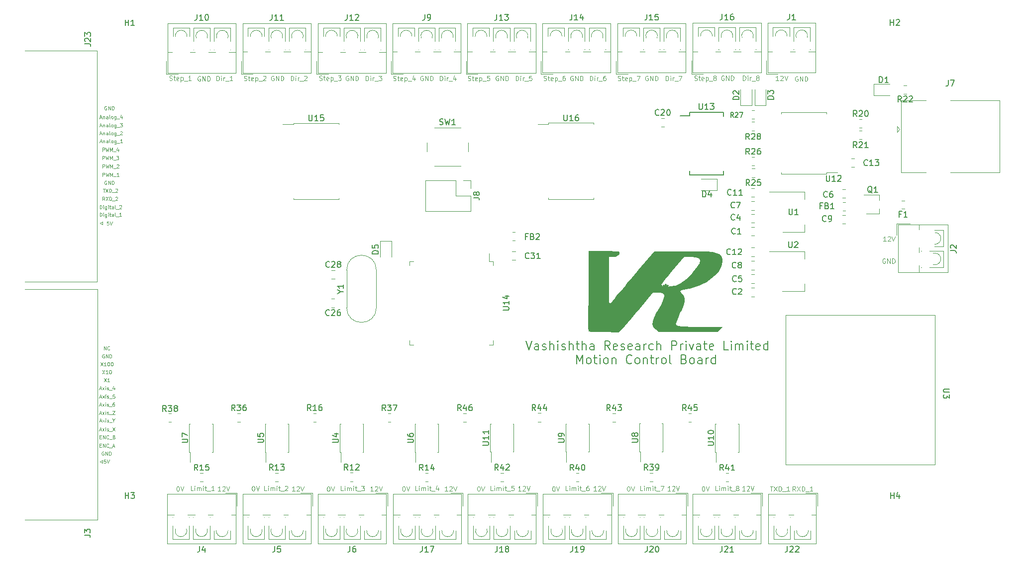
<source format=gto>
%TF.GenerationSoftware,KiCad,Pcbnew,(6.0.0)*%
%TF.CreationDate,2022-05-06T13:51:05+05:30*%
%TF.ProjectId,Motion_Control_Board2.0,4d6f7469-6f6e-45f4-936f-6e74726f6c5f,rev?*%
%TF.SameCoordinates,Original*%
%TF.FileFunction,Legend,Top*%
%TF.FilePolarity,Positive*%
%FSLAX46Y46*%
G04 Gerber Fmt 4.6, Leading zero omitted, Abs format (unit mm)*
G04 Created by KiCad (PCBNEW (6.0.0)) date 2022-05-06 13:51:05*
%MOMM*%
%LPD*%
G01*
G04 APERTURE LIST*
%ADD10C,0.100000*%
%ADD11C,0.120000*%
%ADD12C,0.200000*%
%ADD13C,0.150000*%
%ADD14C,0.300000*%
G04 APERTURE END LIST*
D10*
X78878171Y-117314628D02*
X78878171Y-116714628D01*
X79221028Y-117314628D01*
X79221028Y-116714628D01*
X79849600Y-117257485D02*
X79821028Y-117286057D01*
X79735314Y-117314628D01*
X79678171Y-117314628D01*
X79592457Y-117286057D01*
X79535314Y-117228914D01*
X79506742Y-117171771D01*
X79478171Y-117057485D01*
X79478171Y-116971771D01*
X79506742Y-116857485D01*
X79535314Y-116800342D01*
X79592457Y-116743200D01*
X79678171Y-116714628D01*
X79735314Y-116714628D01*
X79821028Y-116743200D01*
X79849600Y-116771771D01*
D11*
X110731466Y-71431104D02*
X110731466Y-70631104D01*
X110921942Y-70631104D01*
X111036228Y-70669200D01*
X111112419Y-70745390D01*
X111150514Y-70821580D01*
X111188609Y-70973961D01*
X111188609Y-71088247D01*
X111150514Y-71240628D01*
X111112419Y-71316819D01*
X111036228Y-71393009D01*
X110921942Y-71431104D01*
X110731466Y-71431104D01*
X111531466Y-71431104D02*
X111531466Y-70897771D01*
X111531466Y-70631104D02*
X111493371Y-70669200D01*
X111531466Y-70707295D01*
X111569561Y-70669200D01*
X111531466Y-70631104D01*
X111531466Y-70707295D01*
X111912419Y-71431104D02*
X111912419Y-70897771D01*
X111912419Y-71050152D02*
X111950514Y-70973961D01*
X111988609Y-70935866D01*
X112064800Y-70897771D01*
X112140990Y-70897771D01*
X112217180Y-71507295D02*
X112826704Y-71507295D01*
X112979085Y-70707295D02*
X113017180Y-70669200D01*
X113093371Y-70631104D01*
X113283847Y-70631104D01*
X113360038Y-70669200D01*
X113398133Y-70707295D01*
X113436228Y-70783485D01*
X113436228Y-70859676D01*
X113398133Y-70973961D01*
X112940990Y-71431104D01*
X113436228Y-71431104D01*
D10*
X78678257Y-87748628D02*
X78678257Y-87148628D01*
X78906828Y-87148628D01*
X78963971Y-87177200D01*
X78992542Y-87205771D01*
X79021114Y-87262914D01*
X79021114Y-87348628D01*
X78992542Y-87405771D01*
X78963971Y-87434342D01*
X78906828Y-87462914D01*
X78678257Y-87462914D01*
X79221114Y-87148628D02*
X79363971Y-87748628D01*
X79478257Y-87320057D01*
X79592542Y-87748628D01*
X79735400Y-87148628D01*
X79963971Y-87748628D02*
X79963971Y-87148628D01*
X80163971Y-87577200D01*
X80363971Y-87148628D01*
X80363971Y-87748628D01*
X80506828Y-87805771D02*
X80963971Y-87805771D01*
X81421114Y-87748628D02*
X81078257Y-87748628D01*
X81249685Y-87748628D02*
X81249685Y-87148628D01*
X81192542Y-87234342D01*
X81135400Y-87291485D01*
X81078257Y-87320057D01*
D11*
X168122647Y-140582704D02*
X168198838Y-140582704D01*
X168275028Y-140620800D01*
X168313123Y-140658895D01*
X168351219Y-140735085D01*
X168389314Y-140887466D01*
X168389314Y-141077942D01*
X168351219Y-141230323D01*
X168313123Y-141306514D01*
X168275028Y-141344609D01*
X168198838Y-141382704D01*
X168122647Y-141382704D01*
X168046457Y-141344609D01*
X168008361Y-141306514D01*
X167970266Y-141230323D01*
X167932171Y-141077942D01*
X167932171Y-140887466D01*
X167970266Y-140735085D01*
X168008361Y-140658895D01*
X168046457Y-140620800D01*
X168122647Y-140582704D01*
X168617885Y-140582704D02*
X168884552Y-141382704D01*
X169151219Y-140582704D01*
X98082266Y-71431104D02*
X98082266Y-70631104D01*
X98272742Y-70631104D01*
X98387028Y-70669200D01*
X98463219Y-70745390D01*
X98501314Y-70821580D01*
X98539409Y-70973961D01*
X98539409Y-71088247D01*
X98501314Y-71240628D01*
X98463219Y-71316819D01*
X98387028Y-71393009D01*
X98272742Y-71431104D01*
X98082266Y-71431104D01*
X98882266Y-71431104D02*
X98882266Y-70897771D01*
X98882266Y-70631104D02*
X98844171Y-70669200D01*
X98882266Y-70707295D01*
X98920361Y-70669200D01*
X98882266Y-70631104D01*
X98882266Y-70707295D01*
X99263219Y-71431104D02*
X99263219Y-70897771D01*
X99263219Y-71050152D02*
X99301314Y-70973961D01*
X99339409Y-70935866D01*
X99415600Y-70897771D01*
X99491790Y-70897771D01*
X99567980Y-71507295D02*
X100177504Y-71507295D01*
X100787028Y-71431104D02*
X100329885Y-71431104D01*
X100558457Y-71431104D02*
X100558457Y-70631104D01*
X100482266Y-70745390D01*
X100406076Y-70821580D01*
X100329885Y-70859676D01*
X175298161Y-141357304D02*
X174841019Y-141357304D01*
X175069590Y-141357304D02*
X175069590Y-140557304D01*
X174993400Y-140671590D01*
X174917209Y-140747780D01*
X174841019Y-140785876D01*
X175602923Y-140633495D02*
X175641019Y-140595400D01*
X175717209Y-140557304D01*
X175907685Y-140557304D01*
X175983876Y-140595400D01*
X176021971Y-140633495D01*
X176060066Y-140709685D01*
X176060066Y-140785876D01*
X176021971Y-140900161D01*
X175564828Y-141357304D01*
X176060066Y-141357304D01*
X176288638Y-140557304D02*
X176555304Y-141357304D01*
X176821971Y-140557304D01*
D10*
X78179771Y-132164142D02*
X78379771Y-132164142D01*
X78465485Y-132478428D02*
X78179771Y-132478428D01*
X78179771Y-131878428D01*
X78465485Y-131878428D01*
X78722628Y-132478428D02*
X78722628Y-131878428D01*
X79065485Y-132478428D01*
X79065485Y-131878428D01*
X79694057Y-132421285D02*
X79665485Y-132449857D01*
X79579771Y-132478428D01*
X79522628Y-132478428D01*
X79436914Y-132449857D01*
X79379771Y-132392714D01*
X79351200Y-132335571D01*
X79322628Y-132221285D01*
X79322628Y-132135571D01*
X79351200Y-132021285D01*
X79379771Y-131964142D01*
X79436914Y-131907000D01*
X79522628Y-131878428D01*
X79579771Y-131878428D01*
X79665485Y-131907000D01*
X79694057Y-131935571D01*
X79808342Y-132535571D02*
X80265485Y-132535571D01*
X80608342Y-132164142D02*
X80694057Y-132192714D01*
X80722628Y-132221285D01*
X80751200Y-132278428D01*
X80751200Y-132364142D01*
X80722628Y-132421285D01*
X80694057Y-132449857D01*
X80636914Y-132478428D01*
X80408342Y-132478428D01*
X80408342Y-131878428D01*
X80608342Y-131878428D01*
X80665485Y-131907000D01*
X80694057Y-131935571D01*
X80722628Y-131992714D01*
X80722628Y-132049857D01*
X80694057Y-132107000D01*
X80665485Y-132135571D01*
X80608342Y-132164142D01*
X80408342Y-132164142D01*
D11*
X91465447Y-140582704D02*
X91541638Y-140582704D01*
X91617828Y-140620800D01*
X91655923Y-140658895D01*
X91694019Y-140735085D01*
X91732114Y-140887466D01*
X91732114Y-141077942D01*
X91694019Y-141230323D01*
X91655923Y-141306514D01*
X91617828Y-141344609D01*
X91541638Y-141382704D01*
X91465447Y-141382704D01*
X91389257Y-141344609D01*
X91351161Y-141306514D01*
X91313066Y-141230323D01*
X91274971Y-141077942D01*
X91274971Y-140887466D01*
X91313066Y-140735085D01*
X91351161Y-140658895D01*
X91389257Y-140620800D01*
X91465447Y-140582704D01*
X91960685Y-140582704D02*
X92227352Y-141382704D01*
X92494019Y-140582704D01*
X120497676Y-70694600D02*
X120421485Y-70656504D01*
X120307200Y-70656504D01*
X120192914Y-70694600D01*
X120116723Y-70770790D01*
X120078628Y-70846980D01*
X120040533Y-70999361D01*
X120040533Y-71113647D01*
X120078628Y-71266028D01*
X120116723Y-71342219D01*
X120192914Y-71418409D01*
X120307200Y-71456504D01*
X120383390Y-71456504D01*
X120497676Y-71418409D01*
X120535771Y-71380314D01*
X120535771Y-71113647D01*
X120383390Y-71113647D01*
X120878628Y-71456504D02*
X120878628Y-70656504D01*
X121335771Y-71456504D01*
X121335771Y-70656504D01*
X121716723Y-71456504D02*
X121716723Y-70656504D01*
X121907200Y-70656504D01*
X122021485Y-70694600D01*
X122097676Y-70770790D01*
X122135771Y-70846980D01*
X122173866Y-70999361D01*
X122173866Y-71113647D01*
X122135771Y-71266028D01*
X122097676Y-71342219D01*
X122021485Y-71418409D01*
X121907200Y-71456504D01*
X121716723Y-71456504D01*
D10*
X78206828Y-93286228D02*
X78206828Y-92686228D01*
X78349685Y-92686228D01*
X78435400Y-92714800D01*
X78492542Y-92771942D01*
X78521114Y-92829085D01*
X78549685Y-92943371D01*
X78549685Y-93029085D01*
X78521114Y-93143371D01*
X78492542Y-93200514D01*
X78435400Y-93257657D01*
X78349685Y-93286228D01*
X78206828Y-93286228D01*
X78806828Y-93286228D02*
X78806828Y-92886228D01*
X78806828Y-92686228D02*
X78778257Y-92714800D01*
X78806828Y-92743371D01*
X78835400Y-92714800D01*
X78806828Y-92686228D01*
X78806828Y-92743371D01*
X79349685Y-92886228D02*
X79349685Y-93371942D01*
X79321114Y-93429085D01*
X79292542Y-93457657D01*
X79235400Y-93486228D01*
X79149685Y-93486228D01*
X79092542Y-93457657D01*
X79349685Y-93257657D02*
X79292542Y-93286228D01*
X79178257Y-93286228D01*
X79121114Y-93257657D01*
X79092542Y-93229085D01*
X79063971Y-93171942D01*
X79063971Y-93000514D01*
X79092542Y-92943371D01*
X79121114Y-92914800D01*
X79178257Y-92886228D01*
X79292542Y-92886228D01*
X79349685Y-92914800D01*
X79635400Y-93286228D02*
X79635400Y-92886228D01*
X79635400Y-92686228D02*
X79606828Y-92714800D01*
X79635400Y-92743371D01*
X79663971Y-92714800D01*
X79635400Y-92686228D01*
X79635400Y-92743371D01*
X79835400Y-92886228D02*
X80063971Y-92886228D01*
X79921114Y-92686228D02*
X79921114Y-93200514D01*
X79949685Y-93257657D01*
X80006828Y-93286228D01*
X80063971Y-93286228D01*
X80521114Y-93286228D02*
X80521114Y-92971942D01*
X80492542Y-92914800D01*
X80435400Y-92886228D01*
X80321114Y-92886228D01*
X80263971Y-92914800D01*
X80521114Y-93257657D02*
X80463971Y-93286228D01*
X80321114Y-93286228D01*
X80263971Y-93257657D01*
X80235400Y-93200514D01*
X80235400Y-93143371D01*
X80263971Y-93086228D01*
X80321114Y-93057657D01*
X80463971Y-93057657D01*
X80521114Y-93029085D01*
X80892542Y-93286228D02*
X80835400Y-93257657D01*
X80806828Y-93200514D01*
X80806828Y-92686228D01*
X80978257Y-93343371D02*
X81435400Y-93343371D01*
X81549685Y-92743371D02*
X81578257Y-92714800D01*
X81635400Y-92686228D01*
X81778257Y-92686228D01*
X81835400Y-92714800D01*
X81863971Y-92743371D01*
X81892542Y-92800514D01*
X81892542Y-92857657D01*
X81863971Y-92943371D01*
X81521114Y-93286228D01*
X81892542Y-93286228D01*
D11*
X149872761Y-141357304D02*
X149415619Y-141357304D01*
X149644190Y-141357304D02*
X149644190Y-140557304D01*
X149568000Y-140671590D01*
X149491809Y-140747780D01*
X149415619Y-140785876D01*
X150177523Y-140633495D02*
X150215619Y-140595400D01*
X150291809Y-140557304D01*
X150482285Y-140557304D01*
X150558476Y-140595400D01*
X150596571Y-140633495D01*
X150634666Y-140709685D01*
X150634666Y-140785876D01*
X150596571Y-140900161D01*
X150139428Y-141357304D01*
X150634666Y-141357304D01*
X150863238Y-140557304D02*
X151129904Y-141357304D01*
X151396571Y-140557304D01*
D10*
X78140085Y-126744400D02*
X78425800Y-126744400D01*
X78082942Y-126915828D02*
X78282942Y-126315828D01*
X78482942Y-126915828D01*
X78625800Y-126915828D02*
X78940085Y-126515828D01*
X78625800Y-126515828D02*
X78940085Y-126915828D01*
X79168657Y-126915828D02*
X79168657Y-126515828D01*
X79168657Y-126315828D02*
X79140085Y-126344400D01*
X79168657Y-126372971D01*
X79197228Y-126344400D01*
X79168657Y-126315828D01*
X79168657Y-126372971D01*
X79425800Y-126887257D02*
X79482942Y-126915828D01*
X79597228Y-126915828D01*
X79654371Y-126887257D01*
X79682942Y-126830114D01*
X79682942Y-126801542D01*
X79654371Y-126744400D01*
X79597228Y-126715828D01*
X79511514Y-126715828D01*
X79454371Y-126687257D01*
X79425800Y-126630114D01*
X79425800Y-126601542D01*
X79454371Y-126544400D01*
X79511514Y-126515828D01*
X79597228Y-126515828D01*
X79654371Y-126544400D01*
X79797228Y-126972971D02*
X80254371Y-126972971D01*
X80654371Y-126315828D02*
X80540085Y-126315828D01*
X80482942Y-126344400D01*
X80454371Y-126372971D01*
X80397228Y-126458685D01*
X80368657Y-126572971D01*
X80368657Y-126801542D01*
X80397228Y-126858685D01*
X80425800Y-126887257D01*
X80482942Y-126915828D01*
X80597228Y-126915828D01*
X80654371Y-126887257D01*
X80682942Y-126858685D01*
X80711514Y-126801542D01*
X80711514Y-126658685D01*
X80682942Y-126601542D01*
X80654371Y-126572971D01*
X80597228Y-126544400D01*
X80482942Y-126544400D01*
X80425800Y-126572971D01*
X80397228Y-126601542D01*
X80368657Y-126658685D01*
X79019514Y-91863828D02*
X78819514Y-91578114D01*
X78676657Y-91863828D02*
X78676657Y-91263828D01*
X78905228Y-91263828D01*
X78962371Y-91292400D01*
X78990942Y-91320971D01*
X79019514Y-91378114D01*
X79019514Y-91463828D01*
X78990942Y-91520971D01*
X78962371Y-91549542D01*
X78905228Y-91578114D01*
X78676657Y-91578114D01*
X79219514Y-91263828D02*
X79619514Y-91863828D01*
X79619514Y-91263828D02*
X79219514Y-91863828D01*
X79848085Y-91863828D02*
X79848085Y-91263828D01*
X79990942Y-91263828D01*
X80076657Y-91292400D01*
X80133800Y-91349542D01*
X80162371Y-91406685D01*
X80190942Y-91520971D01*
X80190942Y-91606685D01*
X80162371Y-91720971D01*
X80133800Y-91778114D01*
X80076657Y-91835257D01*
X79990942Y-91863828D01*
X79848085Y-91863828D01*
X80305228Y-91920971D02*
X80762371Y-91920971D01*
X80876657Y-91320971D02*
X80905228Y-91292400D01*
X80962371Y-91263828D01*
X81105228Y-91263828D01*
X81162371Y-91292400D01*
X81190942Y-91320971D01*
X81219514Y-91378114D01*
X81219514Y-91435257D01*
X81190942Y-91520971D01*
X80848085Y-91863828D01*
X81219514Y-91863828D01*
D11*
X192259161Y-140582704D02*
X192716304Y-140582704D01*
X192487733Y-141382704D02*
X192487733Y-140582704D01*
X192906780Y-140582704D02*
X193440114Y-141382704D01*
X193440114Y-140582704D02*
X192906780Y-141382704D01*
X193744876Y-141382704D02*
X193744876Y-140582704D01*
X193935352Y-140582704D01*
X194049638Y-140620800D01*
X194125828Y-140696990D01*
X194163923Y-140773180D01*
X194202019Y-140925561D01*
X194202019Y-141039847D01*
X194163923Y-141192228D01*
X194125828Y-141268419D01*
X194049638Y-141344609D01*
X193935352Y-141382704D01*
X193744876Y-141382704D01*
X194354400Y-141458895D02*
X194963923Y-141458895D01*
X195573447Y-141382704D02*
X195116304Y-141382704D01*
X195344876Y-141382704D02*
X195344876Y-140582704D01*
X195268685Y-140696990D01*
X195192495Y-140773180D01*
X195116304Y-140811276D01*
D10*
X78652857Y-83506828D02*
X78652857Y-82906828D01*
X78881428Y-82906828D01*
X78938571Y-82935400D01*
X78967142Y-82963971D01*
X78995714Y-83021114D01*
X78995714Y-83106828D01*
X78967142Y-83163971D01*
X78938571Y-83192542D01*
X78881428Y-83221114D01*
X78652857Y-83221114D01*
X79195714Y-82906828D02*
X79338571Y-83506828D01*
X79452857Y-83078257D01*
X79567142Y-83506828D01*
X79710000Y-82906828D01*
X79938571Y-83506828D02*
X79938571Y-82906828D01*
X80138571Y-83335400D01*
X80338571Y-82906828D01*
X80338571Y-83506828D01*
X80481428Y-83563971D02*
X80938571Y-83563971D01*
X81338571Y-83106828D02*
X81338571Y-83506828D01*
X81195714Y-82878257D02*
X81052857Y-83306828D01*
X81424285Y-83306828D01*
D11*
X136080666Y-71456504D02*
X136080666Y-70656504D01*
X136271142Y-70656504D01*
X136385428Y-70694600D01*
X136461619Y-70770790D01*
X136499714Y-70846980D01*
X136537809Y-70999361D01*
X136537809Y-71113647D01*
X136499714Y-71266028D01*
X136461619Y-71342219D01*
X136385428Y-71418409D01*
X136271142Y-71456504D01*
X136080666Y-71456504D01*
X136880666Y-71456504D02*
X136880666Y-70923171D01*
X136880666Y-70656504D02*
X136842571Y-70694600D01*
X136880666Y-70732695D01*
X136918761Y-70694600D01*
X136880666Y-70656504D01*
X136880666Y-70732695D01*
X137261619Y-71456504D02*
X137261619Y-70923171D01*
X137261619Y-71075552D02*
X137299714Y-70999361D01*
X137337809Y-70961266D01*
X137414000Y-70923171D01*
X137490190Y-70923171D01*
X137566380Y-71532695D02*
X138175904Y-71532695D01*
X138709238Y-70923171D02*
X138709238Y-71456504D01*
X138518761Y-70618409D02*
X138328285Y-71189838D01*
X138823523Y-71189838D01*
D10*
X78343257Y-119432428D02*
X78743257Y-120032428D01*
X78743257Y-119432428D02*
X78343257Y-120032428D01*
X79286114Y-120032428D02*
X78943257Y-120032428D01*
X79114685Y-120032428D02*
X79114685Y-119432428D01*
X79057542Y-119518142D01*
X79000400Y-119575285D01*
X78943257Y-119603857D01*
X79657542Y-119432428D02*
X79714685Y-119432428D01*
X79771828Y-119461000D01*
X79800400Y-119489571D01*
X79828971Y-119546714D01*
X79857542Y-119661000D01*
X79857542Y-119803857D01*
X79828971Y-119918142D01*
X79800400Y-119975285D01*
X79771828Y-120003857D01*
X79714685Y-120032428D01*
X79657542Y-120032428D01*
X79600400Y-120003857D01*
X79571828Y-119975285D01*
X79543257Y-119918142D01*
X79514685Y-119803857D01*
X79514685Y-119661000D01*
X79543257Y-119546714D01*
X79571828Y-119489571D01*
X79600400Y-119461000D01*
X79657542Y-119432428D01*
X80228971Y-119432428D02*
X80286114Y-119432428D01*
X80343257Y-119461000D01*
X80371828Y-119489571D01*
X80400400Y-119546714D01*
X80428971Y-119661000D01*
X80428971Y-119803857D01*
X80400400Y-119918142D01*
X80371828Y-119975285D01*
X80343257Y-120003857D01*
X80286114Y-120032428D01*
X80228971Y-120032428D01*
X80171828Y-120003857D01*
X80143257Y-119975285D01*
X80114685Y-119918142D01*
X80086114Y-119803857D01*
X80086114Y-119661000D01*
X80114685Y-119546714D01*
X80143257Y-119489571D01*
X80171828Y-119461000D01*
X80228971Y-119432428D01*
X78206828Y-94581628D02*
X78206828Y-93981628D01*
X78349685Y-93981628D01*
X78435400Y-94010200D01*
X78492542Y-94067342D01*
X78521114Y-94124485D01*
X78549685Y-94238771D01*
X78549685Y-94324485D01*
X78521114Y-94438771D01*
X78492542Y-94495914D01*
X78435400Y-94553057D01*
X78349685Y-94581628D01*
X78206828Y-94581628D01*
X78806828Y-94581628D02*
X78806828Y-94181628D01*
X78806828Y-93981628D02*
X78778257Y-94010200D01*
X78806828Y-94038771D01*
X78835400Y-94010200D01*
X78806828Y-93981628D01*
X78806828Y-94038771D01*
X79349685Y-94181628D02*
X79349685Y-94667342D01*
X79321114Y-94724485D01*
X79292542Y-94753057D01*
X79235400Y-94781628D01*
X79149685Y-94781628D01*
X79092542Y-94753057D01*
X79349685Y-94553057D02*
X79292542Y-94581628D01*
X79178257Y-94581628D01*
X79121114Y-94553057D01*
X79092542Y-94524485D01*
X79063971Y-94467342D01*
X79063971Y-94295914D01*
X79092542Y-94238771D01*
X79121114Y-94210200D01*
X79178257Y-94181628D01*
X79292542Y-94181628D01*
X79349685Y-94210200D01*
X79635400Y-94581628D02*
X79635400Y-94181628D01*
X79635400Y-93981628D02*
X79606828Y-94010200D01*
X79635400Y-94038771D01*
X79663971Y-94010200D01*
X79635400Y-93981628D01*
X79635400Y-94038771D01*
X79835400Y-94181628D02*
X80063971Y-94181628D01*
X79921114Y-93981628D02*
X79921114Y-94495914D01*
X79949685Y-94553057D01*
X80006828Y-94581628D01*
X80063971Y-94581628D01*
X80521114Y-94581628D02*
X80521114Y-94267342D01*
X80492542Y-94210200D01*
X80435400Y-94181628D01*
X80321114Y-94181628D01*
X80263971Y-94210200D01*
X80521114Y-94553057D02*
X80463971Y-94581628D01*
X80321114Y-94581628D01*
X80263971Y-94553057D01*
X80235400Y-94495914D01*
X80235400Y-94438771D01*
X80263971Y-94381628D01*
X80321114Y-94353057D01*
X80463971Y-94353057D01*
X80521114Y-94324485D01*
X80892542Y-94581628D02*
X80835400Y-94553057D01*
X80806828Y-94495914D01*
X80806828Y-93981628D01*
X80978257Y-94638771D02*
X81435400Y-94638771D01*
X81892542Y-94581628D02*
X81549685Y-94581628D01*
X81721114Y-94581628D02*
X81721114Y-93981628D01*
X81663971Y-94067342D01*
X81606828Y-94124485D01*
X81549685Y-94153057D01*
D11*
X162699761Y-141357304D02*
X162242619Y-141357304D01*
X162471190Y-141357304D02*
X162471190Y-140557304D01*
X162395000Y-140671590D01*
X162318809Y-140747780D01*
X162242619Y-140785876D01*
X163004523Y-140633495D02*
X163042619Y-140595400D01*
X163118809Y-140557304D01*
X163309285Y-140557304D01*
X163385476Y-140595400D01*
X163423571Y-140633495D01*
X163461666Y-140709685D01*
X163461666Y-140785876D01*
X163423571Y-140900161D01*
X162966428Y-141357304D01*
X163461666Y-141357304D01*
X163690238Y-140557304D02*
X163956904Y-141357304D01*
X164223571Y-140557304D01*
X115551180Y-71367609D02*
X115665466Y-71405704D01*
X115855942Y-71405704D01*
X115932133Y-71367609D01*
X115970228Y-71329514D01*
X116008323Y-71253323D01*
X116008323Y-71177133D01*
X115970228Y-71100942D01*
X115932133Y-71062847D01*
X115855942Y-71024752D01*
X115703561Y-70986657D01*
X115627371Y-70948561D01*
X115589276Y-70910466D01*
X115551180Y-70834276D01*
X115551180Y-70758085D01*
X115589276Y-70681895D01*
X115627371Y-70643800D01*
X115703561Y-70605704D01*
X115894038Y-70605704D01*
X116008323Y-70643800D01*
X116236895Y-70872371D02*
X116541657Y-70872371D01*
X116351180Y-70605704D02*
X116351180Y-71291419D01*
X116389276Y-71367609D01*
X116465466Y-71405704D01*
X116541657Y-71405704D01*
X117113085Y-71367609D02*
X117036895Y-71405704D01*
X116884514Y-71405704D01*
X116808323Y-71367609D01*
X116770228Y-71291419D01*
X116770228Y-70986657D01*
X116808323Y-70910466D01*
X116884514Y-70872371D01*
X117036895Y-70872371D01*
X117113085Y-70910466D01*
X117151180Y-70986657D01*
X117151180Y-71062847D01*
X116770228Y-71139038D01*
X117494038Y-70872371D02*
X117494038Y-71672371D01*
X117494038Y-70910466D02*
X117570228Y-70872371D01*
X117722609Y-70872371D01*
X117798800Y-70910466D01*
X117836895Y-70948561D01*
X117874990Y-71024752D01*
X117874990Y-71253323D01*
X117836895Y-71329514D01*
X117798800Y-71367609D01*
X117722609Y-71405704D01*
X117570228Y-71405704D01*
X117494038Y-71367609D01*
X118027371Y-71481895D02*
X118636895Y-71481895D01*
X118751180Y-70605704D02*
X119246419Y-70605704D01*
X118979752Y-70910466D01*
X119094038Y-70910466D01*
X119170228Y-70948561D01*
X119208323Y-70986657D01*
X119246419Y-71062847D01*
X119246419Y-71253323D01*
X119208323Y-71329514D01*
X119170228Y-71367609D01*
X119094038Y-71405704D01*
X118865466Y-71405704D01*
X118789276Y-71367609D01*
X118751180Y-71329514D01*
X133223076Y-70694600D02*
X133146885Y-70656504D01*
X133032600Y-70656504D01*
X132918314Y-70694600D01*
X132842123Y-70770790D01*
X132804028Y-70846980D01*
X132765933Y-70999361D01*
X132765933Y-71113647D01*
X132804028Y-71266028D01*
X132842123Y-71342219D01*
X132918314Y-71418409D01*
X133032600Y-71456504D01*
X133108790Y-71456504D01*
X133223076Y-71418409D01*
X133261171Y-71380314D01*
X133261171Y-71113647D01*
X133108790Y-71113647D01*
X133604028Y-71456504D02*
X133604028Y-70656504D01*
X134061171Y-71456504D01*
X134061171Y-70656504D01*
X134442123Y-71456504D02*
X134442123Y-70656504D01*
X134632600Y-70656504D01*
X134746885Y-70694600D01*
X134823076Y-70770790D01*
X134861171Y-70846980D01*
X134899266Y-70999361D01*
X134899266Y-71113647D01*
X134861171Y-71266028D01*
X134823076Y-71342219D01*
X134746885Y-71418409D01*
X134632600Y-71456504D01*
X134442123Y-71456504D01*
D10*
X78211600Y-77747400D02*
X78497314Y-77747400D01*
X78154457Y-77918828D02*
X78354457Y-77318828D01*
X78554457Y-77918828D01*
X78754457Y-77518828D02*
X78754457Y-77918828D01*
X78754457Y-77575971D02*
X78783028Y-77547400D01*
X78840171Y-77518828D01*
X78925885Y-77518828D01*
X78983028Y-77547400D01*
X79011600Y-77604542D01*
X79011600Y-77918828D01*
X79554457Y-77918828D02*
X79554457Y-77604542D01*
X79525885Y-77547400D01*
X79468742Y-77518828D01*
X79354457Y-77518828D01*
X79297314Y-77547400D01*
X79554457Y-77890257D02*
X79497314Y-77918828D01*
X79354457Y-77918828D01*
X79297314Y-77890257D01*
X79268742Y-77833114D01*
X79268742Y-77775971D01*
X79297314Y-77718828D01*
X79354457Y-77690257D01*
X79497314Y-77690257D01*
X79554457Y-77661685D01*
X79925885Y-77918828D02*
X79868742Y-77890257D01*
X79840171Y-77833114D01*
X79840171Y-77318828D01*
X80240171Y-77918828D02*
X80183028Y-77890257D01*
X80154457Y-77861685D01*
X80125885Y-77804542D01*
X80125885Y-77633114D01*
X80154457Y-77575971D01*
X80183028Y-77547400D01*
X80240171Y-77518828D01*
X80325885Y-77518828D01*
X80383028Y-77547400D01*
X80411600Y-77575971D01*
X80440171Y-77633114D01*
X80440171Y-77804542D01*
X80411600Y-77861685D01*
X80383028Y-77890257D01*
X80325885Y-77918828D01*
X80240171Y-77918828D01*
X80954457Y-77518828D02*
X80954457Y-78004542D01*
X80925885Y-78061685D01*
X80897314Y-78090257D01*
X80840171Y-78118828D01*
X80754457Y-78118828D01*
X80697314Y-78090257D01*
X80954457Y-77890257D02*
X80897314Y-77918828D01*
X80783028Y-77918828D01*
X80725885Y-77890257D01*
X80697314Y-77861685D01*
X80668742Y-77804542D01*
X80668742Y-77633114D01*
X80697314Y-77575971D01*
X80725885Y-77547400D01*
X80783028Y-77518828D01*
X80897314Y-77518828D01*
X80954457Y-77547400D01*
X81097314Y-77975971D02*
X81554457Y-77975971D01*
X81954457Y-77518828D02*
X81954457Y-77918828D01*
X81811600Y-77290257D02*
X81668742Y-77718828D01*
X82040171Y-77718828D01*
D11*
X153727380Y-71393009D02*
X153841666Y-71431104D01*
X154032142Y-71431104D01*
X154108333Y-71393009D01*
X154146428Y-71354914D01*
X154184523Y-71278723D01*
X154184523Y-71202533D01*
X154146428Y-71126342D01*
X154108333Y-71088247D01*
X154032142Y-71050152D01*
X153879761Y-71012057D01*
X153803571Y-70973961D01*
X153765476Y-70935866D01*
X153727380Y-70859676D01*
X153727380Y-70783485D01*
X153765476Y-70707295D01*
X153803571Y-70669200D01*
X153879761Y-70631104D01*
X154070238Y-70631104D01*
X154184523Y-70669200D01*
X154413095Y-70897771D02*
X154717857Y-70897771D01*
X154527380Y-70631104D02*
X154527380Y-71316819D01*
X154565476Y-71393009D01*
X154641666Y-71431104D01*
X154717857Y-71431104D01*
X155289285Y-71393009D02*
X155213095Y-71431104D01*
X155060714Y-71431104D01*
X154984523Y-71393009D01*
X154946428Y-71316819D01*
X154946428Y-71012057D01*
X154984523Y-70935866D01*
X155060714Y-70897771D01*
X155213095Y-70897771D01*
X155289285Y-70935866D01*
X155327380Y-71012057D01*
X155327380Y-71088247D01*
X154946428Y-71164438D01*
X155670238Y-70897771D02*
X155670238Y-71697771D01*
X155670238Y-70935866D02*
X155746428Y-70897771D01*
X155898809Y-70897771D01*
X155975000Y-70935866D01*
X156013095Y-70973961D01*
X156051190Y-71050152D01*
X156051190Y-71278723D01*
X156013095Y-71354914D01*
X155975000Y-71393009D01*
X155898809Y-71431104D01*
X155746428Y-71431104D01*
X155670238Y-71393009D01*
X156203571Y-71507295D02*
X156813095Y-71507295D01*
X157346428Y-70631104D02*
X157194047Y-70631104D01*
X157117857Y-70669200D01*
X157079761Y-70707295D01*
X157003571Y-70821580D01*
X156965476Y-70973961D01*
X156965476Y-71278723D01*
X157003571Y-71354914D01*
X157041666Y-71393009D01*
X157117857Y-71431104D01*
X157270238Y-71431104D01*
X157346428Y-71393009D01*
X157384523Y-71354914D01*
X157422619Y-71278723D01*
X157422619Y-71088247D01*
X157384523Y-71012057D01*
X157346428Y-70973961D01*
X157270238Y-70935866D01*
X157117857Y-70935866D01*
X157041666Y-70973961D01*
X157003571Y-71012057D01*
X156965476Y-71088247D01*
D10*
X78211600Y-80516000D02*
X78497314Y-80516000D01*
X78154457Y-80687428D02*
X78354457Y-80087428D01*
X78554457Y-80687428D01*
X78754457Y-80287428D02*
X78754457Y-80687428D01*
X78754457Y-80344571D02*
X78783028Y-80316000D01*
X78840171Y-80287428D01*
X78925885Y-80287428D01*
X78983028Y-80316000D01*
X79011600Y-80373142D01*
X79011600Y-80687428D01*
X79554457Y-80687428D02*
X79554457Y-80373142D01*
X79525885Y-80316000D01*
X79468742Y-80287428D01*
X79354457Y-80287428D01*
X79297314Y-80316000D01*
X79554457Y-80658857D02*
X79497314Y-80687428D01*
X79354457Y-80687428D01*
X79297314Y-80658857D01*
X79268742Y-80601714D01*
X79268742Y-80544571D01*
X79297314Y-80487428D01*
X79354457Y-80458857D01*
X79497314Y-80458857D01*
X79554457Y-80430285D01*
X79925885Y-80687428D02*
X79868742Y-80658857D01*
X79840171Y-80601714D01*
X79840171Y-80087428D01*
X80240171Y-80687428D02*
X80183028Y-80658857D01*
X80154457Y-80630285D01*
X80125885Y-80573142D01*
X80125885Y-80401714D01*
X80154457Y-80344571D01*
X80183028Y-80316000D01*
X80240171Y-80287428D01*
X80325885Y-80287428D01*
X80383028Y-80316000D01*
X80411600Y-80344571D01*
X80440171Y-80401714D01*
X80440171Y-80573142D01*
X80411600Y-80630285D01*
X80383028Y-80658857D01*
X80325885Y-80687428D01*
X80240171Y-80687428D01*
X80954457Y-80287428D02*
X80954457Y-80773142D01*
X80925885Y-80830285D01*
X80897314Y-80858857D01*
X80840171Y-80887428D01*
X80754457Y-80887428D01*
X80697314Y-80858857D01*
X80954457Y-80658857D02*
X80897314Y-80687428D01*
X80783028Y-80687428D01*
X80725885Y-80658857D01*
X80697314Y-80630285D01*
X80668742Y-80573142D01*
X80668742Y-80401714D01*
X80697314Y-80344571D01*
X80725885Y-80316000D01*
X80783028Y-80287428D01*
X80897314Y-80287428D01*
X80954457Y-80316000D01*
X81097314Y-80744571D02*
X81554457Y-80744571D01*
X81668742Y-80144571D02*
X81697314Y-80116000D01*
X81754457Y-80087428D01*
X81897314Y-80087428D01*
X81954457Y-80116000D01*
X81983028Y-80144571D01*
X82011600Y-80201714D01*
X82011600Y-80258857D01*
X81983028Y-80344571D01*
X81640171Y-80687428D01*
X82011600Y-80687428D01*
D11*
X179381380Y-71367609D02*
X179495666Y-71405704D01*
X179686142Y-71405704D01*
X179762333Y-71367609D01*
X179800428Y-71329514D01*
X179838523Y-71253323D01*
X179838523Y-71177133D01*
X179800428Y-71100942D01*
X179762333Y-71062847D01*
X179686142Y-71024752D01*
X179533761Y-70986657D01*
X179457571Y-70948561D01*
X179419476Y-70910466D01*
X179381380Y-70834276D01*
X179381380Y-70758085D01*
X179419476Y-70681895D01*
X179457571Y-70643800D01*
X179533761Y-70605704D01*
X179724238Y-70605704D01*
X179838523Y-70643800D01*
X180067095Y-70872371D02*
X180371857Y-70872371D01*
X180181380Y-70605704D02*
X180181380Y-71291419D01*
X180219476Y-71367609D01*
X180295666Y-71405704D01*
X180371857Y-71405704D01*
X180943285Y-71367609D02*
X180867095Y-71405704D01*
X180714714Y-71405704D01*
X180638523Y-71367609D01*
X180600428Y-71291419D01*
X180600428Y-70986657D01*
X180638523Y-70910466D01*
X180714714Y-70872371D01*
X180867095Y-70872371D01*
X180943285Y-70910466D01*
X180981380Y-70986657D01*
X180981380Y-71062847D01*
X180600428Y-71139038D01*
X181324238Y-70872371D02*
X181324238Y-71672371D01*
X181324238Y-70910466D02*
X181400428Y-70872371D01*
X181552809Y-70872371D01*
X181629000Y-70910466D01*
X181667095Y-70948561D01*
X181705190Y-71024752D01*
X181705190Y-71253323D01*
X181667095Y-71329514D01*
X181629000Y-71367609D01*
X181552809Y-71405704D01*
X181400428Y-71405704D01*
X181324238Y-71367609D01*
X181857571Y-71481895D02*
X182467095Y-71481895D01*
X182771857Y-70948561D02*
X182695666Y-70910466D01*
X182657571Y-70872371D01*
X182619476Y-70796180D01*
X182619476Y-70758085D01*
X182657571Y-70681895D01*
X182695666Y-70643800D01*
X182771857Y-70605704D01*
X182924238Y-70605704D01*
X183000428Y-70643800D01*
X183038523Y-70681895D01*
X183076619Y-70758085D01*
X183076619Y-70796180D01*
X183038523Y-70872371D01*
X183000428Y-70910466D01*
X182924238Y-70948561D01*
X182771857Y-70948561D01*
X182695666Y-70986657D01*
X182657571Y-71024752D01*
X182619476Y-71100942D01*
X182619476Y-71253323D01*
X182657571Y-71329514D01*
X182695666Y-71367609D01*
X182771857Y-71405704D01*
X182924238Y-71405704D01*
X183000428Y-71367609D01*
X183038523Y-71329514D01*
X183076619Y-71253323D01*
X183076619Y-71100942D01*
X183038523Y-71024752D01*
X183000428Y-70986657D01*
X182924238Y-70948561D01*
D10*
X78171828Y-133611942D02*
X78371828Y-133611942D01*
X78457542Y-133926228D02*
X78171828Y-133926228D01*
X78171828Y-133326228D01*
X78457542Y-133326228D01*
X78714685Y-133926228D02*
X78714685Y-133326228D01*
X79057542Y-133926228D01*
X79057542Y-133326228D01*
X79686114Y-133869085D02*
X79657542Y-133897657D01*
X79571828Y-133926228D01*
X79514685Y-133926228D01*
X79428971Y-133897657D01*
X79371828Y-133840514D01*
X79343257Y-133783371D01*
X79314685Y-133669085D01*
X79314685Y-133583371D01*
X79343257Y-133469085D01*
X79371828Y-133411942D01*
X79428971Y-133354800D01*
X79514685Y-133326228D01*
X79571828Y-133326228D01*
X79657542Y-133354800D01*
X79686114Y-133383371D01*
X79800400Y-133983371D02*
X80257542Y-133983371D01*
X80371828Y-133754800D02*
X80657542Y-133754800D01*
X80314685Y-133926228D02*
X80514685Y-133326228D01*
X80714685Y-133926228D01*
D11*
X140849580Y-71418409D02*
X140963866Y-71456504D01*
X141154342Y-71456504D01*
X141230533Y-71418409D01*
X141268628Y-71380314D01*
X141306723Y-71304123D01*
X141306723Y-71227933D01*
X141268628Y-71151742D01*
X141230533Y-71113647D01*
X141154342Y-71075552D01*
X141001961Y-71037457D01*
X140925771Y-70999361D01*
X140887676Y-70961266D01*
X140849580Y-70885076D01*
X140849580Y-70808885D01*
X140887676Y-70732695D01*
X140925771Y-70694600D01*
X141001961Y-70656504D01*
X141192438Y-70656504D01*
X141306723Y-70694600D01*
X141535295Y-70923171D02*
X141840057Y-70923171D01*
X141649580Y-70656504D02*
X141649580Y-71342219D01*
X141687676Y-71418409D01*
X141763866Y-71456504D01*
X141840057Y-71456504D01*
X142411485Y-71418409D02*
X142335295Y-71456504D01*
X142182914Y-71456504D01*
X142106723Y-71418409D01*
X142068628Y-71342219D01*
X142068628Y-71037457D01*
X142106723Y-70961266D01*
X142182914Y-70923171D01*
X142335295Y-70923171D01*
X142411485Y-70961266D01*
X142449580Y-71037457D01*
X142449580Y-71113647D01*
X142068628Y-71189838D01*
X142792438Y-70923171D02*
X142792438Y-71723171D01*
X142792438Y-70961266D02*
X142868628Y-70923171D01*
X143021009Y-70923171D01*
X143097200Y-70961266D01*
X143135295Y-70999361D01*
X143173390Y-71075552D01*
X143173390Y-71304123D01*
X143135295Y-71380314D01*
X143097200Y-71418409D01*
X143021009Y-71456504D01*
X142868628Y-71456504D01*
X142792438Y-71418409D01*
X143325771Y-71532695D02*
X143935295Y-71532695D01*
X144506723Y-70656504D02*
X144125771Y-70656504D01*
X144087676Y-71037457D01*
X144125771Y-70999361D01*
X144201961Y-70961266D01*
X144392438Y-70961266D01*
X144468628Y-70999361D01*
X144506723Y-71037457D01*
X144544819Y-71113647D01*
X144544819Y-71304123D01*
X144506723Y-71380314D01*
X144468628Y-71418409D01*
X144392438Y-71456504D01*
X144201961Y-71456504D01*
X144125771Y-71418409D01*
X144087676Y-71380314D01*
X155397247Y-140608104D02*
X155473438Y-140608104D01*
X155549628Y-140646200D01*
X155587723Y-140684295D01*
X155625819Y-140760485D01*
X155663914Y-140912866D01*
X155663914Y-141103342D01*
X155625819Y-141255723D01*
X155587723Y-141331914D01*
X155549628Y-141370009D01*
X155473438Y-141408104D01*
X155397247Y-141408104D01*
X155321057Y-141370009D01*
X155282961Y-141331914D01*
X155244866Y-141255723D01*
X155206771Y-141103342D01*
X155206771Y-140912866D01*
X155244866Y-140760485D01*
X155282961Y-140684295D01*
X155321057Y-140646200D01*
X155397247Y-140608104D01*
X155892485Y-140608104D02*
X156159152Y-141408104D01*
X156425819Y-140608104D01*
X117068647Y-140608104D02*
X117144838Y-140608104D01*
X117221028Y-140646200D01*
X117259123Y-140684295D01*
X117297219Y-140760485D01*
X117335314Y-140912866D01*
X117335314Y-141103342D01*
X117297219Y-141255723D01*
X117259123Y-141331914D01*
X117221028Y-141370009D01*
X117144838Y-141408104D01*
X117068647Y-141408104D01*
X116992457Y-141370009D01*
X116954361Y-141331914D01*
X116916266Y-141255723D01*
X116878171Y-141103342D01*
X116878171Y-140912866D01*
X116916266Y-140760485D01*
X116954361Y-140684295D01*
X116992457Y-140646200D01*
X117068647Y-140608104D01*
X117563885Y-140608104D02*
X117830552Y-141408104D01*
X118097219Y-140608104D01*
D10*
X79717914Y-95454828D02*
X79432200Y-95454828D01*
X79403628Y-95740542D01*
X79432200Y-95711971D01*
X79489342Y-95683400D01*
X79632200Y-95683400D01*
X79689342Y-95711971D01*
X79717914Y-95740542D01*
X79746485Y-95797685D01*
X79746485Y-95940542D01*
X79717914Y-95997685D01*
X79689342Y-96026257D01*
X79632200Y-96054828D01*
X79489342Y-96054828D01*
X79432200Y-96026257D01*
X79403628Y-95997685D01*
X79917914Y-95454828D02*
X80117914Y-96054828D01*
X80317914Y-95454828D01*
X79349657Y-88574600D02*
X79292514Y-88546028D01*
X79206800Y-88546028D01*
X79121085Y-88574600D01*
X79063942Y-88631742D01*
X79035371Y-88688885D01*
X79006800Y-88803171D01*
X79006800Y-88888885D01*
X79035371Y-89003171D01*
X79063942Y-89060314D01*
X79121085Y-89117457D01*
X79206800Y-89146028D01*
X79263942Y-89146028D01*
X79349657Y-89117457D01*
X79378228Y-89088885D01*
X79378228Y-88888885D01*
X79263942Y-88888885D01*
X79635371Y-89146028D02*
X79635371Y-88546028D01*
X79978228Y-89146028D01*
X79978228Y-88546028D01*
X80263942Y-89146028D02*
X80263942Y-88546028D01*
X80406800Y-88546028D01*
X80492514Y-88574600D01*
X80549657Y-88631742D01*
X80578228Y-88688885D01*
X80606800Y-88803171D01*
X80606800Y-88888885D01*
X80578228Y-89003171D01*
X80549657Y-89060314D01*
X80492514Y-89117457D01*
X80406800Y-89146028D01*
X80263942Y-89146028D01*
D11*
X128149580Y-71418409D02*
X128263866Y-71456504D01*
X128454342Y-71456504D01*
X128530533Y-71418409D01*
X128568628Y-71380314D01*
X128606723Y-71304123D01*
X128606723Y-71227933D01*
X128568628Y-71151742D01*
X128530533Y-71113647D01*
X128454342Y-71075552D01*
X128301961Y-71037457D01*
X128225771Y-70999361D01*
X128187676Y-70961266D01*
X128149580Y-70885076D01*
X128149580Y-70808885D01*
X128187676Y-70732695D01*
X128225771Y-70694600D01*
X128301961Y-70656504D01*
X128492438Y-70656504D01*
X128606723Y-70694600D01*
X128835295Y-70923171D02*
X129140057Y-70923171D01*
X128949580Y-70656504D02*
X128949580Y-71342219D01*
X128987676Y-71418409D01*
X129063866Y-71456504D01*
X129140057Y-71456504D01*
X129711485Y-71418409D02*
X129635295Y-71456504D01*
X129482914Y-71456504D01*
X129406723Y-71418409D01*
X129368628Y-71342219D01*
X129368628Y-71037457D01*
X129406723Y-70961266D01*
X129482914Y-70923171D01*
X129635295Y-70923171D01*
X129711485Y-70961266D01*
X129749580Y-71037457D01*
X129749580Y-71113647D01*
X129368628Y-71189838D01*
X130092438Y-70923171D02*
X130092438Y-71723171D01*
X130092438Y-70961266D02*
X130168628Y-70923171D01*
X130321009Y-70923171D01*
X130397200Y-70961266D01*
X130435295Y-70999361D01*
X130473390Y-71075552D01*
X130473390Y-71304123D01*
X130435295Y-71380314D01*
X130397200Y-71418409D01*
X130321009Y-71456504D01*
X130168628Y-71456504D01*
X130092438Y-71418409D01*
X130625771Y-71532695D02*
X131235295Y-71532695D01*
X131768628Y-70923171D02*
X131768628Y-71456504D01*
X131578152Y-70618409D02*
X131387676Y-71189838D01*
X131882914Y-71189838D01*
X196570752Y-141382704D02*
X196304085Y-141001752D01*
X196113609Y-141382704D02*
X196113609Y-140582704D01*
X196418371Y-140582704D01*
X196494561Y-140620800D01*
X196532657Y-140658895D01*
X196570752Y-140735085D01*
X196570752Y-140849371D01*
X196532657Y-140925561D01*
X196494561Y-140963657D01*
X196418371Y-141001752D01*
X196113609Y-141001752D01*
X196837419Y-140582704D02*
X197370752Y-141382704D01*
X197370752Y-140582704D02*
X196837419Y-141382704D01*
X197675514Y-141382704D02*
X197675514Y-140582704D01*
X197865990Y-140582704D01*
X197980276Y-140620800D01*
X198056466Y-140696990D01*
X198094561Y-140773180D01*
X198132657Y-140925561D01*
X198132657Y-141039847D01*
X198094561Y-141192228D01*
X198056466Y-141268419D01*
X197980276Y-141344609D01*
X197865990Y-141382704D01*
X197675514Y-141382704D01*
X198285038Y-141458895D02*
X198894561Y-141458895D01*
X199504085Y-141382704D02*
X199046942Y-141382704D01*
X199275514Y-141382704D02*
X199275514Y-140582704D01*
X199199323Y-140696990D01*
X199123133Y-140773180D01*
X199046942Y-140811276D01*
X193713161Y-71431104D02*
X193256019Y-71431104D01*
X193484590Y-71431104D02*
X193484590Y-70631104D01*
X193408400Y-70745390D01*
X193332209Y-70821580D01*
X193256019Y-70859676D01*
X194017923Y-70707295D02*
X194056019Y-70669200D01*
X194132209Y-70631104D01*
X194322685Y-70631104D01*
X194398876Y-70669200D01*
X194436971Y-70707295D01*
X194475066Y-70783485D01*
X194475066Y-70859676D01*
X194436971Y-70973961D01*
X193979828Y-71431104D01*
X194475066Y-71431104D01*
X194703638Y-70631104D02*
X194970304Y-71431104D01*
X195236971Y-70631104D01*
D12*
X150720628Y-115815371D02*
X151220628Y-117315371D01*
X151720628Y-115815371D01*
X152863485Y-117315371D02*
X152863485Y-116529657D01*
X152792057Y-116386800D01*
X152649200Y-116315371D01*
X152363485Y-116315371D01*
X152220628Y-116386800D01*
X152863485Y-117243942D02*
X152720628Y-117315371D01*
X152363485Y-117315371D01*
X152220628Y-117243942D01*
X152149200Y-117101085D01*
X152149200Y-116958228D01*
X152220628Y-116815371D01*
X152363485Y-116743942D01*
X152720628Y-116743942D01*
X152863485Y-116672514D01*
X153506342Y-117243942D02*
X153649200Y-117315371D01*
X153934914Y-117315371D01*
X154077771Y-117243942D01*
X154149200Y-117101085D01*
X154149200Y-117029657D01*
X154077771Y-116886800D01*
X153934914Y-116815371D01*
X153720628Y-116815371D01*
X153577771Y-116743942D01*
X153506342Y-116601085D01*
X153506342Y-116529657D01*
X153577771Y-116386800D01*
X153720628Y-116315371D01*
X153934914Y-116315371D01*
X154077771Y-116386800D01*
X154792057Y-117315371D02*
X154792057Y-115815371D01*
X155434914Y-117315371D02*
X155434914Y-116529657D01*
X155363485Y-116386800D01*
X155220628Y-116315371D01*
X155006342Y-116315371D01*
X154863485Y-116386800D01*
X154792057Y-116458228D01*
X156149200Y-117315371D02*
X156149200Y-116315371D01*
X156149200Y-115815371D02*
X156077771Y-115886800D01*
X156149200Y-115958228D01*
X156220628Y-115886800D01*
X156149200Y-115815371D01*
X156149200Y-115958228D01*
X156792057Y-117243942D02*
X156934914Y-117315371D01*
X157220628Y-117315371D01*
X157363485Y-117243942D01*
X157434914Y-117101085D01*
X157434914Y-117029657D01*
X157363485Y-116886800D01*
X157220628Y-116815371D01*
X157006342Y-116815371D01*
X156863485Y-116743942D01*
X156792057Y-116601085D01*
X156792057Y-116529657D01*
X156863485Y-116386800D01*
X157006342Y-116315371D01*
X157220628Y-116315371D01*
X157363485Y-116386800D01*
X158077771Y-117315371D02*
X158077771Y-115815371D01*
X158720628Y-117315371D02*
X158720628Y-116529657D01*
X158649200Y-116386800D01*
X158506342Y-116315371D01*
X158292057Y-116315371D01*
X158149200Y-116386800D01*
X158077771Y-116458228D01*
X159220628Y-116315371D02*
X159792057Y-116315371D01*
X159434914Y-115815371D02*
X159434914Y-117101085D01*
X159506342Y-117243942D01*
X159649200Y-117315371D01*
X159792057Y-117315371D01*
X160292057Y-117315371D02*
X160292057Y-115815371D01*
X160934914Y-117315371D02*
X160934914Y-116529657D01*
X160863485Y-116386800D01*
X160720628Y-116315371D01*
X160506342Y-116315371D01*
X160363485Y-116386800D01*
X160292057Y-116458228D01*
X162292057Y-117315371D02*
X162292057Y-116529657D01*
X162220628Y-116386800D01*
X162077771Y-116315371D01*
X161792057Y-116315371D01*
X161649200Y-116386800D01*
X162292057Y-117243942D02*
X162149200Y-117315371D01*
X161792057Y-117315371D01*
X161649200Y-117243942D01*
X161577771Y-117101085D01*
X161577771Y-116958228D01*
X161649200Y-116815371D01*
X161792057Y-116743942D01*
X162149200Y-116743942D01*
X162292057Y-116672514D01*
X165006342Y-117315371D02*
X164506342Y-116601085D01*
X164149200Y-117315371D02*
X164149200Y-115815371D01*
X164720628Y-115815371D01*
X164863485Y-115886800D01*
X164934914Y-115958228D01*
X165006342Y-116101085D01*
X165006342Y-116315371D01*
X164934914Y-116458228D01*
X164863485Y-116529657D01*
X164720628Y-116601085D01*
X164149200Y-116601085D01*
X166220628Y-117243942D02*
X166077771Y-117315371D01*
X165792057Y-117315371D01*
X165649200Y-117243942D01*
X165577771Y-117101085D01*
X165577771Y-116529657D01*
X165649200Y-116386800D01*
X165792057Y-116315371D01*
X166077771Y-116315371D01*
X166220628Y-116386800D01*
X166292057Y-116529657D01*
X166292057Y-116672514D01*
X165577771Y-116815371D01*
X166863485Y-117243942D02*
X167006342Y-117315371D01*
X167292057Y-117315371D01*
X167434914Y-117243942D01*
X167506342Y-117101085D01*
X167506342Y-117029657D01*
X167434914Y-116886800D01*
X167292057Y-116815371D01*
X167077771Y-116815371D01*
X166934914Y-116743942D01*
X166863485Y-116601085D01*
X166863485Y-116529657D01*
X166934914Y-116386800D01*
X167077771Y-116315371D01*
X167292057Y-116315371D01*
X167434914Y-116386800D01*
X168720628Y-117243942D02*
X168577771Y-117315371D01*
X168292057Y-117315371D01*
X168149200Y-117243942D01*
X168077771Y-117101085D01*
X168077771Y-116529657D01*
X168149200Y-116386800D01*
X168292057Y-116315371D01*
X168577771Y-116315371D01*
X168720628Y-116386800D01*
X168792057Y-116529657D01*
X168792057Y-116672514D01*
X168077771Y-116815371D01*
X170077771Y-117315371D02*
X170077771Y-116529657D01*
X170006342Y-116386800D01*
X169863485Y-116315371D01*
X169577771Y-116315371D01*
X169434914Y-116386800D01*
X170077771Y-117243942D02*
X169934914Y-117315371D01*
X169577771Y-117315371D01*
X169434914Y-117243942D01*
X169363485Y-117101085D01*
X169363485Y-116958228D01*
X169434914Y-116815371D01*
X169577771Y-116743942D01*
X169934914Y-116743942D01*
X170077771Y-116672514D01*
X170792057Y-117315371D02*
X170792057Y-116315371D01*
X170792057Y-116601085D02*
X170863485Y-116458228D01*
X170934914Y-116386800D01*
X171077771Y-116315371D01*
X171220628Y-116315371D01*
X172363485Y-117243942D02*
X172220628Y-117315371D01*
X171934914Y-117315371D01*
X171792057Y-117243942D01*
X171720628Y-117172514D01*
X171649200Y-117029657D01*
X171649200Y-116601085D01*
X171720628Y-116458228D01*
X171792057Y-116386800D01*
X171934914Y-116315371D01*
X172220628Y-116315371D01*
X172363485Y-116386800D01*
X173006342Y-117315371D02*
X173006342Y-115815371D01*
X173649200Y-117315371D02*
X173649200Y-116529657D01*
X173577771Y-116386800D01*
X173434914Y-116315371D01*
X173220628Y-116315371D01*
X173077771Y-116386800D01*
X173006342Y-116458228D01*
X175506342Y-117315371D02*
X175506342Y-115815371D01*
X176077771Y-115815371D01*
X176220628Y-115886800D01*
X176292057Y-115958228D01*
X176363485Y-116101085D01*
X176363485Y-116315371D01*
X176292057Y-116458228D01*
X176220628Y-116529657D01*
X176077771Y-116601085D01*
X175506342Y-116601085D01*
X177006342Y-117315371D02*
X177006342Y-116315371D01*
X177006342Y-116601085D02*
X177077771Y-116458228D01*
X177149200Y-116386800D01*
X177292057Y-116315371D01*
X177434914Y-116315371D01*
X177934914Y-117315371D02*
X177934914Y-116315371D01*
X177934914Y-115815371D02*
X177863485Y-115886800D01*
X177934914Y-115958228D01*
X178006342Y-115886800D01*
X177934914Y-115815371D01*
X177934914Y-115958228D01*
X178506342Y-116315371D02*
X178863485Y-117315371D01*
X179220628Y-116315371D01*
X180434914Y-117315371D02*
X180434914Y-116529657D01*
X180363485Y-116386800D01*
X180220628Y-116315371D01*
X179934914Y-116315371D01*
X179792057Y-116386800D01*
X180434914Y-117243942D02*
X180292057Y-117315371D01*
X179934914Y-117315371D01*
X179792057Y-117243942D01*
X179720628Y-117101085D01*
X179720628Y-116958228D01*
X179792057Y-116815371D01*
X179934914Y-116743942D01*
X180292057Y-116743942D01*
X180434914Y-116672514D01*
X180934914Y-116315371D02*
X181506342Y-116315371D01*
X181149200Y-115815371D02*
X181149200Y-117101085D01*
X181220628Y-117243942D01*
X181363485Y-117315371D01*
X181506342Y-117315371D01*
X182577771Y-117243942D02*
X182434914Y-117315371D01*
X182149200Y-117315371D01*
X182006342Y-117243942D01*
X181934914Y-117101085D01*
X181934914Y-116529657D01*
X182006342Y-116386800D01*
X182149200Y-116315371D01*
X182434914Y-116315371D01*
X182577771Y-116386800D01*
X182649200Y-116529657D01*
X182649200Y-116672514D01*
X181934914Y-116815371D01*
X185149200Y-117315371D02*
X184434914Y-117315371D01*
X184434914Y-115815371D01*
X185649200Y-117315371D02*
X185649200Y-116315371D01*
X185649200Y-115815371D02*
X185577771Y-115886800D01*
X185649200Y-115958228D01*
X185720628Y-115886800D01*
X185649200Y-115815371D01*
X185649200Y-115958228D01*
X186363485Y-117315371D02*
X186363485Y-116315371D01*
X186363485Y-116458228D02*
X186434914Y-116386800D01*
X186577771Y-116315371D01*
X186792057Y-116315371D01*
X186934914Y-116386800D01*
X187006342Y-116529657D01*
X187006342Y-117315371D01*
X187006342Y-116529657D02*
X187077771Y-116386800D01*
X187220628Y-116315371D01*
X187434914Y-116315371D01*
X187577771Y-116386800D01*
X187649200Y-116529657D01*
X187649200Y-117315371D01*
X188363485Y-117315371D02*
X188363485Y-116315371D01*
X188363485Y-115815371D02*
X188292057Y-115886800D01*
X188363485Y-115958228D01*
X188434914Y-115886800D01*
X188363485Y-115815371D01*
X188363485Y-115958228D01*
X188863485Y-116315371D02*
X189434914Y-116315371D01*
X189077771Y-115815371D02*
X189077771Y-117101085D01*
X189149200Y-117243942D01*
X189292057Y-117315371D01*
X189434914Y-117315371D01*
X190506342Y-117243942D02*
X190363485Y-117315371D01*
X190077771Y-117315371D01*
X189934914Y-117243942D01*
X189863485Y-117101085D01*
X189863485Y-116529657D01*
X189934914Y-116386800D01*
X190077771Y-116315371D01*
X190363485Y-116315371D01*
X190506342Y-116386800D01*
X190577771Y-116529657D01*
X190577771Y-116672514D01*
X189863485Y-116815371D01*
X191863485Y-117315371D02*
X191863485Y-115815371D01*
X191863485Y-117243942D02*
X191720628Y-117315371D01*
X191434914Y-117315371D01*
X191292057Y-117243942D01*
X191220628Y-117172514D01*
X191149200Y-117029657D01*
X191149200Y-116601085D01*
X191220628Y-116458228D01*
X191292057Y-116386800D01*
X191434914Y-116315371D01*
X191720628Y-116315371D01*
X191863485Y-116386800D01*
D11*
X157854847Y-141313904D02*
X157473895Y-141313904D01*
X157473895Y-140513904D01*
X158121514Y-141313904D02*
X158121514Y-140780571D01*
X158121514Y-140513904D02*
X158083419Y-140552000D01*
X158121514Y-140590095D01*
X158159609Y-140552000D01*
X158121514Y-140513904D01*
X158121514Y-140590095D01*
X158502466Y-141313904D02*
X158502466Y-140780571D01*
X158502466Y-140856761D02*
X158540561Y-140818666D01*
X158616752Y-140780571D01*
X158731038Y-140780571D01*
X158807228Y-140818666D01*
X158845323Y-140894857D01*
X158845323Y-141313904D01*
X158845323Y-140894857D02*
X158883419Y-140818666D01*
X158959609Y-140780571D01*
X159073895Y-140780571D01*
X159150085Y-140818666D01*
X159188180Y-140894857D01*
X159188180Y-141313904D01*
X159569133Y-141313904D02*
X159569133Y-140780571D01*
X159569133Y-140513904D02*
X159531038Y-140552000D01*
X159569133Y-140590095D01*
X159607228Y-140552000D01*
X159569133Y-140513904D01*
X159569133Y-140590095D01*
X159835800Y-140780571D02*
X160140561Y-140780571D01*
X159950085Y-140513904D02*
X159950085Y-141199619D01*
X159988180Y-141275809D01*
X160064371Y-141313904D01*
X160140561Y-141313904D01*
X160216752Y-141390095D02*
X160826276Y-141390095D01*
X161359609Y-140513904D02*
X161207228Y-140513904D01*
X161131038Y-140552000D01*
X161092942Y-140590095D01*
X161016752Y-140704380D01*
X160978657Y-140856761D01*
X160978657Y-141161523D01*
X161016752Y-141237714D01*
X161054847Y-141275809D01*
X161131038Y-141313904D01*
X161283419Y-141313904D01*
X161359609Y-141275809D01*
X161397704Y-141237714D01*
X161435800Y-141161523D01*
X161435800Y-140971047D01*
X161397704Y-140894857D01*
X161359609Y-140856761D01*
X161283419Y-140818666D01*
X161131038Y-140818666D01*
X161054847Y-140856761D01*
X161016752Y-140894857D01*
X160978657Y-140971047D01*
X145104047Y-141288504D02*
X144723095Y-141288504D01*
X144723095Y-140488504D01*
X145370714Y-141288504D02*
X145370714Y-140755171D01*
X145370714Y-140488504D02*
X145332619Y-140526600D01*
X145370714Y-140564695D01*
X145408809Y-140526600D01*
X145370714Y-140488504D01*
X145370714Y-140564695D01*
X145751666Y-141288504D02*
X145751666Y-140755171D01*
X145751666Y-140831361D02*
X145789761Y-140793266D01*
X145865952Y-140755171D01*
X145980238Y-140755171D01*
X146056428Y-140793266D01*
X146094523Y-140869457D01*
X146094523Y-141288504D01*
X146094523Y-140869457D02*
X146132619Y-140793266D01*
X146208809Y-140755171D01*
X146323095Y-140755171D01*
X146399285Y-140793266D01*
X146437380Y-140869457D01*
X146437380Y-141288504D01*
X146818333Y-141288504D02*
X146818333Y-140755171D01*
X146818333Y-140488504D02*
X146780238Y-140526600D01*
X146818333Y-140564695D01*
X146856428Y-140526600D01*
X146818333Y-140488504D01*
X146818333Y-140564695D01*
X147085000Y-140755171D02*
X147389761Y-140755171D01*
X147199285Y-140488504D02*
X147199285Y-141174219D01*
X147237380Y-141250409D01*
X147313571Y-141288504D01*
X147389761Y-141288504D01*
X147465952Y-141364695D02*
X148075476Y-141364695D01*
X148646904Y-140488504D02*
X148265952Y-140488504D01*
X148227857Y-140869457D01*
X148265952Y-140831361D01*
X148342142Y-140793266D01*
X148532619Y-140793266D01*
X148608809Y-140831361D01*
X148646904Y-140869457D01*
X148685000Y-140945647D01*
X148685000Y-141136123D01*
X148646904Y-141212314D01*
X148608809Y-141250409D01*
X148532619Y-141288504D01*
X148342142Y-141288504D01*
X148265952Y-141250409D01*
X148227857Y-141212314D01*
X171475476Y-70669200D02*
X171399285Y-70631104D01*
X171285000Y-70631104D01*
X171170714Y-70669200D01*
X171094523Y-70745390D01*
X171056428Y-70821580D01*
X171018333Y-70973961D01*
X171018333Y-71088247D01*
X171056428Y-71240628D01*
X171094523Y-71316819D01*
X171170714Y-71393009D01*
X171285000Y-71431104D01*
X171361190Y-71431104D01*
X171475476Y-71393009D01*
X171513571Y-71354914D01*
X171513571Y-71088247D01*
X171361190Y-71088247D01*
X171856428Y-71431104D02*
X171856428Y-70631104D01*
X172313571Y-71431104D01*
X172313571Y-70631104D01*
X172694523Y-71431104D02*
X172694523Y-70631104D01*
X172885000Y-70631104D01*
X172999285Y-70669200D01*
X173075476Y-70745390D01*
X173113571Y-70821580D01*
X173151666Y-70973961D01*
X173151666Y-71088247D01*
X173113571Y-71240628D01*
X173075476Y-71316819D01*
X172999285Y-71393009D01*
X172885000Y-71431104D01*
X172694523Y-71431104D01*
X95300876Y-70745400D02*
X95224685Y-70707304D01*
X95110400Y-70707304D01*
X94996114Y-70745400D01*
X94919923Y-70821590D01*
X94881828Y-70897780D01*
X94843733Y-71050161D01*
X94843733Y-71164447D01*
X94881828Y-71316828D01*
X94919923Y-71393019D01*
X94996114Y-71469209D01*
X95110400Y-71507304D01*
X95186590Y-71507304D01*
X95300876Y-71469209D01*
X95338971Y-71431114D01*
X95338971Y-71164447D01*
X95186590Y-71164447D01*
X95681828Y-71507304D02*
X95681828Y-70707304D01*
X96138971Y-71507304D01*
X96138971Y-70707304D01*
X96519923Y-71507304D02*
X96519923Y-70707304D01*
X96710400Y-70707304D01*
X96824685Y-70745400D01*
X96900876Y-70821590D01*
X96938971Y-70897780D01*
X96977066Y-71050161D01*
X96977066Y-71164447D01*
X96938971Y-71316828D01*
X96900876Y-71393019D01*
X96824685Y-71469209D01*
X96710400Y-71507304D01*
X96519923Y-71507304D01*
X102749580Y-71393009D02*
X102863866Y-71431104D01*
X103054342Y-71431104D01*
X103130533Y-71393009D01*
X103168628Y-71354914D01*
X103206723Y-71278723D01*
X103206723Y-71202533D01*
X103168628Y-71126342D01*
X103130533Y-71088247D01*
X103054342Y-71050152D01*
X102901961Y-71012057D01*
X102825771Y-70973961D01*
X102787676Y-70935866D01*
X102749580Y-70859676D01*
X102749580Y-70783485D01*
X102787676Y-70707295D01*
X102825771Y-70669200D01*
X102901961Y-70631104D01*
X103092438Y-70631104D01*
X103206723Y-70669200D01*
X103435295Y-70897771D02*
X103740057Y-70897771D01*
X103549580Y-70631104D02*
X103549580Y-71316819D01*
X103587676Y-71393009D01*
X103663866Y-71431104D01*
X103740057Y-71431104D01*
X104311485Y-71393009D02*
X104235295Y-71431104D01*
X104082914Y-71431104D01*
X104006723Y-71393009D01*
X103968628Y-71316819D01*
X103968628Y-71012057D01*
X104006723Y-70935866D01*
X104082914Y-70897771D01*
X104235295Y-70897771D01*
X104311485Y-70935866D01*
X104349580Y-71012057D01*
X104349580Y-71088247D01*
X103968628Y-71164438D01*
X104692438Y-70897771D02*
X104692438Y-71697771D01*
X104692438Y-70935866D02*
X104768628Y-70897771D01*
X104921009Y-70897771D01*
X104997200Y-70935866D01*
X105035295Y-70973961D01*
X105073390Y-71050152D01*
X105073390Y-71278723D01*
X105035295Y-71354914D01*
X104997200Y-71393009D01*
X104921009Y-71431104D01*
X104768628Y-71431104D01*
X104692438Y-71393009D01*
X105225771Y-71507295D02*
X105835295Y-71507295D01*
X105987676Y-70707295D02*
X106025771Y-70669200D01*
X106101961Y-70631104D01*
X106292438Y-70631104D01*
X106368628Y-70669200D01*
X106406723Y-70707295D01*
X106444819Y-70783485D01*
X106444819Y-70859676D01*
X106406723Y-70973961D01*
X105949580Y-71431104D01*
X106444819Y-71431104D01*
X187998161Y-141331904D02*
X187541019Y-141331904D01*
X187769590Y-141331904D02*
X187769590Y-140531904D01*
X187693400Y-140646190D01*
X187617209Y-140722380D01*
X187541019Y-140760476D01*
X188302923Y-140608095D02*
X188341019Y-140570000D01*
X188417209Y-140531904D01*
X188607685Y-140531904D01*
X188683876Y-140570000D01*
X188721971Y-140608095D01*
X188760066Y-140684285D01*
X188760066Y-140760476D01*
X188721971Y-140874761D01*
X188264828Y-141331904D01*
X188760066Y-141331904D01*
X188988638Y-140531904D02*
X189255304Y-141331904D01*
X189521971Y-140531904D01*
X146024676Y-70694600D02*
X145948485Y-70656504D01*
X145834200Y-70656504D01*
X145719914Y-70694600D01*
X145643723Y-70770790D01*
X145605628Y-70846980D01*
X145567533Y-70999361D01*
X145567533Y-71113647D01*
X145605628Y-71266028D01*
X145643723Y-71342219D01*
X145719914Y-71418409D01*
X145834200Y-71456504D01*
X145910390Y-71456504D01*
X146024676Y-71418409D01*
X146062771Y-71380314D01*
X146062771Y-71113647D01*
X145910390Y-71113647D01*
X146405628Y-71456504D02*
X146405628Y-70656504D01*
X146862771Y-71456504D01*
X146862771Y-70656504D01*
X147243723Y-71456504D02*
X147243723Y-70656504D01*
X147434200Y-70656504D01*
X147548485Y-70694600D01*
X147624676Y-70770790D01*
X147662771Y-70846980D01*
X147700866Y-70999361D01*
X147700866Y-71113647D01*
X147662771Y-71266028D01*
X147624676Y-71342219D01*
X147548485Y-71418409D01*
X147434200Y-71456504D01*
X147243723Y-71456504D01*
X104292447Y-140557304D02*
X104368638Y-140557304D01*
X104444828Y-140595400D01*
X104482923Y-140633495D01*
X104521019Y-140709685D01*
X104559114Y-140862066D01*
X104559114Y-141052542D01*
X104521019Y-141204923D01*
X104482923Y-141281114D01*
X104444828Y-141319209D01*
X104368638Y-141357304D01*
X104292447Y-141357304D01*
X104216257Y-141319209D01*
X104178161Y-141281114D01*
X104140066Y-141204923D01*
X104101971Y-141052542D01*
X104101971Y-140862066D01*
X104140066Y-140709685D01*
X104178161Y-140633495D01*
X104216257Y-140595400D01*
X104292447Y-140557304D01*
X104787685Y-140557304D02*
X105054352Y-141357304D01*
X105321019Y-140557304D01*
D12*
X159359485Y-119702971D02*
X159359485Y-118202971D01*
X159859485Y-119274400D01*
X160359485Y-118202971D01*
X160359485Y-119702971D01*
X161288057Y-119702971D02*
X161145200Y-119631542D01*
X161073771Y-119560114D01*
X161002342Y-119417257D01*
X161002342Y-118988685D01*
X161073771Y-118845828D01*
X161145200Y-118774400D01*
X161288057Y-118702971D01*
X161502342Y-118702971D01*
X161645200Y-118774400D01*
X161716628Y-118845828D01*
X161788057Y-118988685D01*
X161788057Y-119417257D01*
X161716628Y-119560114D01*
X161645200Y-119631542D01*
X161502342Y-119702971D01*
X161288057Y-119702971D01*
X162216628Y-118702971D02*
X162788057Y-118702971D01*
X162430914Y-118202971D02*
X162430914Y-119488685D01*
X162502342Y-119631542D01*
X162645200Y-119702971D01*
X162788057Y-119702971D01*
X163288057Y-119702971D02*
X163288057Y-118702971D01*
X163288057Y-118202971D02*
X163216628Y-118274400D01*
X163288057Y-118345828D01*
X163359485Y-118274400D01*
X163288057Y-118202971D01*
X163288057Y-118345828D01*
X164216628Y-119702971D02*
X164073771Y-119631542D01*
X164002342Y-119560114D01*
X163930914Y-119417257D01*
X163930914Y-118988685D01*
X164002342Y-118845828D01*
X164073771Y-118774400D01*
X164216628Y-118702971D01*
X164430914Y-118702971D01*
X164573771Y-118774400D01*
X164645200Y-118845828D01*
X164716628Y-118988685D01*
X164716628Y-119417257D01*
X164645200Y-119560114D01*
X164573771Y-119631542D01*
X164430914Y-119702971D01*
X164216628Y-119702971D01*
X165359485Y-118702971D02*
X165359485Y-119702971D01*
X165359485Y-118845828D02*
X165430914Y-118774400D01*
X165573771Y-118702971D01*
X165788057Y-118702971D01*
X165930914Y-118774400D01*
X166002342Y-118917257D01*
X166002342Y-119702971D01*
X168716628Y-119560114D02*
X168645200Y-119631542D01*
X168430914Y-119702971D01*
X168288057Y-119702971D01*
X168073771Y-119631542D01*
X167930914Y-119488685D01*
X167859485Y-119345828D01*
X167788057Y-119060114D01*
X167788057Y-118845828D01*
X167859485Y-118560114D01*
X167930914Y-118417257D01*
X168073771Y-118274400D01*
X168288057Y-118202971D01*
X168430914Y-118202971D01*
X168645200Y-118274400D01*
X168716628Y-118345828D01*
X169573771Y-119702971D02*
X169430914Y-119631542D01*
X169359485Y-119560114D01*
X169288057Y-119417257D01*
X169288057Y-118988685D01*
X169359485Y-118845828D01*
X169430914Y-118774400D01*
X169573771Y-118702971D01*
X169788057Y-118702971D01*
X169930914Y-118774400D01*
X170002342Y-118845828D01*
X170073771Y-118988685D01*
X170073771Y-119417257D01*
X170002342Y-119560114D01*
X169930914Y-119631542D01*
X169788057Y-119702971D01*
X169573771Y-119702971D01*
X170716628Y-118702971D02*
X170716628Y-119702971D01*
X170716628Y-118845828D02*
X170788057Y-118774400D01*
X170930914Y-118702971D01*
X171145200Y-118702971D01*
X171288057Y-118774400D01*
X171359485Y-118917257D01*
X171359485Y-119702971D01*
X171859485Y-118702971D02*
X172430914Y-118702971D01*
X172073771Y-118202971D02*
X172073771Y-119488685D01*
X172145200Y-119631542D01*
X172288057Y-119702971D01*
X172430914Y-119702971D01*
X172930914Y-119702971D02*
X172930914Y-118702971D01*
X172930914Y-118988685D02*
X173002342Y-118845828D01*
X173073771Y-118774400D01*
X173216628Y-118702971D01*
X173359485Y-118702971D01*
X174073771Y-119702971D02*
X173930914Y-119631542D01*
X173859485Y-119560114D01*
X173788057Y-119417257D01*
X173788057Y-118988685D01*
X173859485Y-118845828D01*
X173930914Y-118774400D01*
X174073771Y-118702971D01*
X174288057Y-118702971D01*
X174430914Y-118774400D01*
X174502342Y-118845828D01*
X174573771Y-118988685D01*
X174573771Y-119417257D01*
X174502342Y-119560114D01*
X174430914Y-119631542D01*
X174288057Y-119702971D01*
X174073771Y-119702971D01*
X175430914Y-119702971D02*
X175288057Y-119631542D01*
X175216628Y-119488685D01*
X175216628Y-118202971D01*
X177645200Y-118917257D02*
X177859485Y-118988685D01*
X177930914Y-119060114D01*
X178002342Y-119202971D01*
X178002342Y-119417257D01*
X177930914Y-119560114D01*
X177859485Y-119631542D01*
X177716628Y-119702971D01*
X177145200Y-119702971D01*
X177145200Y-118202971D01*
X177645200Y-118202971D01*
X177788057Y-118274400D01*
X177859485Y-118345828D01*
X177930914Y-118488685D01*
X177930914Y-118631542D01*
X177859485Y-118774400D01*
X177788057Y-118845828D01*
X177645200Y-118917257D01*
X177145200Y-118917257D01*
X178859485Y-119702971D02*
X178716628Y-119631542D01*
X178645200Y-119560114D01*
X178573771Y-119417257D01*
X178573771Y-118988685D01*
X178645200Y-118845828D01*
X178716628Y-118774400D01*
X178859485Y-118702971D01*
X179073771Y-118702971D01*
X179216628Y-118774400D01*
X179288057Y-118845828D01*
X179359485Y-118988685D01*
X179359485Y-119417257D01*
X179288057Y-119560114D01*
X179216628Y-119631542D01*
X179073771Y-119702971D01*
X178859485Y-119702971D01*
X180645200Y-119702971D02*
X180645200Y-118917257D01*
X180573771Y-118774400D01*
X180430914Y-118702971D01*
X180145200Y-118702971D01*
X180002342Y-118774400D01*
X180645200Y-119631542D02*
X180502342Y-119702971D01*
X180145200Y-119702971D01*
X180002342Y-119631542D01*
X179930914Y-119488685D01*
X179930914Y-119345828D01*
X180002342Y-119202971D01*
X180145200Y-119131542D01*
X180502342Y-119131542D01*
X180645200Y-119060114D01*
X181359485Y-119702971D02*
X181359485Y-118702971D01*
X181359485Y-118988685D02*
X181430914Y-118845828D01*
X181502342Y-118774400D01*
X181645200Y-118702971D01*
X181788057Y-118702971D01*
X182930914Y-119702971D02*
X182930914Y-118202971D01*
X182930914Y-119631542D02*
X182788057Y-119702971D01*
X182502342Y-119702971D01*
X182359485Y-119631542D01*
X182288057Y-119560114D01*
X182216628Y-119417257D01*
X182216628Y-118988685D01*
X182288057Y-118845828D01*
X182359485Y-118774400D01*
X182502342Y-118702971D01*
X182788057Y-118702971D01*
X182930914Y-118774400D01*
D11*
X211975761Y-98812304D02*
X211518619Y-98812304D01*
X211747190Y-98812304D02*
X211747190Y-98012304D01*
X211671000Y-98126590D01*
X211594809Y-98202780D01*
X211518619Y-98240876D01*
X212280523Y-98088495D02*
X212318619Y-98050400D01*
X212394809Y-98012304D01*
X212585285Y-98012304D01*
X212661476Y-98050400D01*
X212699571Y-98088495D01*
X212737666Y-98164685D01*
X212737666Y-98240876D01*
X212699571Y-98355161D01*
X212242428Y-98812304D01*
X212737666Y-98812304D01*
X212966238Y-98012304D02*
X213232904Y-98812304D01*
X213499571Y-98012304D01*
X158724676Y-70669200D02*
X158648485Y-70631104D01*
X158534200Y-70631104D01*
X158419914Y-70669200D01*
X158343723Y-70745390D01*
X158305628Y-70821580D01*
X158267533Y-70973961D01*
X158267533Y-71088247D01*
X158305628Y-71240628D01*
X158343723Y-71316819D01*
X158419914Y-71393009D01*
X158534200Y-71431104D01*
X158610390Y-71431104D01*
X158724676Y-71393009D01*
X158762771Y-71354914D01*
X158762771Y-71088247D01*
X158610390Y-71088247D01*
X159105628Y-71431104D02*
X159105628Y-70631104D01*
X159562771Y-71431104D01*
X159562771Y-70631104D01*
X159943723Y-71431104D02*
X159943723Y-70631104D01*
X160134200Y-70631104D01*
X160248485Y-70669200D01*
X160324676Y-70745390D01*
X160362771Y-70821580D01*
X160400866Y-70973961D01*
X160400866Y-71088247D01*
X160362771Y-71240628D01*
X160324676Y-71316819D01*
X160248485Y-71393009D01*
X160134200Y-71431104D01*
X159943723Y-71431104D01*
X187668066Y-71405704D02*
X187668066Y-70605704D01*
X187858542Y-70605704D01*
X187972828Y-70643800D01*
X188049019Y-70719990D01*
X188087114Y-70796180D01*
X188125209Y-70948561D01*
X188125209Y-71062847D01*
X188087114Y-71215228D01*
X188049019Y-71291419D01*
X187972828Y-71367609D01*
X187858542Y-71405704D01*
X187668066Y-71405704D01*
X188468066Y-71405704D02*
X188468066Y-70872371D01*
X188468066Y-70605704D02*
X188429971Y-70643800D01*
X188468066Y-70681895D01*
X188506161Y-70643800D01*
X188468066Y-70605704D01*
X188468066Y-70681895D01*
X188849019Y-71405704D02*
X188849019Y-70872371D01*
X188849019Y-71024752D02*
X188887114Y-70948561D01*
X188925209Y-70910466D01*
X189001400Y-70872371D01*
X189077590Y-70872371D01*
X189153780Y-71481895D02*
X189763304Y-71481895D01*
X190068066Y-70948561D02*
X189991876Y-70910466D01*
X189953780Y-70872371D01*
X189915685Y-70796180D01*
X189915685Y-70758085D01*
X189953780Y-70681895D01*
X189991876Y-70643800D01*
X190068066Y-70605704D01*
X190220447Y-70605704D01*
X190296638Y-70643800D01*
X190334733Y-70681895D01*
X190372828Y-70758085D01*
X190372828Y-70796180D01*
X190334733Y-70872371D01*
X190296638Y-70910466D01*
X190220447Y-70948561D01*
X190068066Y-70948561D01*
X189991876Y-70986657D01*
X189953780Y-71024752D01*
X189915685Y-71100942D01*
X189915685Y-71253323D01*
X189953780Y-71329514D01*
X189991876Y-71367609D01*
X190068066Y-71405704D01*
X190220447Y-71405704D01*
X190296638Y-71367609D01*
X190334733Y-71329514D01*
X190372828Y-71253323D01*
X190372828Y-71100942D01*
X190334733Y-71024752D01*
X190296638Y-70986657D01*
X190220447Y-70948561D01*
X94075447Y-141306504D02*
X93694495Y-141306504D01*
X93694495Y-140506504D01*
X94342114Y-141306504D02*
X94342114Y-140773171D01*
X94342114Y-140506504D02*
X94304019Y-140544600D01*
X94342114Y-140582695D01*
X94380209Y-140544600D01*
X94342114Y-140506504D01*
X94342114Y-140582695D01*
X94723066Y-141306504D02*
X94723066Y-140773171D01*
X94723066Y-140849361D02*
X94761161Y-140811266D01*
X94837352Y-140773171D01*
X94951638Y-140773171D01*
X95027828Y-140811266D01*
X95065923Y-140887457D01*
X95065923Y-141306504D01*
X95065923Y-140887457D02*
X95104019Y-140811266D01*
X95180209Y-140773171D01*
X95294495Y-140773171D01*
X95370685Y-140811266D01*
X95408780Y-140887457D01*
X95408780Y-141306504D01*
X95789733Y-141306504D02*
X95789733Y-140773171D01*
X95789733Y-140506504D02*
X95751638Y-140544600D01*
X95789733Y-140582695D01*
X95827828Y-140544600D01*
X95789733Y-140506504D01*
X95789733Y-140582695D01*
X96056400Y-140773171D02*
X96361161Y-140773171D01*
X96170685Y-140506504D02*
X96170685Y-141192219D01*
X96208780Y-141268409D01*
X96284971Y-141306504D01*
X96361161Y-141306504D01*
X96437352Y-141382695D02*
X97046876Y-141382695D01*
X97656400Y-141306504D02*
X97199257Y-141306504D01*
X97427828Y-141306504D02*
X97427828Y-140506504D01*
X97351638Y-140620790D01*
X97275447Y-140696980D01*
X97199257Y-140735076D01*
D10*
X78940085Y-122149828D02*
X79340085Y-122749828D01*
X79340085Y-122149828D02*
X78940085Y-122749828D01*
X79882942Y-122749828D02*
X79540085Y-122749828D01*
X79711514Y-122749828D02*
X79711514Y-122149828D01*
X79654371Y-122235542D01*
X79597228Y-122292685D01*
X79540085Y-122321257D01*
X78943257Y-118140200D02*
X78886114Y-118111628D01*
X78800400Y-118111628D01*
X78714685Y-118140200D01*
X78657542Y-118197342D01*
X78628971Y-118254485D01*
X78600400Y-118368771D01*
X78600400Y-118454485D01*
X78628971Y-118568771D01*
X78657542Y-118625914D01*
X78714685Y-118683057D01*
X78800400Y-118711628D01*
X78857542Y-118711628D01*
X78943257Y-118683057D01*
X78971828Y-118654485D01*
X78971828Y-118454485D01*
X78857542Y-118454485D01*
X79228971Y-118711628D02*
X79228971Y-118111628D01*
X79571828Y-118711628D01*
X79571828Y-118111628D01*
X79857542Y-118711628D02*
X79857542Y-118111628D01*
X80000400Y-118111628D01*
X80086114Y-118140200D01*
X80143257Y-118197342D01*
X80171828Y-118254485D01*
X80200400Y-118368771D01*
X80200400Y-118454485D01*
X80171828Y-118568771D01*
X80143257Y-118625914D01*
X80086114Y-118683057D01*
X80000400Y-118711628D01*
X79857542Y-118711628D01*
X78237000Y-81887600D02*
X78522714Y-81887600D01*
X78179857Y-82059028D02*
X78379857Y-81459028D01*
X78579857Y-82059028D01*
X78779857Y-81659028D02*
X78779857Y-82059028D01*
X78779857Y-81716171D02*
X78808428Y-81687600D01*
X78865571Y-81659028D01*
X78951285Y-81659028D01*
X79008428Y-81687600D01*
X79037000Y-81744742D01*
X79037000Y-82059028D01*
X79579857Y-82059028D02*
X79579857Y-81744742D01*
X79551285Y-81687600D01*
X79494142Y-81659028D01*
X79379857Y-81659028D01*
X79322714Y-81687600D01*
X79579857Y-82030457D02*
X79522714Y-82059028D01*
X79379857Y-82059028D01*
X79322714Y-82030457D01*
X79294142Y-81973314D01*
X79294142Y-81916171D01*
X79322714Y-81859028D01*
X79379857Y-81830457D01*
X79522714Y-81830457D01*
X79579857Y-81801885D01*
X79951285Y-82059028D02*
X79894142Y-82030457D01*
X79865571Y-81973314D01*
X79865571Y-81459028D01*
X80265571Y-82059028D02*
X80208428Y-82030457D01*
X80179857Y-82001885D01*
X80151285Y-81944742D01*
X80151285Y-81773314D01*
X80179857Y-81716171D01*
X80208428Y-81687600D01*
X80265571Y-81659028D01*
X80351285Y-81659028D01*
X80408428Y-81687600D01*
X80437000Y-81716171D01*
X80465571Y-81773314D01*
X80465571Y-81944742D01*
X80437000Y-82001885D01*
X80408428Y-82030457D01*
X80351285Y-82059028D01*
X80265571Y-82059028D01*
X80979857Y-81659028D02*
X80979857Y-82144742D01*
X80951285Y-82201885D01*
X80922714Y-82230457D01*
X80865571Y-82259028D01*
X80779857Y-82259028D01*
X80722714Y-82230457D01*
X80979857Y-82030457D02*
X80922714Y-82059028D01*
X80808428Y-82059028D01*
X80751285Y-82030457D01*
X80722714Y-82001885D01*
X80694142Y-81944742D01*
X80694142Y-81773314D01*
X80722714Y-81716171D01*
X80751285Y-81687600D01*
X80808428Y-81659028D01*
X80922714Y-81659028D01*
X80979857Y-81687600D01*
X81122714Y-82116171D02*
X81579857Y-82116171D01*
X82037000Y-82059028D02*
X81694142Y-82059028D01*
X81865571Y-82059028D02*
X81865571Y-81459028D01*
X81808428Y-81544742D01*
X81751285Y-81601885D01*
X81694142Y-81630457D01*
D11*
X132277047Y-141313904D02*
X131896095Y-141313904D01*
X131896095Y-140513904D01*
X132543714Y-141313904D02*
X132543714Y-140780571D01*
X132543714Y-140513904D02*
X132505619Y-140552000D01*
X132543714Y-140590095D01*
X132581809Y-140552000D01*
X132543714Y-140513904D01*
X132543714Y-140590095D01*
X132924666Y-141313904D02*
X132924666Y-140780571D01*
X132924666Y-140856761D02*
X132962761Y-140818666D01*
X133038952Y-140780571D01*
X133153238Y-140780571D01*
X133229428Y-140818666D01*
X133267523Y-140894857D01*
X133267523Y-141313904D01*
X133267523Y-140894857D02*
X133305619Y-140818666D01*
X133381809Y-140780571D01*
X133496095Y-140780571D01*
X133572285Y-140818666D01*
X133610380Y-140894857D01*
X133610380Y-141313904D01*
X133991333Y-141313904D02*
X133991333Y-140780571D01*
X133991333Y-140513904D02*
X133953238Y-140552000D01*
X133991333Y-140590095D01*
X134029428Y-140552000D01*
X133991333Y-140513904D01*
X133991333Y-140590095D01*
X134258000Y-140780571D02*
X134562761Y-140780571D01*
X134372285Y-140513904D02*
X134372285Y-141199619D01*
X134410380Y-141275809D01*
X134486571Y-141313904D01*
X134562761Y-141313904D01*
X134638952Y-141390095D02*
X135248476Y-141390095D01*
X135781809Y-140780571D02*
X135781809Y-141313904D01*
X135591333Y-140475809D02*
X135400857Y-141047238D01*
X135896095Y-141047238D01*
D10*
X79349657Y-75849200D02*
X79292514Y-75820628D01*
X79206800Y-75820628D01*
X79121085Y-75849200D01*
X79063942Y-75906342D01*
X79035371Y-75963485D01*
X79006800Y-76077771D01*
X79006800Y-76163485D01*
X79035371Y-76277771D01*
X79063942Y-76334914D01*
X79121085Y-76392057D01*
X79206800Y-76420628D01*
X79263942Y-76420628D01*
X79349657Y-76392057D01*
X79378228Y-76363485D01*
X79378228Y-76163485D01*
X79263942Y-76163485D01*
X79635371Y-76420628D02*
X79635371Y-75820628D01*
X79978228Y-76420628D01*
X79978228Y-75820628D01*
X80263942Y-76420628D02*
X80263942Y-75820628D01*
X80406800Y-75820628D01*
X80492514Y-75849200D01*
X80549657Y-75906342D01*
X80578228Y-75963485D01*
X80606800Y-76077771D01*
X80606800Y-76163485D01*
X80578228Y-76277771D01*
X80549657Y-76334914D01*
X80492514Y-76392057D01*
X80406800Y-76420628D01*
X80263942Y-76420628D01*
D11*
X166376580Y-71393009D02*
X166490866Y-71431104D01*
X166681342Y-71431104D01*
X166757533Y-71393009D01*
X166795628Y-71354914D01*
X166833723Y-71278723D01*
X166833723Y-71202533D01*
X166795628Y-71126342D01*
X166757533Y-71088247D01*
X166681342Y-71050152D01*
X166528961Y-71012057D01*
X166452771Y-70973961D01*
X166414676Y-70935866D01*
X166376580Y-70859676D01*
X166376580Y-70783485D01*
X166414676Y-70707295D01*
X166452771Y-70669200D01*
X166528961Y-70631104D01*
X166719438Y-70631104D01*
X166833723Y-70669200D01*
X167062295Y-70897771D02*
X167367057Y-70897771D01*
X167176580Y-70631104D02*
X167176580Y-71316819D01*
X167214676Y-71393009D01*
X167290866Y-71431104D01*
X167367057Y-71431104D01*
X167938485Y-71393009D02*
X167862295Y-71431104D01*
X167709914Y-71431104D01*
X167633723Y-71393009D01*
X167595628Y-71316819D01*
X167595628Y-71012057D01*
X167633723Y-70935866D01*
X167709914Y-70897771D01*
X167862295Y-70897771D01*
X167938485Y-70935866D01*
X167976580Y-71012057D01*
X167976580Y-71088247D01*
X167595628Y-71164438D01*
X168319438Y-70897771D02*
X168319438Y-71697771D01*
X168319438Y-70935866D02*
X168395628Y-70897771D01*
X168548009Y-70897771D01*
X168624200Y-70935866D01*
X168662295Y-70973961D01*
X168700390Y-71050152D01*
X168700390Y-71278723D01*
X168662295Y-71354914D01*
X168624200Y-71393009D01*
X168548009Y-71431104D01*
X168395628Y-71431104D01*
X168319438Y-71393009D01*
X168852771Y-71507295D02*
X169462295Y-71507295D01*
X169576580Y-70631104D02*
X170109914Y-70631104D01*
X169767057Y-71431104D01*
X124726761Y-141382704D02*
X124269619Y-141382704D01*
X124498190Y-141382704D02*
X124498190Y-140582704D01*
X124422000Y-140696990D01*
X124345809Y-140773180D01*
X124269619Y-140811276D01*
X125031523Y-140658895D02*
X125069619Y-140620800D01*
X125145809Y-140582704D01*
X125336285Y-140582704D01*
X125412476Y-140620800D01*
X125450571Y-140658895D01*
X125488666Y-140735085D01*
X125488666Y-140811276D01*
X125450571Y-140925561D01*
X124993428Y-141382704D01*
X125488666Y-141382704D01*
X125717238Y-140582704D02*
X125983904Y-141382704D01*
X126250571Y-140582704D01*
D10*
X78140085Y-128141400D02*
X78425800Y-128141400D01*
X78082942Y-128312828D02*
X78282942Y-127712828D01*
X78482942Y-128312828D01*
X78625800Y-128312828D02*
X78940085Y-127912828D01*
X78625800Y-127912828D02*
X78940085Y-128312828D01*
X79168657Y-128312828D02*
X79168657Y-127912828D01*
X79168657Y-127712828D02*
X79140085Y-127741400D01*
X79168657Y-127769971D01*
X79197228Y-127741400D01*
X79168657Y-127712828D01*
X79168657Y-127769971D01*
X79425800Y-128284257D02*
X79482942Y-128312828D01*
X79597228Y-128312828D01*
X79654371Y-128284257D01*
X79682942Y-128227114D01*
X79682942Y-128198542D01*
X79654371Y-128141400D01*
X79597228Y-128112828D01*
X79511514Y-128112828D01*
X79454371Y-128084257D01*
X79425800Y-128027114D01*
X79425800Y-127998542D01*
X79454371Y-127941400D01*
X79511514Y-127912828D01*
X79597228Y-127912828D01*
X79654371Y-127941400D01*
X79797228Y-128369971D02*
X80254371Y-128369971D01*
X80340085Y-127712828D02*
X80740085Y-127712828D01*
X80340085Y-128312828D01*
X80740085Y-128312828D01*
D11*
X111391761Y-141382704D02*
X110934619Y-141382704D01*
X111163190Y-141382704D02*
X111163190Y-140582704D01*
X111087000Y-140696990D01*
X111010809Y-140773180D01*
X110934619Y-140811276D01*
X111696523Y-140658895D02*
X111734619Y-140620800D01*
X111810809Y-140582704D01*
X112001285Y-140582704D01*
X112077476Y-140620800D01*
X112115571Y-140658895D01*
X112153666Y-140735085D01*
X112153666Y-140811276D01*
X112115571Y-140925561D01*
X111658428Y-141382704D01*
X112153666Y-141382704D01*
X112382238Y-140582704D02*
X112648904Y-141382704D01*
X112915571Y-140582704D01*
D10*
X79209914Y-136069428D02*
X78924200Y-136069428D01*
X78895628Y-136355142D01*
X78924200Y-136326571D01*
X78981342Y-136298000D01*
X79124200Y-136298000D01*
X79181342Y-136326571D01*
X79209914Y-136355142D01*
X79238485Y-136412285D01*
X79238485Y-136555142D01*
X79209914Y-136612285D01*
X79181342Y-136640857D01*
X79124200Y-136669428D01*
X78981342Y-136669428D01*
X78924200Y-136640857D01*
X78895628Y-136612285D01*
X79409914Y-136069428D02*
X79609914Y-136669428D01*
X79809914Y-136069428D01*
D11*
X183356447Y-141313904D02*
X182975495Y-141313904D01*
X182975495Y-140513904D01*
X183623114Y-141313904D02*
X183623114Y-140780571D01*
X183623114Y-140513904D02*
X183585019Y-140552000D01*
X183623114Y-140590095D01*
X183661209Y-140552000D01*
X183623114Y-140513904D01*
X183623114Y-140590095D01*
X184004066Y-141313904D02*
X184004066Y-140780571D01*
X184004066Y-140856761D02*
X184042161Y-140818666D01*
X184118352Y-140780571D01*
X184232638Y-140780571D01*
X184308828Y-140818666D01*
X184346923Y-140894857D01*
X184346923Y-141313904D01*
X184346923Y-140894857D02*
X184385019Y-140818666D01*
X184461209Y-140780571D01*
X184575495Y-140780571D01*
X184651685Y-140818666D01*
X184689780Y-140894857D01*
X184689780Y-141313904D01*
X185070733Y-141313904D02*
X185070733Y-140780571D01*
X185070733Y-140513904D02*
X185032638Y-140552000D01*
X185070733Y-140590095D01*
X185108828Y-140552000D01*
X185070733Y-140513904D01*
X185070733Y-140590095D01*
X185337400Y-140780571D02*
X185642161Y-140780571D01*
X185451685Y-140513904D02*
X185451685Y-141199619D01*
X185489780Y-141275809D01*
X185565971Y-141313904D01*
X185642161Y-141313904D01*
X185718352Y-141390095D02*
X186327876Y-141390095D01*
X186632638Y-140856761D02*
X186556447Y-140818666D01*
X186518352Y-140780571D01*
X186480257Y-140704380D01*
X186480257Y-140666285D01*
X186518352Y-140590095D01*
X186556447Y-140552000D01*
X186632638Y-140513904D01*
X186785019Y-140513904D01*
X186861209Y-140552000D01*
X186899304Y-140590095D01*
X186937400Y-140666285D01*
X186937400Y-140704380D01*
X186899304Y-140780571D01*
X186861209Y-140818666D01*
X186785019Y-140856761D01*
X186632638Y-140856761D01*
X186556447Y-140894857D01*
X186518352Y-140932952D01*
X186480257Y-141009142D01*
X186480257Y-141161523D01*
X186518352Y-141237714D01*
X186556447Y-141275809D01*
X186632638Y-141313904D01*
X186785019Y-141313904D01*
X186861209Y-141275809D01*
X186899304Y-141237714D01*
X186937400Y-141161523D01*
X186937400Y-141009142D01*
X186899304Y-140932952D01*
X186861209Y-140894857D01*
X186785019Y-140856761D01*
X142621047Y-140582704D02*
X142697238Y-140582704D01*
X142773428Y-140620800D01*
X142811523Y-140658895D01*
X142849619Y-140735085D01*
X142887714Y-140887466D01*
X142887714Y-141077942D01*
X142849619Y-141230323D01*
X142811523Y-141306514D01*
X142773428Y-141344609D01*
X142697238Y-141382704D01*
X142621047Y-141382704D01*
X142544857Y-141344609D01*
X142506761Y-141306514D01*
X142468666Y-141230323D01*
X142430571Y-141077942D01*
X142430571Y-140887466D01*
X142468666Y-140735085D01*
X142506761Y-140658895D01*
X142544857Y-140620800D01*
X142621047Y-140582704D01*
X143116285Y-140582704D02*
X143382952Y-141382704D01*
X143649619Y-140582704D01*
X98767961Y-141382704D02*
X98310819Y-141382704D01*
X98539390Y-141382704D02*
X98539390Y-140582704D01*
X98463200Y-140696990D01*
X98387009Y-140773180D01*
X98310819Y-140811276D01*
X99072723Y-140658895D02*
X99110819Y-140620800D01*
X99187009Y-140582704D01*
X99377485Y-140582704D01*
X99453676Y-140620800D01*
X99491771Y-140658895D01*
X99529866Y-140735085D01*
X99529866Y-140811276D01*
X99491771Y-140925561D01*
X99034628Y-141382704D01*
X99529866Y-141382704D01*
X99758438Y-140582704D02*
X100025104Y-141382704D01*
X100291771Y-140582704D01*
D10*
X78678257Y-86351628D02*
X78678257Y-85751628D01*
X78906828Y-85751628D01*
X78963971Y-85780200D01*
X78992542Y-85808771D01*
X79021114Y-85865914D01*
X79021114Y-85951628D01*
X78992542Y-86008771D01*
X78963971Y-86037342D01*
X78906828Y-86065914D01*
X78678257Y-86065914D01*
X79221114Y-85751628D02*
X79363971Y-86351628D01*
X79478257Y-85923057D01*
X79592542Y-86351628D01*
X79735400Y-85751628D01*
X79963971Y-86351628D02*
X79963971Y-85751628D01*
X80163971Y-86180200D01*
X80363971Y-85751628D01*
X80363971Y-86351628D01*
X80506828Y-86408771D02*
X80963971Y-86408771D01*
X81078257Y-85808771D02*
X81106828Y-85780200D01*
X81163971Y-85751628D01*
X81306828Y-85751628D01*
X81363971Y-85780200D01*
X81392542Y-85808771D01*
X81421114Y-85865914D01*
X81421114Y-85923057D01*
X81392542Y-86008771D01*
X81049685Y-86351628D01*
X81421114Y-86351628D01*
D11*
X107797676Y-70694600D02*
X107721485Y-70656504D01*
X107607200Y-70656504D01*
X107492914Y-70694600D01*
X107416723Y-70770790D01*
X107378628Y-70846980D01*
X107340533Y-70999361D01*
X107340533Y-71113647D01*
X107378628Y-71266028D01*
X107416723Y-71342219D01*
X107492914Y-71418409D01*
X107607200Y-71456504D01*
X107683390Y-71456504D01*
X107797676Y-71418409D01*
X107835771Y-71380314D01*
X107835771Y-71113647D01*
X107683390Y-71113647D01*
X108178628Y-71456504D02*
X108178628Y-70656504D01*
X108635771Y-71456504D01*
X108635771Y-70656504D01*
X109016723Y-71456504D02*
X109016723Y-70656504D01*
X109207200Y-70656504D01*
X109321485Y-70694600D01*
X109397676Y-70770790D01*
X109435771Y-70846980D01*
X109473866Y-70999361D01*
X109473866Y-71113647D01*
X109435771Y-71266028D01*
X109397676Y-71342219D01*
X109321485Y-71418409D01*
X109207200Y-71456504D01*
X109016723Y-71456504D01*
D10*
X78165485Y-125372400D02*
X78451200Y-125372400D01*
X78108342Y-125543828D02*
X78308342Y-124943828D01*
X78508342Y-125543828D01*
X78651200Y-125543828D02*
X78965485Y-125143828D01*
X78651200Y-125143828D02*
X78965485Y-125543828D01*
X79194057Y-125543828D02*
X79194057Y-125143828D01*
X79194057Y-124943828D02*
X79165485Y-124972400D01*
X79194057Y-125000971D01*
X79222628Y-124972400D01*
X79194057Y-124943828D01*
X79194057Y-125000971D01*
X79451200Y-125515257D02*
X79508342Y-125543828D01*
X79622628Y-125543828D01*
X79679771Y-125515257D01*
X79708342Y-125458114D01*
X79708342Y-125429542D01*
X79679771Y-125372400D01*
X79622628Y-125343828D01*
X79536914Y-125343828D01*
X79479771Y-125315257D01*
X79451200Y-125258114D01*
X79451200Y-125229542D01*
X79479771Y-125172400D01*
X79536914Y-125143828D01*
X79622628Y-125143828D01*
X79679771Y-125172400D01*
X79822628Y-125600971D02*
X80279771Y-125600971D01*
X80708342Y-124943828D02*
X80422628Y-124943828D01*
X80394057Y-125229542D01*
X80422628Y-125200971D01*
X80479771Y-125172400D01*
X80622628Y-125172400D01*
X80679771Y-125200971D01*
X80708342Y-125229542D01*
X80736914Y-125286685D01*
X80736914Y-125429542D01*
X80708342Y-125486685D01*
X80679771Y-125515257D01*
X80622628Y-125543828D01*
X80479771Y-125543828D01*
X80422628Y-125515257D01*
X80394057Y-125486685D01*
X78140085Y-123950400D02*
X78425800Y-123950400D01*
X78082942Y-124121828D02*
X78282942Y-123521828D01*
X78482942Y-124121828D01*
X78625800Y-124121828D02*
X78940085Y-123721828D01*
X78625800Y-123721828D02*
X78940085Y-124121828D01*
X79168657Y-124121828D02*
X79168657Y-123721828D01*
X79168657Y-123521828D02*
X79140085Y-123550400D01*
X79168657Y-123578971D01*
X79197228Y-123550400D01*
X79168657Y-123521828D01*
X79168657Y-123578971D01*
X79425800Y-124093257D02*
X79482942Y-124121828D01*
X79597228Y-124121828D01*
X79654371Y-124093257D01*
X79682942Y-124036114D01*
X79682942Y-124007542D01*
X79654371Y-123950400D01*
X79597228Y-123921828D01*
X79511514Y-123921828D01*
X79454371Y-123893257D01*
X79425800Y-123836114D01*
X79425800Y-123807542D01*
X79454371Y-123750400D01*
X79511514Y-123721828D01*
X79597228Y-123721828D01*
X79654371Y-123750400D01*
X79797228Y-124178971D02*
X80254371Y-124178971D01*
X80654371Y-123721828D02*
X80654371Y-124121828D01*
X80511514Y-123493257D02*
X80368657Y-123921828D01*
X80740085Y-123921828D01*
X78867057Y-134701000D02*
X78809914Y-134672428D01*
X78724200Y-134672428D01*
X78638485Y-134701000D01*
X78581342Y-134758142D01*
X78552771Y-134815285D01*
X78524200Y-134929571D01*
X78524200Y-135015285D01*
X78552771Y-135129571D01*
X78581342Y-135186714D01*
X78638485Y-135243857D01*
X78724200Y-135272428D01*
X78781342Y-135272428D01*
X78867057Y-135243857D01*
X78895628Y-135215285D01*
X78895628Y-135015285D01*
X78781342Y-135015285D01*
X79152771Y-135272428D02*
X79152771Y-134672428D01*
X79495628Y-135272428D01*
X79495628Y-134672428D01*
X79781342Y-135272428D02*
X79781342Y-134672428D01*
X79924200Y-134672428D01*
X80009914Y-134701000D01*
X80067057Y-134758142D01*
X80095628Y-134815285D01*
X80124200Y-134929571D01*
X80124200Y-135015285D01*
X80095628Y-135129571D01*
X80067057Y-135186714D01*
X80009914Y-135243857D01*
X79924200Y-135272428D01*
X79781342Y-135272428D01*
X78713171Y-89866828D02*
X79056028Y-89866828D01*
X78884600Y-90466828D02*
X78884600Y-89866828D01*
X79198885Y-89866828D02*
X79598885Y-90466828D01*
X79598885Y-89866828D02*
X79198885Y-90466828D01*
X79827457Y-90466828D02*
X79827457Y-89866828D01*
X79970314Y-89866828D01*
X80056028Y-89895400D01*
X80113171Y-89952542D01*
X80141742Y-90009685D01*
X80170314Y-90123971D01*
X80170314Y-90209685D01*
X80141742Y-90323971D01*
X80113171Y-90381114D01*
X80056028Y-90438257D01*
X79970314Y-90466828D01*
X79827457Y-90466828D01*
X80284600Y-90523971D02*
X80741742Y-90523971D01*
X80856028Y-89923971D02*
X80884600Y-89895400D01*
X80941742Y-89866828D01*
X81084600Y-89866828D01*
X81141742Y-89895400D01*
X81170314Y-89923971D01*
X81198885Y-89981114D01*
X81198885Y-90038257D01*
X81170314Y-90123971D01*
X80827457Y-90466828D01*
X81198885Y-90466828D01*
D11*
X137401361Y-141382704D02*
X136944219Y-141382704D01*
X137172790Y-141382704D02*
X137172790Y-140582704D01*
X137096600Y-140696990D01*
X137020409Y-140773180D01*
X136944219Y-140811276D01*
X137706123Y-140658895D02*
X137744219Y-140620800D01*
X137820409Y-140582704D01*
X138010885Y-140582704D01*
X138087076Y-140620800D01*
X138125171Y-140658895D01*
X138163266Y-140735085D01*
X138163266Y-140811276D01*
X138125171Y-140925561D01*
X137668028Y-141382704D01*
X138163266Y-141382704D01*
X138391838Y-140582704D02*
X138658504Y-141382704D01*
X138925171Y-140582704D01*
X90049580Y-71367609D02*
X90163866Y-71405704D01*
X90354342Y-71405704D01*
X90430533Y-71367609D01*
X90468628Y-71329514D01*
X90506723Y-71253323D01*
X90506723Y-71177133D01*
X90468628Y-71100942D01*
X90430533Y-71062847D01*
X90354342Y-71024752D01*
X90201961Y-70986657D01*
X90125771Y-70948561D01*
X90087676Y-70910466D01*
X90049580Y-70834276D01*
X90049580Y-70758085D01*
X90087676Y-70681895D01*
X90125771Y-70643800D01*
X90201961Y-70605704D01*
X90392438Y-70605704D01*
X90506723Y-70643800D01*
X90735295Y-70872371D02*
X91040057Y-70872371D01*
X90849580Y-70605704D02*
X90849580Y-71291419D01*
X90887676Y-71367609D01*
X90963866Y-71405704D01*
X91040057Y-71405704D01*
X91611485Y-71367609D02*
X91535295Y-71405704D01*
X91382914Y-71405704D01*
X91306723Y-71367609D01*
X91268628Y-71291419D01*
X91268628Y-70986657D01*
X91306723Y-70910466D01*
X91382914Y-70872371D01*
X91535295Y-70872371D01*
X91611485Y-70910466D01*
X91649580Y-70986657D01*
X91649580Y-71062847D01*
X91268628Y-71139038D01*
X91992438Y-70872371D02*
X91992438Y-71672371D01*
X91992438Y-70910466D02*
X92068628Y-70872371D01*
X92221009Y-70872371D01*
X92297200Y-70910466D01*
X92335295Y-70948561D01*
X92373390Y-71024752D01*
X92373390Y-71253323D01*
X92335295Y-71329514D01*
X92297200Y-71367609D01*
X92221009Y-71405704D01*
X92068628Y-71405704D01*
X91992438Y-71367609D01*
X92525771Y-71481895D02*
X93135295Y-71481895D01*
X93744819Y-71405704D02*
X93287676Y-71405704D01*
X93516247Y-71405704D02*
X93516247Y-70605704D01*
X93440057Y-70719990D01*
X93363866Y-70796180D01*
X93287676Y-70834276D01*
X170554847Y-141313904D02*
X170173895Y-141313904D01*
X170173895Y-140513904D01*
X170821514Y-141313904D02*
X170821514Y-140780571D01*
X170821514Y-140513904D02*
X170783419Y-140552000D01*
X170821514Y-140590095D01*
X170859609Y-140552000D01*
X170821514Y-140513904D01*
X170821514Y-140590095D01*
X171202466Y-141313904D02*
X171202466Y-140780571D01*
X171202466Y-140856761D02*
X171240561Y-140818666D01*
X171316752Y-140780571D01*
X171431038Y-140780571D01*
X171507228Y-140818666D01*
X171545323Y-140894857D01*
X171545323Y-141313904D01*
X171545323Y-140894857D02*
X171583419Y-140818666D01*
X171659609Y-140780571D01*
X171773895Y-140780571D01*
X171850085Y-140818666D01*
X171888180Y-140894857D01*
X171888180Y-141313904D01*
X172269133Y-141313904D02*
X172269133Y-140780571D01*
X172269133Y-140513904D02*
X172231038Y-140552000D01*
X172269133Y-140590095D01*
X172307228Y-140552000D01*
X172269133Y-140513904D01*
X172269133Y-140590095D01*
X172535800Y-140780571D02*
X172840561Y-140780571D01*
X172650085Y-140513904D02*
X172650085Y-141199619D01*
X172688180Y-141275809D01*
X172764371Y-141313904D01*
X172840561Y-141313904D01*
X172916752Y-141390095D02*
X173526276Y-141390095D01*
X173640561Y-140513904D02*
X174173895Y-140513904D01*
X173831038Y-141313904D01*
D10*
X78211600Y-79169800D02*
X78497314Y-79169800D01*
X78154457Y-79341228D02*
X78354457Y-78741228D01*
X78554457Y-79341228D01*
X78754457Y-78941228D02*
X78754457Y-79341228D01*
X78754457Y-78998371D02*
X78783028Y-78969800D01*
X78840171Y-78941228D01*
X78925885Y-78941228D01*
X78983028Y-78969800D01*
X79011600Y-79026942D01*
X79011600Y-79341228D01*
X79554457Y-79341228D02*
X79554457Y-79026942D01*
X79525885Y-78969800D01*
X79468742Y-78941228D01*
X79354457Y-78941228D01*
X79297314Y-78969800D01*
X79554457Y-79312657D02*
X79497314Y-79341228D01*
X79354457Y-79341228D01*
X79297314Y-79312657D01*
X79268742Y-79255514D01*
X79268742Y-79198371D01*
X79297314Y-79141228D01*
X79354457Y-79112657D01*
X79497314Y-79112657D01*
X79554457Y-79084085D01*
X79925885Y-79341228D02*
X79868742Y-79312657D01*
X79840171Y-79255514D01*
X79840171Y-78741228D01*
X80240171Y-79341228D02*
X80183028Y-79312657D01*
X80154457Y-79284085D01*
X80125885Y-79226942D01*
X80125885Y-79055514D01*
X80154457Y-78998371D01*
X80183028Y-78969800D01*
X80240171Y-78941228D01*
X80325885Y-78941228D01*
X80383028Y-78969800D01*
X80411600Y-78998371D01*
X80440171Y-79055514D01*
X80440171Y-79226942D01*
X80411600Y-79284085D01*
X80383028Y-79312657D01*
X80325885Y-79341228D01*
X80240171Y-79341228D01*
X80954457Y-78941228D02*
X80954457Y-79426942D01*
X80925885Y-79484085D01*
X80897314Y-79512657D01*
X80840171Y-79541228D01*
X80754457Y-79541228D01*
X80697314Y-79512657D01*
X80954457Y-79312657D02*
X80897314Y-79341228D01*
X80783028Y-79341228D01*
X80725885Y-79312657D01*
X80697314Y-79284085D01*
X80668742Y-79226942D01*
X80668742Y-79055514D01*
X80697314Y-78998371D01*
X80725885Y-78969800D01*
X80783028Y-78941228D01*
X80897314Y-78941228D01*
X80954457Y-78969800D01*
X81097314Y-79398371D02*
X81554457Y-79398371D01*
X81640171Y-78741228D02*
X82011600Y-78741228D01*
X81811600Y-78969800D01*
X81897314Y-78969800D01*
X81954457Y-78998371D01*
X81983028Y-79026942D01*
X82011600Y-79084085D01*
X82011600Y-79226942D01*
X81983028Y-79284085D01*
X81954457Y-79312657D01*
X81897314Y-79341228D01*
X81725885Y-79341228D01*
X81668742Y-79312657D01*
X81640171Y-79284085D01*
D11*
X149009266Y-71456504D02*
X149009266Y-70656504D01*
X149199742Y-70656504D01*
X149314028Y-70694600D01*
X149390219Y-70770790D01*
X149428314Y-70846980D01*
X149466409Y-70999361D01*
X149466409Y-71113647D01*
X149428314Y-71266028D01*
X149390219Y-71342219D01*
X149314028Y-71418409D01*
X149199742Y-71456504D01*
X149009266Y-71456504D01*
X149809266Y-71456504D02*
X149809266Y-70923171D01*
X149809266Y-70656504D02*
X149771171Y-70694600D01*
X149809266Y-70732695D01*
X149847361Y-70694600D01*
X149809266Y-70656504D01*
X149809266Y-70732695D01*
X150190219Y-71456504D02*
X150190219Y-70923171D01*
X150190219Y-71075552D02*
X150228314Y-70999361D01*
X150266409Y-70961266D01*
X150342600Y-70923171D01*
X150418790Y-70923171D01*
X150494980Y-71532695D02*
X151104504Y-71532695D01*
X151675933Y-70656504D02*
X151294980Y-70656504D01*
X151256885Y-71037457D01*
X151294980Y-70999361D01*
X151371171Y-70961266D01*
X151561647Y-70961266D01*
X151637838Y-70999361D01*
X151675933Y-71037457D01*
X151714028Y-71113647D01*
X151714028Y-71304123D01*
X151675933Y-71380314D01*
X151637838Y-71418409D01*
X151561647Y-71456504D01*
X151371171Y-71456504D01*
X151294980Y-71418409D01*
X151256885Y-71380314D01*
X123456866Y-71431104D02*
X123456866Y-70631104D01*
X123647342Y-70631104D01*
X123761628Y-70669200D01*
X123837819Y-70745390D01*
X123875914Y-70821580D01*
X123914009Y-70973961D01*
X123914009Y-71088247D01*
X123875914Y-71240628D01*
X123837819Y-71316819D01*
X123761628Y-71393009D01*
X123647342Y-71431104D01*
X123456866Y-71431104D01*
X124256866Y-71431104D02*
X124256866Y-70897771D01*
X124256866Y-70631104D02*
X124218771Y-70669200D01*
X124256866Y-70707295D01*
X124294961Y-70669200D01*
X124256866Y-70631104D01*
X124256866Y-70707295D01*
X124637819Y-71431104D02*
X124637819Y-70897771D01*
X124637819Y-71050152D02*
X124675914Y-70973961D01*
X124714009Y-70935866D01*
X124790200Y-70897771D01*
X124866390Y-70897771D01*
X124942580Y-71507295D02*
X125552104Y-71507295D01*
X125666390Y-70631104D02*
X126161628Y-70631104D01*
X125894961Y-70935866D01*
X126009247Y-70935866D01*
X126085438Y-70973961D01*
X126123533Y-71012057D01*
X126161628Y-71088247D01*
X126161628Y-71278723D01*
X126123533Y-71354914D01*
X126085438Y-71393009D01*
X126009247Y-71431104D01*
X125780676Y-71431104D01*
X125704485Y-71393009D01*
X125666390Y-71354914D01*
X161607666Y-71431104D02*
X161607666Y-70631104D01*
X161798142Y-70631104D01*
X161912428Y-70669200D01*
X161988619Y-70745390D01*
X162026714Y-70821580D01*
X162064809Y-70973961D01*
X162064809Y-71088247D01*
X162026714Y-71240628D01*
X161988619Y-71316819D01*
X161912428Y-71393009D01*
X161798142Y-71431104D01*
X161607666Y-71431104D01*
X162407666Y-71431104D02*
X162407666Y-70897771D01*
X162407666Y-70631104D02*
X162369571Y-70669200D01*
X162407666Y-70707295D01*
X162445761Y-70669200D01*
X162407666Y-70631104D01*
X162407666Y-70707295D01*
X162788619Y-71431104D02*
X162788619Y-70897771D01*
X162788619Y-71050152D02*
X162826714Y-70973961D01*
X162864809Y-70935866D01*
X162941000Y-70897771D01*
X163017190Y-70897771D01*
X163093380Y-71507295D02*
X163702904Y-71507295D01*
X164236238Y-70631104D02*
X164083857Y-70631104D01*
X164007666Y-70669200D01*
X163969571Y-70707295D01*
X163893380Y-70821580D01*
X163855285Y-70973961D01*
X163855285Y-71278723D01*
X163893380Y-71354914D01*
X163931476Y-71393009D01*
X164007666Y-71431104D01*
X164160047Y-71431104D01*
X164236238Y-71393009D01*
X164274333Y-71354914D01*
X164312428Y-71278723D01*
X164312428Y-71088247D01*
X164274333Y-71012057D01*
X164236238Y-70973961D01*
X164160047Y-70935866D01*
X164007666Y-70935866D01*
X163931476Y-70973961D01*
X163893380Y-71012057D01*
X163855285Y-71088247D01*
D10*
X78168657Y-129462200D02*
X78454371Y-129462200D01*
X78111514Y-129633628D02*
X78311514Y-129033628D01*
X78511514Y-129633628D01*
X78654371Y-129633628D02*
X78968657Y-129233628D01*
X78654371Y-129233628D02*
X78968657Y-129633628D01*
X79197228Y-129633628D02*
X79197228Y-129233628D01*
X79197228Y-129033628D02*
X79168657Y-129062200D01*
X79197228Y-129090771D01*
X79225800Y-129062200D01*
X79197228Y-129033628D01*
X79197228Y-129090771D01*
X79454371Y-129605057D02*
X79511514Y-129633628D01*
X79625800Y-129633628D01*
X79682942Y-129605057D01*
X79711514Y-129547914D01*
X79711514Y-129519342D01*
X79682942Y-129462200D01*
X79625800Y-129433628D01*
X79540085Y-129433628D01*
X79482942Y-129405057D01*
X79454371Y-129347914D01*
X79454371Y-129319342D01*
X79482942Y-129262200D01*
X79540085Y-129233628D01*
X79625800Y-129233628D01*
X79682942Y-129262200D01*
X79825800Y-129690771D02*
X80282942Y-129690771D01*
X80540085Y-129347914D02*
X80540085Y-129633628D01*
X80340085Y-129033628D02*
X80540085Y-129347914D01*
X80740085Y-129033628D01*
D11*
X180848047Y-140582704D02*
X180924238Y-140582704D01*
X181000428Y-140620800D01*
X181038523Y-140658895D01*
X181076619Y-140735085D01*
X181114714Y-140887466D01*
X181114714Y-141077942D01*
X181076619Y-141230323D01*
X181038523Y-141306514D01*
X181000428Y-141344609D01*
X180924238Y-141382704D01*
X180848047Y-141382704D01*
X180771857Y-141344609D01*
X180733761Y-141306514D01*
X180695666Y-141230323D01*
X180657571Y-141077942D01*
X180657571Y-140887466D01*
X180695666Y-140735085D01*
X180733761Y-140658895D01*
X180771857Y-140620800D01*
X180848047Y-140582704D01*
X181343285Y-140582704D02*
X181609952Y-141382704D01*
X181876619Y-140582704D01*
X106597647Y-141306504D02*
X106216695Y-141306504D01*
X106216695Y-140506504D01*
X106864314Y-141306504D02*
X106864314Y-140773171D01*
X106864314Y-140506504D02*
X106826219Y-140544600D01*
X106864314Y-140582695D01*
X106902409Y-140544600D01*
X106864314Y-140506504D01*
X106864314Y-140582695D01*
X107245266Y-141306504D02*
X107245266Y-140773171D01*
X107245266Y-140849361D02*
X107283361Y-140811266D01*
X107359552Y-140773171D01*
X107473838Y-140773171D01*
X107550028Y-140811266D01*
X107588123Y-140887457D01*
X107588123Y-141306504D01*
X107588123Y-140887457D02*
X107626219Y-140811266D01*
X107702409Y-140773171D01*
X107816695Y-140773171D01*
X107892885Y-140811266D01*
X107930980Y-140887457D01*
X107930980Y-141306504D01*
X108311933Y-141306504D02*
X108311933Y-140773171D01*
X108311933Y-140506504D02*
X108273838Y-140544600D01*
X108311933Y-140582695D01*
X108350028Y-140544600D01*
X108311933Y-140506504D01*
X108311933Y-140582695D01*
X108578600Y-140773171D02*
X108883361Y-140773171D01*
X108692885Y-140506504D02*
X108692885Y-141192219D01*
X108730980Y-141268409D01*
X108807171Y-141306504D01*
X108883361Y-141306504D01*
X108959552Y-141382695D02*
X109569076Y-141382695D01*
X109721457Y-140582695D02*
X109759552Y-140544600D01*
X109835742Y-140506504D01*
X110026219Y-140506504D01*
X110102409Y-140544600D01*
X110140504Y-140582695D01*
X110178600Y-140658885D01*
X110178600Y-140735076D01*
X110140504Y-140849361D01*
X109683361Y-141306504D01*
X110178600Y-141306504D01*
D10*
X78140085Y-130960800D02*
X78425800Y-130960800D01*
X78082942Y-131132228D02*
X78282942Y-130532228D01*
X78482942Y-131132228D01*
X78625800Y-131132228D02*
X78940085Y-130732228D01*
X78625800Y-130732228D02*
X78940085Y-131132228D01*
X79168657Y-131132228D02*
X79168657Y-130732228D01*
X79168657Y-130532228D02*
X79140085Y-130560800D01*
X79168657Y-130589371D01*
X79197228Y-130560800D01*
X79168657Y-130532228D01*
X79168657Y-130589371D01*
X79425800Y-131103657D02*
X79482942Y-131132228D01*
X79597228Y-131132228D01*
X79654371Y-131103657D01*
X79682942Y-131046514D01*
X79682942Y-131017942D01*
X79654371Y-130960800D01*
X79597228Y-130932228D01*
X79511514Y-130932228D01*
X79454371Y-130903657D01*
X79425800Y-130846514D01*
X79425800Y-130817942D01*
X79454371Y-130760800D01*
X79511514Y-130732228D01*
X79597228Y-130732228D01*
X79654371Y-130760800D01*
X79797228Y-131189371D02*
X80254371Y-131189371D01*
X80340085Y-130532228D02*
X80740085Y-131132228D01*
X80740085Y-130532228D02*
X80340085Y-131132228D01*
D11*
X211836076Y-101809600D02*
X211759885Y-101771504D01*
X211645600Y-101771504D01*
X211531314Y-101809600D01*
X211455123Y-101885790D01*
X211417028Y-101961980D01*
X211378933Y-102114361D01*
X211378933Y-102228647D01*
X211417028Y-102381028D01*
X211455123Y-102457219D01*
X211531314Y-102533409D01*
X211645600Y-102571504D01*
X211721790Y-102571504D01*
X211836076Y-102533409D01*
X211874171Y-102495314D01*
X211874171Y-102228647D01*
X211721790Y-102228647D01*
X212217028Y-102571504D02*
X212217028Y-101771504D01*
X212674171Y-102571504D01*
X212674171Y-101771504D01*
X213055123Y-102571504D02*
X213055123Y-101771504D01*
X213245600Y-101771504D01*
X213359885Y-101809600D01*
X213436076Y-101885790D01*
X213474171Y-101961980D01*
X213512266Y-102114361D01*
X213512266Y-102228647D01*
X213474171Y-102381028D01*
X213436076Y-102457219D01*
X213359885Y-102533409D01*
X213245600Y-102571504D01*
X213055123Y-102571504D01*
X119627847Y-141322904D02*
X119246895Y-141322904D01*
X119246895Y-140522904D01*
X119894514Y-141322904D02*
X119894514Y-140789571D01*
X119894514Y-140522904D02*
X119856419Y-140561000D01*
X119894514Y-140599095D01*
X119932609Y-140561000D01*
X119894514Y-140522904D01*
X119894514Y-140599095D01*
X120275466Y-141322904D02*
X120275466Y-140789571D01*
X120275466Y-140865761D02*
X120313561Y-140827666D01*
X120389752Y-140789571D01*
X120504038Y-140789571D01*
X120580228Y-140827666D01*
X120618323Y-140903857D01*
X120618323Y-141322904D01*
X120618323Y-140903857D02*
X120656419Y-140827666D01*
X120732609Y-140789571D01*
X120846895Y-140789571D01*
X120923085Y-140827666D01*
X120961180Y-140903857D01*
X120961180Y-141322904D01*
X121342133Y-141322904D02*
X121342133Y-140789571D01*
X121342133Y-140522904D02*
X121304038Y-140561000D01*
X121342133Y-140599095D01*
X121380228Y-140561000D01*
X121342133Y-140522904D01*
X121342133Y-140599095D01*
X121608800Y-140789571D02*
X121913561Y-140789571D01*
X121723085Y-140522904D02*
X121723085Y-141208619D01*
X121761180Y-141284809D01*
X121837371Y-141322904D01*
X121913561Y-141322904D01*
X121989752Y-141399095D02*
X122599276Y-141399095D01*
X122713561Y-140522904D02*
X123208800Y-140522904D01*
X122942133Y-140827666D01*
X123056419Y-140827666D01*
X123132609Y-140865761D01*
X123170704Y-140903857D01*
X123208800Y-140980047D01*
X123208800Y-141170523D01*
X123170704Y-141246714D01*
X123132609Y-141284809D01*
X123056419Y-141322904D01*
X122827847Y-141322904D01*
X122751657Y-141284809D01*
X122713561Y-141246714D01*
X174510866Y-71431104D02*
X174510866Y-70631104D01*
X174701342Y-70631104D01*
X174815628Y-70669200D01*
X174891819Y-70745390D01*
X174929914Y-70821580D01*
X174968009Y-70973961D01*
X174968009Y-71088247D01*
X174929914Y-71240628D01*
X174891819Y-71316819D01*
X174815628Y-71393009D01*
X174701342Y-71431104D01*
X174510866Y-71431104D01*
X175310866Y-71431104D02*
X175310866Y-70897771D01*
X175310866Y-70631104D02*
X175272771Y-70669200D01*
X175310866Y-70707295D01*
X175348961Y-70669200D01*
X175310866Y-70631104D01*
X175310866Y-70707295D01*
X175691819Y-71431104D02*
X175691819Y-70897771D01*
X175691819Y-71050152D02*
X175729914Y-70973961D01*
X175768009Y-70935866D01*
X175844200Y-70897771D01*
X175920390Y-70897771D01*
X175996580Y-71507295D02*
X176606104Y-71507295D01*
X176720390Y-70631104D02*
X177253723Y-70631104D01*
X176910866Y-71431104D01*
D10*
X78628971Y-120778628D02*
X79028971Y-121378628D01*
X79028971Y-120778628D02*
X78628971Y-121378628D01*
X79571828Y-121378628D02*
X79228971Y-121378628D01*
X79400400Y-121378628D02*
X79400400Y-120778628D01*
X79343257Y-120864342D01*
X79286114Y-120921485D01*
X79228971Y-120950057D01*
X79943257Y-120778628D02*
X80000400Y-120778628D01*
X80057542Y-120807200D01*
X80086114Y-120835771D01*
X80114685Y-120892914D01*
X80143257Y-121007200D01*
X80143257Y-121150057D01*
X80114685Y-121264342D01*
X80086114Y-121321485D01*
X80057542Y-121350057D01*
X80000400Y-121378628D01*
X79943257Y-121378628D01*
X79886114Y-121350057D01*
X79857542Y-121321485D01*
X79828971Y-121264342D01*
X79800400Y-121150057D01*
X79800400Y-121007200D01*
X79828971Y-120892914D01*
X79857542Y-120835771D01*
X79886114Y-120807200D01*
X79943257Y-120778628D01*
X78652857Y-84929628D02*
X78652857Y-84329628D01*
X78881428Y-84329628D01*
X78938571Y-84358200D01*
X78967142Y-84386771D01*
X78995714Y-84443914D01*
X78995714Y-84529628D01*
X78967142Y-84586771D01*
X78938571Y-84615342D01*
X78881428Y-84643914D01*
X78652857Y-84643914D01*
X79195714Y-84329628D02*
X79338571Y-84929628D01*
X79452857Y-84501057D01*
X79567142Y-84929628D01*
X79710000Y-84329628D01*
X79938571Y-84929628D02*
X79938571Y-84329628D01*
X80138571Y-84758200D01*
X80338571Y-84329628D01*
X80338571Y-84929628D01*
X80481428Y-84986771D02*
X80938571Y-84986771D01*
X81024285Y-84329628D02*
X81395714Y-84329628D01*
X81195714Y-84558200D01*
X81281428Y-84558200D01*
X81338571Y-84586771D01*
X81367142Y-84615342D01*
X81395714Y-84672485D01*
X81395714Y-84815342D01*
X81367142Y-84872485D01*
X81338571Y-84901057D01*
X81281428Y-84929628D01*
X81110000Y-84929628D01*
X81052857Y-84901057D01*
X81024285Y-84872485D01*
D11*
X196951676Y-70770800D02*
X196875485Y-70732704D01*
X196761200Y-70732704D01*
X196646914Y-70770800D01*
X196570723Y-70846990D01*
X196532628Y-70923180D01*
X196494533Y-71075561D01*
X196494533Y-71189847D01*
X196532628Y-71342228D01*
X196570723Y-71418419D01*
X196646914Y-71494609D01*
X196761200Y-71532704D01*
X196837390Y-71532704D01*
X196951676Y-71494609D01*
X196989771Y-71456514D01*
X196989771Y-71189847D01*
X196837390Y-71189847D01*
X197332628Y-71532704D02*
X197332628Y-70732704D01*
X197789771Y-71532704D01*
X197789771Y-70732704D01*
X198170723Y-71532704D02*
X198170723Y-70732704D01*
X198361200Y-70732704D01*
X198475485Y-70770800D01*
X198551676Y-70846990D01*
X198589771Y-70923180D01*
X198627866Y-71075561D01*
X198627866Y-71189847D01*
X198589771Y-71342228D01*
X198551676Y-71418419D01*
X198475485Y-71494609D01*
X198361200Y-71532704D01*
X198170723Y-71532704D01*
X184404076Y-70643800D02*
X184327885Y-70605704D01*
X184213600Y-70605704D01*
X184099314Y-70643800D01*
X184023123Y-70719990D01*
X183985028Y-70796180D01*
X183946933Y-70948561D01*
X183946933Y-71062847D01*
X183985028Y-71215228D01*
X184023123Y-71291419D01*
X184099314Y-71367609D01*
X184213600Y-71405704D01*
X184289790Y-71405704D01*
X184404076Y-71367609D01*
X184442171Y-71329514D01*
X184442171Y-71062847D01*
X184289790Y-71062847D01*
X184785028Y-71405704D02*
X184785028Y-70605704D01*
X185242171Y-71405704D01*
X185242171Y-70605704D01*
X185623123Y-71405704D02*
X185623123Y-70605704D01*
X185813600Y-70605704D01*
X185927885Y-70643800D01*
X186004076Y-70719990D01*
X186042171Y-70796180D01*
X186080266Y-70948561D01*
X186080266Y-71062847D01*
X186042171Y-71215228D01*
X186004076Y-71291419D01*
X185927885Y-71367609D01*
X185813600Y-71405704D01*
X185623123Y-71405704D01*
X129870247Y-140582704D02*
X129946438Y-140582704D01*
X130022628Y-140620800D01*
X130060723Y-140658895D01*
X130098819Y-140735085D01*
X130136914Y-140887466D01*
X130136914Y-141077942D01*
X130098819Y-141230323D01*
X130060723Y-141306514D01*
X130022628Y-141344609D01*
X129946438Y-141382704D01*
X129870247Y-141382704D01*
X129794057Y-141344609D01*
X129755961Y-141306514D01*
X129717866Y-141230323D01*
X129679771Y-141077942D01*
X129679771Y-140887466D01*
X129717866Y-140735085D01*
X129755961Y-140658895D01*
X129794057Y-140620800D01*
X129870247Y-140582704D01*
X130365485Y-140582704D02*
X130632152Y-141382704D01*
X130898819Y-140582704D01*
D13*
%TO.C,C26*%
X117250241Y-111394129D02*
X117202622Y-111441748D01*
X117059765Y-111489367D01*
X116964527Y-111489367D01*
X116821670Y-111441748D01*
X116726432Y-111346510D01*
X116678813Y-111251272D01*
X116631194Y-111060796D01*
X116631194Y-110917939D01*
X116678813Y-110727463D01*
X116726432Y-110632225D01*
X116821670Y-110536987D01*
X116964527Y-110489367D01*
X117059765Y-110489367D01*
X117202622Y-110536987D01*
X117250241Y-110584606D01*
X117631194Y-110584606D02*
X117678813Y-110536987D01*
X117774051Y-110489367D01*
X118012146Y-110489367D01*
X118107384Y-110536987D01*
X118155003Y-110584606D01*
X118202622Y-110679844D01*
X118202622Y-110775082D01*
X118155003Y-110917939D01*
X117583575Y-111489367D01*
X118202622Y-111489367D01*
X119059765Y-110489367D02*
X118869289Y-110489367D01*
X118774051Y-110536987D01*
X118726432Y-110584606D01*
X118631194Y-110727463D01*
X118583575Y-110917939D01*
X118583575Y-111298891D01*
X118631194Y-111394129D01*
X118678813Y-111441748D01*
X118774051Y-111489367D01*
X118964527Y-111489367D01*
X119059765Y-111441748D01*
X119107384Y-111394129D01*
X119155003Y-111298891D01*
X119155003Y-111060796D01*
X119107384Y-110965558D01*
X119059765Y-110917939D01*
X118964527Y-110870320D01*
X118774051Y-110870320D01*
X118678813Y-110917939D01*
X118631194Y-110965558D01*
X118583575Y-111060796D01*
%TO.C,D1*%
X210847703Y-71786567D02*
X210847703Y-70786567D01*
X211085799Y-70786567D01*
X211228656Y-70834187D01*
X211323894Y-70929425D01*
X211371513Y-71024663D01*
X211419132Y-71215139D01*
X211419132Y-71357996D01*
X211371513Y-71548472D01*
X211323894Y-71643710D01*
X211228656Y-71738948D01*
X211085799Y-71786567D01*
X210847703Y-71786567D01*
X212371513Y-71786567D02*
X211800084Y-71786567D01*
X212085799Y-71786567D02*
X212085799Y-70786567D01*
X211990560Y-70929425D01*
X211895322Y-71024663D01*
X211800084Y-71072282D01*
%TO.C,J6*%
X120780565Y-150780367D02*
X120780565Y-151494653D01*
X120732946Y-151637510D01*
X120637708Y-151732748D01*
X120494851Y-151780367D01*
X120399613Y-151780367D01*
X121685327Y-150780367D02*
X121494851Y-150780367D01*
X121399613Y-150827987D01*
X121351994Y-150875606D01*
X121256756Y-151018463D01*
X121209137Y-151208939D01*
X121209137Y-151589891D01*
X121256756Y-151685129D01*
X121304375Y-151732748D01*
X121399613Y-151780367D01*
X121590089Y-151780367D01*
X121685327Y-151732748D01*
X121732946Y-151685129D01*
X121780565Y-151589891D01*
X121780565Y-151351796D01*
X121732946Y-151256558D01*
X121685327Y-151208939D01*
X121590089Y-151161320D01*
X121399613Y-151161320D01*
X121304375Y-151208939D01*
X121256756Y-151256558D01*
X121209137Y-151351796D01*
%TO.C,U14*%
X146802079Y-110569682D02*
X147611603Y-110569682D01*
X147706841Y-110522063D01*
X147754460Y-110474444D01*
X147802079Y-110379206D01*
X147802079Y-110188729D01*
X147754460Y-110093491D01*
X147706841Y-110045872D01*
X147611603Y-109998253D01*
X146802079Y-109998253D01*
X147802079Y-108998253D02*
X147802079Y-109569682D01*
X147802079Y-109283967D02*
X146802079Y-109283967D01*
X146944937Y-109379206D01*
X147040175Y-109474444D01*
X147087794Y-109569682D01*
X147135413Y-108141110D02*
X147802079Y-108141110D01*
X146754460Y-108379206D02*
X147468746Y-108617301D01*
X147468746Y-107998253D01*
%TO.C,J20*%
X171358375Y-150782567D02*
X171358375Y-151496853D01*
X171310756Y-151639710D01*
X171215518Y-151734948D01*
X171072660Y-151782567D01*
X170977422Y-151782567D01*
X171786946Y-150877806D02*
X171834565Y-150830187D01*
X171929803Y-150782567D01*
X172167899Y-150782567D01*
X172263137Y-150830187D01*
X172310756Y-150877806D01*
X172358375Y-150973044D01*
X172358375Y-151068282D01*
X172310756Y-151211139D01*
X171739327Y-151782567D01*
X172358375Y-151782567D01*
X172977422Y-150782567D02*
X173072660Y-150782567D01*
X173167899Y-150830187D01*
X173215518Y-150877806D01*
X173263137Y-150973044D01*
X173310756Y-151163520D01*
X173310756Y-151401615D01*
X173263137Y-151592091D01*
X173215518Y-151687329D01*
X173167899Y-151734948D01*
X173072660Y-151782567D01*
X172977422Y-151782567D01*
X172882184Y-151734948D01*
X172834565Y-151687329D01*
X172786946Y-151592091D01*
X172739327Y-151401615D01*
X172739327Y-151163520D01*
X172786946Y-150973044D01*
X172834565Y-150877806D01*
X172882184Y-150830187D01*
X172977422Y-150782567D01*
%TO.C,C20*%
X173338441Y-77274729D02*
X173290822Y-77322348D01*
X173147965Y-77369967D01*
X173052727Y-77369967D01*
X172909870Y-77322348D01*
X172814632Y-77227110D01*
X172767013Y-77131872D01*
X172719394Y-76941396D01*
X172719394Y-76798539D01*
X172767013Y-76608063D01*
X172814632Y-76512825D01*
X172909870Y-76417587D01*
X173052727Y-76369967D01*
X173147965Y-76369967D01*
X173290822Y-76417587D01*
X173338441Y-76465206D01*
X173719394Y-76465206D02*
X173767013Y-76417587D01*
X173862251Y-76369967D01*
X174100346Y-76369967D01*
X174195584Y-76417587D01*
X174243203Y-76465206D01*
X174290822Y-76560444D01*
X174290822Y-76655682D01*
X174243203Y-76798539D01*
X173671775Y-77369967D01*
X174290822Y-77369967D01*
X174909870Y-76369967D02*
X175005108Y-76369967D01*
X175100346Y-76417587D01*
X175147965Y-76465206D01*
X175195584Y-76560444D01*
X175243203Y-76750920D01*
X175243203Y-76989015D01*
X175195584Y-77179491D01*
X175147965Y-77274729D01*
X175100346Y-77322348D01*
X175005108Y-77369967D01*
X174909870Y-77369967D01*
X174814632Y-77322348D01*
X174767013Y-77274729D01*
X174719394Y-77179491D01*
X174671775Y-76989015D01*
X174671775Y-76750920D01*
X174719394Y-76560444D01*
X174767013Y-76465206D01*
X174814632Y-76417587D01*
X174909870Y-76369967D01*
%TO.C,H3*%
X82526194Y-142642567D02*
X82526194Y-141642567D01*
X82526194Y-142118758D02*
X83097622Y-142118758D01*
X83097622Y-142642567D02*
X83097622Y-141642567D01*
X83478575Y-141642567D02*
X84097622Y-141642567D01*
X83764289Y-142023520D01*
X83907146Y-142023520D01*
X84002384Y-142071139D01*
X84050003Y-142118758D01*
X84097622Y-142213996D01*
X84097622Y-142452091D01*
X84050003Y-142547329D01*
X84002384Y-142594948D01*
X83907146Y-142642567D01*
X83621432Y-142642567D01*
X83526194Y-142594948D01*
X83478575Y-142547329D01*
%TO.C,J23*%
X75652380Y-65198523D02*
X76366666Y-65198523D01*
X76509523Y-65246142D01*
X76604761Y-65341380D01*
X76652380Y-65484238D01*
X76652380Y-65579476D01*
X75747619Y-64769952D02*
X75700000Y-64722333D01*
X75652380Y-64627095D01*
X75652380Y-64389000D01*
X75700000Y-64293761D01*
X75747619Y-64246142D01*
X75842857Y-64198523D01*
X75938095Y-64198523D01*
X76080952Y-64246142D01*
X76652380Y-64817571D01*
X76652380Y-64198523D01*
X75652380Y-63865190D02*
X75652380Y-63246142D01*
X76033333Y-63579476D01*
X76033333Y-63436619D01*
X76080952Y-63341380D01*
X76128571Y-63293761D01*
X76223809Y-63246142D01*
X76461904Y-63246142D01*
X76557142Y-63293761D01*
X76604761Y-63341380D01*
X76652380Y-63436619D01*
X76652380Y-63722333D01*
X76604761Y-63817571D01*
X76557142Y-63865190D01*
%TO.C,J3*%
X75576180Y-148872533D02*
X76290466Y-148872533D01*
X76433323Y-148920152D01*
X76528561Y-149015390D01*
X76576180Y-149158247D01*
X76576180Y-149253485D01*
X75576180Y-148491580D02*
X75576180Y-147872533D01*
X75957133Y-148205866D01*
X75957133Y-148063009D01*
X76004752Y-147967771D01*
X76052371Y-147920152D01*
X76147609Y-147872533D01*
X76385704Y-147872533D01*
X76480942Y-147920152D01*
X76528561Y-147967771D01*
X76576180Y-148063009D01*
X76576180Y-148348723D01*
X76528561Y-148443961D01*
X76480942Y-148491580D01*
%TO.C,U10*%
X181663979Y-133582082D02*
X182473503Y-133582082D01*
X182568741Y-133534463D01*
X182616360Y-133486844D01*
X182663979Y-133391606D01*
X182663979Y-133201129D01*
X182616360Y-133105891D01*
X182568741Y-133058272D01*
X182473503Y-133010653D01*
X181663979Y-133010653D01*
X182663979Y-132010653D02*
X182663979Y-132582082D01*
X182663979Y-132296367D02*
X181663979Y-132296367D01*
X181806837Y-132391606D01*
X181902075Y-132486844D01*
X181949694Y-132582082D01*
X181663979Y-131391606D02*
X181663979Y-131296367D01*
X181711599Y-131201129D01*
X181759218Y-131153510D01*
X181854456Y-131105891D01*
X182044932Y-131058272D01*
X182283027Y-131058272D01*
X182473503Y-131105891D01*
X182568741Y-131153510D01*
X182616360Y-131201129D01*
X182663979Y-131296367D01*
X182663979Y-131391606D01*
X182616360Y-131486844D01*
X182568741Y-131534463D01*
X182473503Y-131582082D01*
X182283027Y-131629701D01*
X182044932Y-131629701D01*
X181854456Y-131582082D01*
X181759218Y-131534463D01*
X181711599Y-131486844D01*
X181663979Y-131391606D01*
%TO.C,U1*%
X195465732Y-93289436D02*
X195465732Y-94098960D01*
X195513351Y-94194198D01*
X195560970Y-94241817D01*
X195656208Y-94289436D01*
X195846684Y-94289436D01*
X195941922Y-94241817D01*
X195989541Y-94194198D01*
X196037160Y-94098960D01*
X196037160Y-93289436D01*
X197037160Y-94289436D02*
X196465732Y-94289436D01*
X196751446Y-94289436D02*
X196751446Y-93289436D01*
X196656208Y-93432294D01*
X196560970Y-93527532D01*
X196465732Y-93575151D01*
%TO.C,R39*%
X171418241Y-137826567D02*
X171084908Y-137350377D01*
X170846813Y-137826567D02*
X170846813Y-136826567D01*
X171227765Y-136826567D01*
X171323003Y-136874187D01*
X171370622Y-136921806D01*
X171418241Y-137017044D01*
X171418241Y-137159901D01*
X171370622Y-137255139D01*
X171323003Y-137302758D01*
X171227765Y-137350377D01*
X170846813Y-137350377D01*
X171751575Y-136826567D02*
X172370622Y-136826567D01*
X172037289Y-137207520D01*
X172180146Y-137207520D01*
X172275384Y-137255139D01*
X172323003Y-137302758D01*
X172370622Y-137397996D01*
X172370622Y-137636091D01*
X172323003Y-137731329D01*
X172275384Y-137778948D01*
X172180146Y-137826567D01*
X171894432Y-137826567D01*
X171799194Y-137778948D01*
X171751575Y-137731329D01*
X172846813Y-137826567D02*
X173037289Y-137826567D01*
X173132527Y-137778948D01*
X173180146Y-137731329D01*
X173275384Y-137588472D01*
X173323003Y-137397996D01*
X173323003Y-137017044D01*
X173275384Y-136921806D01*
X173227765Y-136874187D01*
X173132527Y-136826567D01*
X172942051Y-136826567D01*
X172846813Y-136874187D01*
X172799194Y-136921806D01*
X172751575Y-137017044D01*
X172751575Y-137255139D01*
X172799194Y-137350377D01*
X172846813Y-137397996D01*
X172942051Y-137445615D01*
X173132527Y-137445615D01*
X173227765Y-137397996D01*
X173275384Y-137350377D01*
X173323003Y-137255139D01*
%TO.C,FB1*%
X201083903Y-92775027D02*
X200750570Y-92775027D01*
X200750570Y-93298836D02*
X200750570Y-92298836D01*
X201226760Y-92298836D01*
X201941046Y-92775027D02*
X202083903Y-92822646D01*
X202131522Y-92870265D01*
X202179141Y-92965503D01*
X202179141Y-93108360D01*
X202131522Y-93203598D01*
X202083903Y-93251217D01*
X201988665Y-93298836D01*
X201607713Y-93298836D01*
X201607713Y-92298836D01*
X201941046Y-92298836D01*
X202036284Y-92346456D01*
X202083903Y-92394075D01*
X202131522Y-92489313D01*
X202131522Y-92584551D01*
X202083903Y-92679789D01*
X202036284Y-92727408D01*
X201941046Y-92775027D01*
X201607713Y-92775027D01*
X203131522Y-93298836D02*
X202560094Y-93298836D01*
X202845808Y-93298836D02*
X202845808Y-92298836D01*
X202750570Y-92441694D01*
X202655332Y-92536932D01*
X202560094Y-92584551D01*
%TO.C,R28*%
X188726779Y-81462436D02*
X188393446Y-80986246D01*
X188155351Y-81462436D02*
X188155351Y-80462436D01*
X188536303Y-80462436D01*
X188631541Y-80510056D01*
X188679160Y-80557675D01*
X188726779Y-80652913D01*
X188726779Y-80795770D01*
X188679160Y-80891008D01*
X188631541Y-80938627D01*
X188536303Y-80986246D01*
X188155351Y-80986246D01*
X189107732Y-80557675D02*
X189155351Y-80510056D01*
X189250589Y-80462436D01*
X189488684Y-80462436D01*
X189583922Y-80510056D01*
X189631541Y-80557675D01*
X189679160Y-80652913D01*
X189679160Y-80748151D01*
X189631541Y-80891008D01*
X189060113Y-81462436D01*
X189679160Y-81462436D01*
X190250589Y-80891008D02*
X190155351Y-80843389D01*
X190107732Y-80795770D01*
X190060113Y-80700532D01*
X190060113Y-80652913D01*
X190107732Y-80557675D01*
X190155351Y-80510056D01*
X190250589Y-80462436D01*
X190441065Y-80462436D01*
X190536303Y-80510056D01*
X190583922Y-80557675D01*
X190631541Y-80652913D01*
X190631541Y-80700532D01*
X190583922Y-80795770D01*
X190536303Y-80843389D01*
X190441065Y-80891008D01*
X190250589Y-80891008D01*
X190155351Y-80938627D01*
X190107732Y-80986246D01*
X190060113Y-81081484D01*
X190060113Y-81271960D01*
X190107732Y-81367198D01*
X190155351Y-81414817D01*
X190250589Y-81462436D01*
X190441065Y-81462436D01*
X190536303Y-81414817D01*
X190583922Y-81367198D01*
X190631541Y-81271960D01*
X190631541Y-81081484D01*
X190583922Y-80986246D01*
X190536303Y-80938627D01*
X190441065Y-80891008D01*
%TO.C,D2*%
X186967079Y-74685182D02*
X185967079Y-74685182D01*
X185967079Y-74447087D01*
X186014699Y-74304229D01*
X186109937Y-74208991D01*
X186205175Y-74161372D01*
X186395651Y-74113753D01*
X186538508Y-74113753D01*
X186728984Y-74161372D01*
X186824222Y-74208991D01*
X186919460Y-74304229D01*
X186967079Y-74447087D01*
X186967079Y-74685182D01*
X186062318Y-73732801D02*
X186014699Y-73685182D01*
X185967079Y-73589944D01*
X185967079Y-73351848D01*
X186014699Y-73256610D01*
X186062318Y-73208991D01*
X186157556Y-73161372D01*
X186252794Y-73161372D01*
X186395651Y-73208991D01*
X186967079Y-73780420D01*
X186967079Y-73161372D01*
%TO.C,R36*%
X101212641Y-127691967D02*
X100879308Y-127215777D01*
X100641213Y-127691967D02*
X100641213Y-126691967D01*
X101022165Y-126691967D01*
X101117403Y-126739587D01*
X101165022Y-126787206D01*
X101212641Y-126882444D01*
X101212641Y-127025301D01*
X101165022Y-127120539D01*
X101117403Y-127168158D01*
X101022165Y-127215777D01*
X100641213Y-127215777D01*
X101545975Y-126691967D02*
X102165022Y-126691967D01*
X101831689Y-127072920D01*
X101974546Y-127072920D01*
X102069784Y-127120539D01*
X102117403Y-127168158D01*
X102165022Y-127263396D01*
X102165022Y-127501491D01*
X102117403Y-127596729D01*
X102069784Y-127644348D01*
X101974546Y-127691967D01*
X101688832Y-127691967D01*
X101593594Y-127644348D01*
X101545975Y-127596729D01*
X103022165Y-126691967D02*
X102831689Y-126691967D01*
X102736451Y-126739587D01*
X102688832Y-126787206D01*
X102593594Y-126930063D01*
X102545975Y-127120539D01*
X102545975Y-127501491D01*
X102593594Y-127596729D01*
X102641213Y-127644348D01*
X102736451Y-127691967D01*
X102926927Y-127691967D01*
X103022165Y-127644348D01*
X103069784Y-127596729D01*
X103117403Y-127501491D01*
X103117403Y-127263396D01*
X103069784Y-127168158D01*
X103022165Y-127120539D01*
X102926927Y-127072920D01*
X102736451Y-127072920D01*
X102641213Y-127120539D01*
X102593594Y-127168158D01*
X102545975Y-127263396D01*
%TO.C,U5*%
X105057579Y-133105891D02*
X105867103Y-133105891D01*
X105962341Y-133058272D01*
X106009960Y-133010653D01*
X106057579Y-132915415D01*
X106057579Y-132724939D01*
X106009960Y-132629701D01*
X105962341Y-132582082D01*
X105867103Y-132534463D01*
X105057579Y-132534463D01*
X105057579Y-131582082D02*
X105057579Y-132058272D01*
X105533770Y-132105891D01*
X105486151Y-132058272D01*
X105438532Y-131963034D01*
X105438532Y-131724939D01*
X105486151Y-131629701D01*
X105533770Y-131582082D01*
X105629008Y-131534463D01*
X105867103Y-131534463D01*
X105962341Y-131582082D01*
X106009960Y-131629701D01*
X106057579Y-131724939D01*
X106057579Y-131963034D01*
X106009960Y-132058272D01*
X105962341Y-132105891D01*
%TO.C,C7*%
X186231170Y-93051198D02*
X186183551Y-93098817D01*
X186040694Y-93146436D01*
X185945456Y-93146436D01*
X185802598Y-93098817D01*
X185707360Y-93003579D01*
X185659741Y-92908341D01*
X185612122Y-92717865D01*
X185612122Y-92575008D01*
X185659741Y-92384532D01*
X185707360Y-92289294D01*
X185802598Y-92194056D01*
X185945456Y-92146436D01*
X186040694Y-92146436D01*
X186183551Y-92194056D01*
X186231170Y-92241675D01*
X186564503Y-92146436D02*
X187231170Y-92146436D01*
X186802598Y-93146436D01*
%TO.C,U15*%
X113772803Y-77303967D02*
X113772803Y-78113491D01*
X113820422Y-78208729D01*
X113868041Y-78256348D01*
X113963279Y-78303967D01*
X114153756Y-78303967D01*
X114248994Y-78256348D01*
X114296613Y-78208729D01*
X114344232Y-78113491D01*
X114344232Y-77303967D01*
X115344232Y-78303967D02*
X114772803Y-78303967D01*
X115058518Y-78303967D02*
X115058518Y-77303967D01*
X114963279Y-77446825D01*
X114868041Y-77542063D01*
X114772803Y-77589682D01*
X116248994Y-77303967D02*
X115772803Y-77303967D01*
X115725184Y-77780158D01*
X115772803Y-77732539D01*
X115868041Y-77684920D01*
X116106137Y-77684920D01*
X116201375Y-77732539D01*
X116248994Y-77780158D01*
X116296613Y-77875396D01*
X116296613Y-78113491D01*
X116248994Y-78208729D01*
X116201375Y-78256348D01*
X116106137Y-78303967D01*
X115868041Y-78303967D01*
X115772803Y-78256348D01*
X115725184Y-78208729D01*
%TO.C,U4*%
X117808379Y-133106291D02*
X118617903Y-133106291D01*
X118713141Y-133058672D01*
X118760760Y-133011053D01*
X118808379Y-132915815D01*
X118808379Y-132725339D01*
X118760760Y-132630101D01*
X118713141Y-132582482D01*
X118617903Y-132534863D01*
X117808379Y-132534863D01*
X118141713Y-131630101D02*
X118808379Y-131630101D01*
X117760760Y-131868196D02*
X118475046Y-132106291D01*
X118475046Y-131487244D01*
%TO.C,C31*%
X151236379Y-101687198D02*
X151188760Y-101734817D01*
X151045903Y-101782436D01*
X150950665Y-101782436D01*
X150807808Y-101734817D01*
X150712570Y-101639579D01*
X150664951Y-101544341D01*
X150617332Y-101353865D01*
X150617332Y-101211008D01*
X150664951Y-101020532D01*
X150712570Y-100925294D01*
X150807808Y-100830056D01*
X150950665Y-100782436D01*
X151045903Y-100782436D01*
X151188760Y-100830056D01*
X151236379Y-100877675D01*
X151569713Y-100782436D02*
X152188760Y-100782436D01*
X151855427Y-101163389D01*
X151998284Y-101163389D01*
X152093522Y-101211008D01*
X152141141Y-101258627D01*
X152188760Y-101353865D01*
X152188760Y-101591960D01*
X152141141Y-101687198D01*
X152093522Y-101734817D01*
X151998284Y-101782436D01*
X151712570Y-101782436D01*
X151617332Y-101734817D01*
X151569713Y-101687198D01*
X153141141Y-101782436D02*
X152569713Y-101782436D01*
X152855427Y-101782436D02*
X152855427Y-100782436D01*
X152760189Y-100925294D01*
X152664951Y-101020532D01*
X152569713Y-101068151D01*
%TO.C,R22*%
X214596341Y-75086567D02*
X214263008Y-74610377D01*
X214024913Y-75086567D02*
X214024913Y-74086567D01*
X214405865Y-74086567D01*
X214501103Y-74134187D01*
X214548722Y-74181806D01*
X214596341Y-74277044D01*
X214596341Y-74419901D01*
X214548722Y-74515139D01*
X214501103Y-74562758D01*
X214405865Y-74610377D01*
X214024913Y-74610377D01*
X214977294Y-74181806D02*
X215024913Y-74134187D01*
X215120151Y-74086567D01*
X215358246Y-74086567D01*
X215453484Y-74134187D01*
X215501103Y-74181806D01*
X215548722Y-74277044D01*
X215548722Y-74372282D01*
X215501103Y-74515139D01*
X214929675Y-75086567D01*
X215548722Y-75086567D01*
X215929675Y-74181806D02*
X215977294Y-74134187D01*
X216072532Y-74086567D01*
X216310627Y-74086567D01*
X216405865Y-74134187D01*
X216453484Y-74181806D01*
X216501103Y-74277044D01*
X216501103Y-74372282D01*
X216453484Y-74515139D01*
X215882056Y-75086567D01*
X216501103Y-75086567D01*
%TO.C,R13*%
X107664241Y-137826567D02*
X107330908Y-137350377D01*
X107092813Y-137826567D02*
X107092813Y-136826567D01*
X107473765Y-136826567D01*
X107569003Y-136874187D01*
X107616622Y-136921806D01*
X107664241Y-137017044D01*
X107664241Y-137159901D01*
X107616622Y-137255139D01*
X107569003Y-137302758D01*
X107473765Y-137350377D01*
X107092813Y-137350377D01*
X108616622Y-137826567D02*
X108045194Y-137826567D01*
X108330908Y-137826567D02*
X108330908Y-136826567D01*
X108235670Y-136969425D01*
X108140432Y-137064663D01*
X108045194Y-137112282D01*
X108949956Y-136826567D02*
X109569003Y-136826567D01*
X109235670Y-137207520D01*
X109378527Y-137207520D01*
X109473765Y-137255139D01*
X109521384Y-137302758D01*
X109569003Y-137397996D01*
X109569003Y-137636091D01*
X109521384Y-137731329D01*
X109473765Y-137778948D01*
X109378527Y-137826567D01*
X109092813Y-137826567D01*
X108997575Y-137778948D01*
X108949956Y-137731329D01*
%TO.C,C8*%
X186434370Y-103287398D02*
X186386751Y-103335017D01*
X186243894Y-103382636D01*
X186148656Y-103382636D01*
X186005798Y-103335017D01*
X185910560Y-103239779D01*
X185862941Y-103144541D01*
X185815322Y-102954065D01*
X185815322Y-102811208D01*
X185862941Y-102620732D01*
X185910560Y-102525494D01*
X186005798Y-102430256D01*
X186148656Y-102382636D01*
X186243894Y-102382636D01*
X186386751Y-102430256D01*
X186434370Y-102477875D01*
X187005798Y-102811208D02*
X186910560Y-102763589D01*
X186862941Y-102715970D01*
X186815322Y-102620732D01*
X186815322Y-102573113D01*
X186862941Y-102477875D01*
X186910560Y-102430256D01*
X187005798Y-102382636D01*
X187196275Y-102382636D01*
X187291513Y-102430256D01*
X187339132Y-102477875D01*
X187386751Y-102573113D01*
X187386751Y-102620732D01*
X187339132Y-102715970D01*
X187291513Y-102763589D01*
X187196275Y-102811208D01*
X187005798Y-102811208D01*
X186910560Y-102858827D01*
X186862941Y-102906446D01*
X186815322Y-103001684D01*
X186815322Y-103192160D01*
X186862941Y-103287398D01*
X186910560Y-103335017D01*
X187005798Y-103382636D01*
X187196275Y-103382636D01*
X187291513Y-103335017D01*
X187339132Y-103287398D01*
X187386751Y-103192160D01*
X187386751Y-103001684D01*
X187339132Y-102906446D01*
X187291513Y-102858827D01*
X187196275Y-102811208D01*
%TO.C,J4*%
X95177365Y-150780367D02*
X95177365Y-151494653D01*
X95129746Y-151637510D01*
X95034508Y-151732748D01*
X94891651Y-151780367D01*
X94796413Y-151780367D01*
X96082127Y-151113701D02*
X96082127Y-151780367D01*
X95844032Y-150732748D02*
X95605937Y-151447034D01*
X96224984Y-151447034D01*
%TO.C,C2*%
X186485170Y-107783198D02*
X186437551Y-107830817D01*
X186294694Y-107878436D01*
X186199456Y-107878436D01*
X186056598Y-107830817D01*
X185961360Y-107735579D01*
X185913741Y-107640341D01*
X185866122Y-107449865D01*
X185866122Y-107307008D01*
X185913741Y-107116532D01*
X185961360Y-107021294D01*
X186056598Y-106926056D01*
X186199456Y-106878436D01*
X186294694Y-106878436D01*
X186437551Y-106926056D01*
X186485170Y-106973675D01*
X186866122Y-106973675D02*
X186913741Y-106926056D01*
X187008979Y-106878436D01*
X187247075Y-106878436D01*
X187342313Y-106926056D01*
X187389932Y-106973675D01*
X187437551Y-107068913D01*
X187437551Y-107164151D01*
X187389932Y-107307008D01*
X186818503Y-107878436D01*
X187437551Y-107878436D01*
%TO.C,J19*%
X158632975Y-150782567D02*
X158632975Y-151496853D01*
X158585356Y-151639710D01*
X158490118Y-151734948D01*
X158347260Y-151782567D01*
X158252022Y-151782567D01*
X159632975Y-151782567D02*
X159061546Y-151782567D01*
X159347260Y-151782567D02*
X159347260Y-150782567D01*
X159252022Y-150925425D01*
X159156784Y-151020663D01*
X159061546Y-151068282D01*
X160109165Y-151782567D02*
X160299641Y-151782567D01*
X160394879Y-151734948D01*
X160442499Y-151687329D01*
X160537737Y-151544472D01*
X160585356Y-151353996D01*
X160585356Y-150973044D01*
X160537737Y-150877806D01*
X160490118Y-150830187D01*
X160394879Y-150782567D01*
X160204403Y-150782567D01*
X160109165Y-150830187D01*
X160061546Y-150877806D01*
X160013927Y-150973044D01*
X160013927Y-151211139D01*
X160061546Y-151306377D01*
X160109165Y-151353996D01*
X160204403Y-151401615D01*
X160394879Y-151401615D01*
X160490118Y-151353996D01*
X160537737Y-151306377D01*
X160585356Y-151211139D01*
%TO.C,R26*%
X188741041Y-84003967D02*
X188407708Y-83527777D01*
X188169613Y-84003967D02*
X188169613Y-83003967D01*
X188550565Y-83003967D01*
X188645803Y-83051587D01*
X188693422Y-83099206D01*
X188741041Y-83194444D01*
X188741041Y-83337301D01*
X188693422Y-83432539D01*
X188645803Y-83480158D01*
X188550565Y-83527777D01*
X188169613Y-83527777D01*
X189121994Y-83099206D02*
X189169613Y-83051587D01*
X189264851Y-83003967D01*
X189502946Y-83003967D01*
X189598184Y-83051587D01*
X189645803Y-83099206D01*
X189693422Y-83194444D01*
X189693422Y-83289682D01*
X189645803Y-83432539D01*
X189074375Y-84003967D01*
X189693422Y-84003967D01*
X190550565Y-83003967D02*
X190360089Y-83003967D01*
X190264851Y-83051587D01*
X190217232Y-83099206D01*
X190121994Y-83242063D01*
X190074375Y-83432539D01*
X190074375Y-83813491D01*
X190121994Y-83908729D01*
X190169613Y-83956348D01*
X190264851Y-84003967D01*
X190455327Y-84003967D01*
X190550565Y-83956348D01*
X190598184Y-83908729D01*
X190645803Y-83813491D01*
X190645803Y-83575396D01*
X190598184Y-83480158D01*
X190550565Y-83432539D01*
X190455327Y-83384920D01*
X190264851Y-83384920D01*
X190169613Y-83432539D01*
X190121994Y-83480158D01*
X190074375Y-83575396D01*
%TO.C,U8*%
X168760779Y-133055091D02*
X169570303Y-133055091D01*
X169665541Y-133007472D01*
X169713160Y-132959853D01*
X169760779Y-132864615D01*
X169760779Y-132674139D01*
X169713160Y-132578901D01*
X169665541Y-132531282D01*
X169570303Y-132483663D01*
X168760779Y-132483663D01*
X169189351Y-131864615D02*
X169141732Y-131959853D01*
X169094113Y-132007472D01*
X168998875Y-132055091D01*
X168951256Y-132055091D01*
X168856018Y-132007472D01*
X168808399Y-131959853D01*
X168760779Y-131864615D01*
X168760779Y-131674139D01*
X168808399Y-131578901D01*
X168856018Y-131531282D01*
X168951256Y-131483663D01*
X168998875Y-131483663D01*
X169094113Y-131531282D01*
X169141732Y-131578901D01*
X169189351Y-131674139D01*
X169189351Y-131864615D01*
X169236970Y-131959853D01*
X169284589Y-132007472D01*
X169379827Y-132055091D01*
X169570303Y-132055091D01*
X169665541Y-132007472D01*
X169713160Y-131959853D01*
X169760779Y-131864615D01*
X169760779Y-131674139D01*
X169713160Y-131578901D01*
X169665541Y-131531282D01*
X169570303Y-131483663D01*
X169379827Y-131483663D01*
X169284589Y-131531282D01*
X169236970Y-131578901D01*
X169189351Y-131674139D01*
%TO.C,D5*%
X125583918Y-100961364D02*
X124583918Y-100961364D01*
X124583918Y-100723269D01*
X124631538Y-100580411D01*
X124726776Y-100485173D01*
X124822014Y-100437554D01*
X125012490Y-100389935D01*
X125155347Y-100389935D01*
X125345823Y-100437554D01*
X125441061Y-100485173D01*
X125536299Y-100580411D01*
X125583918Y-100723269D01*
X125583918Y-100961364D01*
X124583918Y-99485173D02*
X124583918Y-99961364D01*
X125060109Y-100008983D01*
X125012490Y-99961364D01*
X124964871Y-99866126D01*
X124964871Y-99628030D01*
X125012490Y-99532792D01*
X125060109Y-99485173D01*
X125155347Y-99437554D01*
X125393442Y-99437554D01*
X125488680Y-99485173D01*
X125536299Y-99532792D01*
X125583918Y-99628030D01*
X125583918Y-99866126D01*
X125536299Y-99961364D01*
X125488680Y-100008983D01*
%TO.C,R37*%
X126841241Y-127691967D02*
X126507908Y-127215777D01*
X126269813Y-127691967D02*
X126269813Y-126691967D01*
X126650765Y-126691967D01*
X126746003Y-126739587D01*
X126793622Y-126787206D01*
X126841241Y-126882444D01*
X126841241Y-127025301D01*
X126793622Y-127120539D01*
X126746003Y-127168158D01*
X126650765Y-127215777D01*
X126269813Y-127215777D01*
X127174575Y-126691967D02*
X127793622Y-126691967D01*
X127460289Y-127072920D01*
X127603146Y-127072920D01*
X127698384Y-127120539D01*
X127746003Y-127168158D01*
X127793622Y-127263396D01*
X127793622Y-127501491D01*
X127746003Y-127596729D01*
X127698384Y-127644348D01*
X127603146Y-127691967D01*
X127317432Y-127691967D01*
X127222194Y-127644348D01*
X127174575Y-127596729D01*
X128126956Y-126691967D02*
X128793622Y-126691967D01*
X128365051Y-127691967D01*
%TO.C,U2*%
X195429194Y-98899167D02*
X195429194Y-99708691D01*
X195476813Y-99803929D01*
X195524432Y-99851548D01*
X195619670Y-99899167D01*
X195810146Y-99899167D01*
X195905384Y-99851548D01*
X195953003Y-99803929D01*
X196000622Y-99708691D01*
X196000622Y-98899167D01*
X196429194Y-98994406D02*
X196476813Y-98946787D01*
X196572051Y-98899167D01*
X196810146Y-98899167D01*
X196905384Y-98946787D01*
X196953003Y-98994406D01*
X197000622Y-99089644D01*
X197000622Y-99184882D01*
X196953003Y-99327739D01*
X196381575Y-99899167D01*
X197000622Y-99899167D01*
%TO.C,C1*%
X186332770Y-97496198D02*
X186285151Y-97543817D01*
X186142294Y-97591436D01*
X186047056Y-97591436D01*
X185904198Y-97543817D01*
X185808960Y-97448579D01*
X185761341Y-97353341D01*
X185713722Y-97162865D01*
X185713722Y-97020008D01*
X185761341Y-96829532D01*
X185808960Y-96734294D01*
X185904198Y-96639056D01*
X186047056Y-96591436D01*
X186142294Y-96591436D01*
X186285151Y-96639056D01*
X186332770Y-96686675D01*
X187285151Y-97591436D02*
X186713722Y-97591436D01*
X186999437Y-97591436D02*
X186999437Y-96591436D01*
X186904198Y-96734294D01*
X186808960Y-96829532D01*
X186713722Y-96877151D01*
%TO.C,J18*%
X145826175Y-150782567D02*
X145826175Y-151496853D01*
X145778556Y-151639710D01*
X145683318Y-151734948D01*
X145540460Y-151782567D01*
X145445222Y-151782567D01*
X146826175Y-151782567D02*
X146254746Y-151782567D01*
X146540460Y-151782567D02*
X146540460Y-150782567D01*
X146445222Y-150925425D01*
X146349984Y-151020663D01*
X146254746Y-151068282D01*
X147397603Y-151211139D02*
X147302365Y-151163520D01*
X147254746Y-151115901D01*
X147207127Y-151020663D01*
X147207127Y-150973044D01*
X147254746Y-150877806D01*
X147302365Y-150830187D01*
X147397603Y-150782567D01*
X147588079Y-150782567D01*
X147683318Y-150830187D01*
X147730937Y-150877806D01*
X147778556Y-150973044D01*
X147778556Y-151020663D01*
X147730937Y-151115901D01*
X147683318Y-151163520D01*
X147588079Y-151211139D01*
X147397603Y-151211139D01*
X147302365Y-151258758D01*
X147254746Y-151306377D01*
X147207127Y-151401615D01*
X147207127Y-151592091D01*
X147254746Y-151687329D01*
X147302365Y-151734948D01*
X147397603Y-151782567D01*
X147588079Y-151782567D01*
X147683318Y-151734948D01*
X147730937Y-151687329D01*
X147778556Y-151592091D01*
X147778556Y-151401615D01*
X147730937Y-151306377D01*
X147683318Y-151258758D01*
X147588079Y-151211139D01*
%TO.C,D4*%
X180774103Y-91266367D02*
X180774103Y-90266367D01*
X181012199Y-90266367D01*
X181155056Y-90313987D01*
X181250294Y-90409225D01*
X181297913Y-90504463D01*
X181345532Y-90694939D01*
X181345532Y-90837796D01*
X181297913Y-91028272D01*
X181250294Y-91123510D01*
X181155056Y-91218748D01*
X181012199Y-91266367D01*
X180774103Y-91266367D01*
X182202675Y-90599701D02*
X182202675Y-91266367D01*
X181964579Y-90218748D02*
X181726484Y-90933034D01*
X182345532Y-90933034D01*
%TO.C,U6*%
X130559179Y-133106291D02*
X131368703Y-133106291D01*
X131463941Y-133058672D01*
X131511560Y-133011053D01*
X131559179Y-132915815D01*
X131559179Y-132725339D01*
X131511560Y-132630101D01*
X131463941Y-132582482D01*
X131368703Y-132534863D01*
X130559179Y-132534863D01*
X130559179Y-131630101D02*
X130559179Y-131820577D01*
X130606799Y-131915815D01*
X130654418Y-131963434D01*
X130797275Y-132058672D01*
X130987751Y-132106291D01*
X131368703Y-132106291D01*
X131463941Y-132058672D01*
X131511560Y-132011053D01*
X131559179Y-131915815D01*
X131559179Y-131725339D01*
X131511560Y-131630101D01*
X131463941Y-131582482D01*
X131368703Y-131534863D01*
X131130608Y-131534863D01*
X131035370Y-131582482D01*
X130987751Y-131630101D01*
X130940132Y-131725339D01*
X130940132Y-131915815D01*
X130987751Y-132011053D01*
X131035370Y-132058672D01*
X131130608Y-132106291D01*
%TO.C,Y1*%
X119180489Y-107404777D02*
X119656679Y-107404777D01*
X118656679Y-107738110D02*
X119180489Y-107404777D01*
X118656679Y-107071444D01*
X119656679Y-106214301D02*
X119656679Y-106785729D01*
X119656679Y-106500015D02*
X118656679Y-106500015D01*
X118799537Y-106595253D01*
X118894775Y-106690491D01*
X118942394Y-106785729D01*
%TO.C,C13*%
X208843579Y-85837598D02*
X208795960Y-85885217D01*
X208653103Y-85932836D01*
X208557865Y-85932836D01*
X208415008Y-85885217D01*
X208319770Y-85789979D01*
X208272151Y-85694741D01*
X208224532Y-85504265D01*
X208224532Y-85361408D01*
X208272151Y-85170932D01*
X208319770Y-85075694D01*
X208415008Y-84980456D01*
X208557865Y-84932836D01*
X208653103Y-84932836D01*
X208795960Y-84980456D01*
X208843579Y-85028075D01*
X209795960Y-85932836D02*
X209224532Y-85932836D01*
X209510246Y-85932836D02*
X209510246Y-84932836D01*
X209415008Y-85075694D01*
X209319770Y-85170932D01*
X209224532Y-85218551D01*
X210129294Y-84932836D02*
X210748341Y-84932836D01*
X210415008Y-85313789D01*
X210557865Y-85313789D01*
X210653103Y-85361408D01*
X210700722Y-85409027D01*
X210748341Y-85504265D01*
X210748341Y-85742360D01*
X210700722Y-85837598D01*
X210653103Y-85885217D01*
X210557865Y-85932836D01*
X210272151Y-85932836D01*
X210176913Y-85885217D01*
X210129294Y-85837598D01*
%TO.C,J16*%
X184109913Y-60106836D02*
X184109913Y-60821122D01*
X184062294Y-60963979D01*
X183967056Y-61059217D01*
X183824198Y-61106836D01*
X183728960Y-61106836D01*
X185109913Y-61106836D02*
X184538484Y-61106836D01*
X184824198Y-61106836D02*
X184824198Y-60106836D01*
X184728960Y-60249694D01*
X184633722Y-60344932D01*
X184538484Y-60392551D01*
X185967056Y-60106836D02*
X185776579Y-60106836D01*
X185681341Y-60154456D01*
X185633722Y-60202075D01*
X185538484Y-60344932D01*
X185490865Y-60535408D01*
X185490865Y-60916360D01*
X185538484Y-61011598D01*
X185586103Y-61059217D01*
X185681341Y-61106836D01*
X185871817Y-61106836D01*
X185967056Y-61059217D01*
X186014675Y-61011598D01*
X186062294Y-60916360D01*
X186062294Y-60678265D01*
X186014675Y-60583027D01*
X185967056Y-60535408D01*
X185871817Y-60487789D01*
X185681341Y-60487789D01*
X185586103Y-60535408D01*
X185538484Y-60583027D01*
X185490865Y-60678265D01*
%TO.C,U12*%
X201822141Y-87599836D02*
X201822141Y-88409360D01*
X201869760Y-88504598D01*
X201917379Y-88552217D01*
X202012617Y-88599836D01*
X202203094Y-88599836D01*
X202298332Y-88552217D01*
X202345951Y-88504598D01*
X202393570Y-88409360D01*
X202393570Y-87599836D01*
X203393570Y-88599836D02*
X202822141Y-88599836D01*
X203107856Y-88599836D02*
X203107856Y-87599836D01*
X203012617Y-87742694D01*
X202917379Y-87837932D01*
X202822141Y-87885551D01*
X203774522Y-87695075D02*
X203822141Y-87647456D01*
X203917379Y-87599836D01*
X204155475Y-87599836D01*
X204250713Y-87647456D01*
X204298332Y-87695075D01*
X204345951Y-87790313D01*
X204345951Y-87885551D01*
X204298332Y-88028408D01*
X203726903Y-88599836D01*
X204345951Y-88599836D01*
%TO.C,R25*%
X188754079Y-89310505D02*
X188420746Y-88834315D01*
X188182651Y-89310505D02*
X188182651Y-88310505D01*
X188563603Y-88310505D01*
X188658841Y-88358125D01*
X188706460Y-88405744D01*
X188754079Y-88500982D01*
X188754079Y-88643839D01*
X188706460Y-88739077D01*
X188658841Y-88786696D01*
X188563603Y-88834315D01*
X188182651Y-88834315D01*
X189135032Y-88405744D02*
X189182651Y-88358125D01*
X189277889Y-88310505D01*
X189515984Y-88310505D01*
X189611222Y-88358125D01*
X189658841Y-88405744D01*
X189706460Y-88500982D01*
X189706460Y-88596220D01*
X189658841Y-88739077D01*
X189087413Y-89310505D01*
X189706460Y-89310505D01*
X190611222Y-88310505D02*
X190135032Y-88310505D01*
X190087413Y-88786696D01*
X190135032Y-88739077D01*
X190230270Y-88691458D01*
X190468365Y-88691458D01*
X190563603Y-88739077D01*
X190611222Y-88786696D01*
X190658841Y-88881934D01*
X190658841Y-89120029D01*
X190611222Y-89215267D01*
X190563603Y-89262886D01*
X190468365Y-89310505D01*
X190230270Y-89310505D01*
X190135032Y-89262886D01*
X190087413Y-89215267D01*
%TO.C,R41*%
X184321441Y-137851967D02*
X183988108Y-137375777D01*
X183750013Y-137851967D02*
X183750013Y-136851967D01*
X184130965Y-136851967D01*
X184226203Y-136899587D01*
X184273822Y-136947206D01*
X184321441Y-137042444D01*
X184321441Y-137185301D01*
X184273822Y-137280539D01*
X184226203Y-137328158D01*
X184130965Y-137375777D01*
X183750013Y-137375777D01*
X185178584Y-137185301D02*
X185178584Y-137851967D01*
X184940489Y-136804348D02*
X184702394Y-137518634D01*
X185321441Y-137518634D01*
X186226203Y-137851967D02*
X185654775Y-137851967D01*
X185940489Y-137851967D02*
X185940489Y-136851967D01*
X185845251Y-136994825D01*
X185750013Y-137090063D01*
X185654775Y-137137682D01*
%TO.C,R38*%
X89505141Y-127817967D02*
X89171808Y-127341777D01*
X88933713Y-127817967D02*
X88933713Y-126817967D01*
X89314665Y-126817967D01*
X89409903Y-126865587D01*
X89457522Y-126913206D01*
X89505141Y-127008444D01*
X89505141Y-127151301D01*
X89457522Y-127246539D01*
X89409903Y-127294158D01*
X89314665Y-127341777D01*
X88933713Y-127341777D01*
X89838475Y-126817967D02*
X90457522Y-126817967D01*
X90124189Y-127198920D01*
X90267046Y-127198920D01*
X90362284Y-127246539D01*
X90409903Y-127294158D01*
X90457522Y-127389396D01*
X90457522Y-127627491D01*
X90409903Y-127722729D01*
X90362284Y-127770348D01*
X90267046Y-127817967D01*
X89981332Y-127817967D01*
X89886094Y-127770348D01*
X89838475Y-127722729D01*
X91028951Y-127246539D02*
X90933713Y-127198920D01*
X90886094Y-127151301D01*
X90838475Y-127056063D01*
X90838475Y-127008444D01*
X90886094Y-126913206D01*
X90933713Y-126865587D01*
X91028951Y-126817967D01*
X91219427Y-126817967D01*
X91314665Y-126865587D01*
X91362284Y-126913206D01*
X91409903Y-127008444D01*
X91409903Y-127056063D01*
X91362284Y-127151301D01*
X91314665Y-127198920D01*
X91219427Y-127246539D01*
X91028951Y-127246539D01*
X90933713Y-127294158D01*
X90886094Y-127341777D01*
X90838475Y-127437015D01*
X90838475Y-127627491D01*
X90886094Y-127722729D01*
X90933713Y-127770348D01*
X91028951Y-127817967D01*
X91219427Y-127817967D01*
X91314665Y-127770348D01*
X91362284Y-127722729D01*
X91409903Y-127627491D01*
X91409903Y-127437015D01*
X91362284Y-127341777D01*
X91314665Y-127294158D01*
X91219427Y-127246539D01*
D14*
%TO.C,G\u002A\u002A\u002A*%
X171250428Y-106299000D02*
X171105285Y-106226428D01*
X170887571Y-106226428D01*
X170669857Y-106299000D01*
X170524714Y-106444142D01*
X170452142Y-106589285D01*
X170379571Y-106879571D01*
X170379571Y-107097285D01*
X170452142Y-107387571D01*
X170524714Y-107532714D01*
X170669857Y-107677857D01*
X170887571Y-107750428D01*
X171032714Y-107750428D01*
X171250428Y-107677857D01*
X171323000Y-107605285D01*
X171323000Y-107097285D01*
X171032714Y-107097285D01*
X172193857Y-106226428D02*
X172193857Y-106589285D01*
X171831000Y-106444142D02*
X172193857Y-106589285D01*
X172556714Y-106444142D01*
X171976142Y-106879571D02*
X172193857Y-106589285D01*
X172411571Y-106879571D01*
X173355000Y-106226428D02*
X173355000Y-106589285D01*
X172992142Y-106444142D02*
X173355000Y-106589285D01*
X173717857Y-106444142D01*
X173137285Y-106879571D02*
X173355000Y-106589285D01*
X173572714Y-106879571D01*
X174516142Y-106226428D02*
X174516142Y-106589285D01*
X174153285Y-106444142D02*
X174516142Y-106589285D01*
X174879000Y-106444142D01*
X174298428Y-106879571D02*
X174516142Y-106589285D01*
X174733857Y-106879571D01*
D13*
%TO.C,J10*%
X94732513Y-60159836D02*
X94732513Y-60874122D01*
X94684894Y-61016979D01*
X94589656Y-61112217D01*
X94446798Y-61159836D01*
X94351560Y-61159836D01*
X95732513Y-61159836D02*
X95161084Y-61159836D01*
X95446798Y-61159836D02*
X95446798Y-60159836D01*
X95351560Y-60302694D01*
X95256322Y-60397932D01*
X95161084Y-60445551D01*
X96351560Y-60159836D02*
X96446798Y-60159836D01*
X96542037Y-60207456D01*
X96589656Y-60255075D01*
X96637275Y-60350313D01*
X96684894Y-60540789D01*
X96684894Y-60778884D01*
X96637275Y-60969360D01*
X96589656Y-61064598D01*
X96542037Y-61112217D01*
X96446798Y-61159836D01*
X96351560Y-61159836D01*
X96256322Y-61112217D01*
X96208703Y-61064598D01*
X96161084Y-60969360D01*
X96113465Y-60778884D01*
X96113465Y-60540789D01*
X96161084Y-60350313D01*
X96208703Y-60255075D01*
X96256322Y-60207456D01*
X96351560Y-60159836D01*
%TO.C,R16*%
X114115841Y-127666567D02*
X113782508Y-127190377D01*
X113544413Y-127666567D02*
X113544413Y-126666567D01*
X113925365Y-126666567D01*
X114020603Y-126714187D01*
X114068222Y-126761806D01*
X114115841Y-126857044D01*
X114115841Y-126999901D01*
X114068222Y-127095139D01*
X114020603Y-127142758D01*
X113925365Y-127190377D01*
X113544413Y-127190377D01*
X115068222Y-127666567D02*
X114496794Y-127666567D01*
X114782508Y-127666567D02*
X114782508Y-126666567D01*
X114687270Y-126809425D01*
X114592032Y-126904663D01*
X114496794Y-126952282D01*
X115925365Y-126666567D02*
X115734889Y-126666567D01*
X115639651Y-126714187D01*
X115592032Y-126761806D01*
X115496794Y-126904663D01*
X115449175Y-127095139D01*
X115449175Y-127476091D01*
X115496794Y-127571329D01*
X115544413Y-127618948D01*
X115639651Y-127666567D01*
X115830127Y-127666567D01*
X115925365Y-127618948D01*
X115972984Y-127571329D01*
X116020603Y-127476091D01*
X116020603Y-127237996D01*
X115972984Y-127142758D01*
X115925365Y-127095139D01*
X115830127Y-127047520D01*
X115639651Y-127047520D01*
X115544413Y-127095139D01*
X115496794Y-127142758D01*
X115449175Y-127237996D01*
%TO.C,R27*%
X186035951Y-77688960D02*
X185769284Y-77308008D01*
X185578808Y-77688960D02*
X185578808Y-76888960D01*
X185883570Y-76888960D01*
X185959760Y-76927056D01*
X185997856Y-76965151D01*
X186035951Y-77041341D01*
X186035951Y-77155627D01*
X185997856Y-77231817D01*
X185959760Y-77269913D01*
X185883570Y-77308008D01*
X185578808Y-77308008D01*
X186340713Y-76965151D02*
X186378808Y-76927056D01*
X186454998Y-76888960D01*
X186645475Y-76888960D01*
X186721665Y-76927056D01*
X186759760Y-76965151D01*
X186797856Y-77041341D01*
X186797856Y-77117532D01*
X186759760Y-77231817D01*
X186302617Y-77688960D01*
X186797856Y-77688960D01*
X187064522Y-76888960D02*
X187597856Y-76888960D01*
X187254998Y-77688960D01*
%TO.C,D3*%
X192833479Y-74611282D02*
X191833479Y-74611282D01*
X191833479Y-74373187D01*
X191881099Y-74230329D01*
X191976337Y-74135091D01*
X192071575Y-74087472D01*
X192262051Y-74039853D01*
X192404908Y-74039853D01*
X192595384Y-74087472D01*
X192690622Y-74135091D01*
X192785860Y-74230329D01*
X192833479Y-74373187D01*
X192833479Y-74611282D01*
X191833479Y-73706520D02*
X191833479Y-73087472D01*
X192214432Y-73420806D01*
X192214432Y-73277948D01*
X192262051Y-73182710D01*
X192309670Y-73135091D01*
X192404908Y-73087472D01*
X192643003Y-73087472D01*
X192738241Y-73135091D01*
X192785860Y-73182710D01*
X192833479Y-73277948D01*
X192833479Y-73563663D01*
X192785860Y-73658901D01*
X192738241Y-73706520D01*
%TO.C,J13*%
X145755913Y-60157636D02*
X145755913Y-60871922D01*
X145708294Y-61014779D01*
X145613056Y-61110017D01*
X145470198Y-61157636D01*
X145374960Y-61157636D01*
X146755913Y-61157636D02*
X146184484Y-61157636D01*
X146470198Y-61157636D02*
X146470198Y-60157636D01*
X146374960Y-60300494D01*
X146279722Y-60395732D01*
X146184484Y-60443351D01*
X147089246Y-60157636D02*
X147708294Y-60157636D01*
X147374960Y-60538589D01*
X147517817Y-60538589D01*
X147613056Y-60586208D01*
X147660675Y-60633827D01*
X147708294Y-60729065D01*
X147708294Y-60967160D01*
X147660675Y-61062398D01*
X147613056Y-61110017D01*
X147517817Y-61157636D01*
X147232103Y-61157636D01*
X147136865Y-61110017D01*
X147089246Y-61062398D01*
%TO.C,J5*%
X107978965Y-150780367D02*
X107978965Y-151494653D01*
X107931346Y-151637510D01*
X107836108Y-151732748D01*
X107693251Y-151780367D01*
X107598013Y-151780367D01*
X108931346Y-150780367D02*
X108455156Y-150780367D01*
X108407537Y-151256558D01*
X108455156Y-151208939D01*
X108550394Y-151161320D01*
X108788489Y-151161320D01*
X108883727Y-151208939D01*
X108931346Y-151256558D01*
X108978965Y-151351796D01*
X108978965Y-151589891D01*
X108931346Y-151685129D01*
X108883727Y-151732748D01*
X108788489Y-151780367D01*
X108550394Y-151780367D01*
X108455156Y-151732748D01*
X108407537Y-151685129D01*
%TO.C,R44*%
X152352079Y-127640636D02*
X152018746Y-127164446D01*
X151780651Y-127640636D02*
X151780651Y-126640636D01*
X152161603Y-126640636D01*
X152256841Y-126688256D01*
X152304460Y-126735875D01*
X152352079Y-126831113D01*
X152352079Y-126973970D01*
X152304460Y-127069208D01*
X152256841Y-127116827D01*
X152161603Y-127164446D01*
X151780651Y-127164446D01*
X153209222Y-126973970D02*
X153209222Y-127640636D01*
X152971127Y-126593017D02*
X152733032Y-127307303D01*
X153352079Y-127307303D01*
X154161603Y-126973970D02*
X154161603Y-127640636D01*
X153923508Y-126593017D02*
X153685413Y-127307303D01*
X154304460Y-127307303D01*
%TO.C,J7*%
X222583265Y-71392167D02*
X222583265Y-72106453D01*
X222535646Y-72249310D01*
X222440408Y-72344548D01*
X222297551Y-72392167D01*
X222202313Y-72392167D01*
X222964218Y-71392167D02*
X223630884Y-71392167D01*
X223202313Y-72392167D01*
%TO.C,R12*%
X120415041Y-137801167D02*
X120081708Y-137324977D01*
X119843613Y-137801167D02*
X119843613Y-136801167D01*
X120224565Y-136801167D01*
X120319803Y-136848787D01*
X120367422Y-136896406D01*
X120415041Y-136991644D01*
X120415041Y-137134501D01*
X120367422Y-137229739D01*
X120319803Y-137277358D01*
X120224565Y-137324977D01*
X119843613Y-137324977D01*
X121367422Y-137801167D02*
X120795994Y-137801167D01*
X121081708Y-137801167D02*
X121081708Y-136801167D01*
X120986470Y-136944025D01*
X120891232Y-137039263D01*
X120795994Y-137086882D01*
X121748375Y-136896406D02*
X121795994Y-136848787D01*
X121891232Y-136801167D01*
X122129327Y-136801167D01*
X122224565Y-136848787D01*
X122272184Y-136896406D01*
X122319803Y-136991644D01*
X122319803Y-137086882D01*
X122272184Y-137229739D01*
X121700756Y-137801167D01*
X122319803Y-137801167D01*
%TO.C,U16*%
X157156003Y-77278567D02*
X157156003Y-78088091D01*
X157203622Y-78183329D01*
X157251241Y-78230948D01*
X157346479Y-78278567D01*
X157536956Y-78278567D01*
X157632194Y-78230948D01*
X157679813Y-78183329D01*
X157727432Y-78088091D01*
X157727432Y-77278567D01*
X158727432Y-78278567D02*
X158156003Y-78278567D01*
X158441718Y-78278567D02*
X158441718Y-77278567D01*
X158346479Y-77421425D01*
X158251241Y-77516663D01*
X158156003Y-77564282D01*
X159584575Y-77278567D02*
X159394099Y-77278567D01*
X159298860Y-77326187D01*
X159251241Y-77373806D01*
X159156003Y-77516663D01*
X159108384Y-77707139D01*
X159108384Y-78088091D01*
X159156003Y-78183329D01*
X159203622Y-78230948D01*
X159298860Y-78278567D01*
X159489337Y-78278567D01*
X159584575Y-78230948D01*
X159632194Y-78183329D01*
X159679813Y-78088091D01*
X159679813Y-77849996D01*
X159632194Y-77754758D01*
X159584575Y-77707139D01*
X159489337Y-77659520D01*
X159298860Y-77659520D01*
X159203622Y-77707139D01*
X159156003Y-77754758D01*
X159108384Y-77849996D01*
%TO.C,R46*%
X139668241Y-127666567D02*
X139334908Y-127190377D01*
X139096813Y-127666567D02*
X139096813Y-126666567D01*
X139477765Y-126666567D01*
X139573003Y-126714187D01*
X139620622Y-126761806D01*
X139668241Y-126857044D01*
X139668241Y-126999901D01*
X139620622Y-127095139D01*
X139573003Y-127142758D01*
X139477765Y-127190377D01*
X139096813Y-127190377D01*
X140525384Y-126999901D02*
X140525384Y-127666567D01*
X140287289Y-126618948D02*
X140049194Y-127333234D01*
X140668241Y-127333234D01*
X141477765Y-126666567D02*
X141287289Y-126666567D01*
X141192051Y-126714187D01*
X141144432Y-126761806D01*
X141049194Y-126904663D01*
X141001575Y-127095139D01*
X141001575Y-127476091D01*
X141049194Y-127571329D01*
X141096813Y-127618948D01*
X141192051Y-127666567D01*
X141382527Y-127666567D01*
X141477765Y-127618948D01*
X141525384Y-127571329D01*
X141573003Y-127476091D01*
X141573003Y-127237996D01*
X141525384Y-127142758D01*
X141477765Y-127095139D01*
X141382527Y-127047520D01*
X141192051Y-127047520D01*
X141096813Y-127095139D01*
X141049194Y-127142758D01*
X141001575Y-127237996D01*
%TO.C,R45*%
X177969541Y-127666567D02*
X177636208Y-127190377D01*
X177398113Y-127666567D02*
X177398113Y-126666567D01*
X177779065Y-126666567D01*
X177874303Y-126714187D01*
X177921922Y-126761806D01*
X177969541Y-126857044D01*
X177969541Y-126999901D01*
X177921922Y-127095139D01*
X177874303Y-127142758D01*
X177779065Y-127190377D01*
X177398113Y-127190377D01*
X178826684Y-126999901D02*
X178826684Y-127666567D01*
X178588589Y-126618948D02*
X178350494Y-127333234D01*
X178969541Y-127333234D01*
X179826684Y-126666567D02*
X179350494Y-126666567D01*
X179302875Y-127142758D01*
X179350494Y-127095139D01*
X179445732Y-127047520D01*
X179683827Y-127047520D01*
X179779065Y-127095139D01*
X179826684Y-127142758D01*
X179874303Y-127237996D01*
X179874303Y-127476091D01*
X179826684Y-127571329D01*
X179779065Y-127618948D01*
X179683827Y-127666567D01*
X179445732Y-127666567D01*
X179350494Y-127618948D01*
X179302875Y-127571329D01*
%TO.C,C11*%
X185627979Y-90866798D02*
X185580360Y-90914417D01*
X185437503Y-90962036D01*
X185342265Y-90962036D01*
X185199408Y-90914417D01*
X185104170Y-90819179D01*
X185056551Y-90723941D01*
X185008932Y-90533465D01*
X185008932Y-90390608D01*
X185056551Y-90200132D01*
X185104170Y-90104894D01*
X185199408Y-90009656D01*
X185342265Y-89962036D01*
X185437503Y-89962036D01*
X185580360Y-90009656D01*
X185627979Y-90057275D01*
X186580360Y-90962036D02*
X186008932Y-90962036D01*
X186294646Y-90962036D02*
X186294646Y-89962036D01*
X186199408Y-90104894D01*
X186104170Y-90200132D01*
X186008932Y-90247751D01*
X187532741Y-90962036D02*
X186961313Y-90962036D01*
X187247027Y-90962036D02*
X187247027Y-89962036D01*
X187151789Y-90104894D01*
X187056551Y-90200132D01*
X186961313Y-90247751D01*
%TO.C,C28*%
X117276579Y-103160398D02*
X117228960Y-103208017D01*
X117086103Y-103255636D01*
X116990865Y-103255636D01*
X116848008Y-103208017D01*
X116752770Y-103112779D01*
X116705151Y-103017541D01*
X116657532Y-102827065D01*
X116657532Y-102684208D01*
X116705151Y-102493732D01*
X116752770Y-102398494D01*
X116848008Y-102303256D01*
X116990865Y-102255636D01*
X117086103Y-102255636D01*
X117228960Y-102303256D01*
X117276579Y-102350875D01*
X117657532Y-102350875D02*
X117705151Y-102303256D01*
X117800389Y-102255636D01*
X118038484Y-102255636D01*
X118133722Y-102303256D01*
X118181341Y-102350875D01*
X118228960Y-102446113D01*
X118228960Y-102541351D01*
X118181341Y-102684208D01*
X117609913Y-103255636D01*
X118228960Y-103255636D01*
X118800389Y-102684208D02*
X118705151Y-102636589D01*
X118657532Y-102588970D01*
X118609913Y-102493732D01*
X118609913Y-102446113D01*
X118657532Y-102350875D01*
X118705151Y-102303256D01*
X118800389Y-102255636D01*
X118990865Y-102255636D01*
X119086103Y-102303256D01*
X119133722Y-102350875D01*
X119181341Y-102446113D01*
X119181341Y-102493732D01*
X119133722Y-102588970D01*
X119086103Y-102636589D01*
X118990865Y-102684208D01*
X118800389Y-102684208D01*
X118705151Y-102731827D01*
X118657532Y-102779446D01*
X118609913Y-102874684D01*
X118609913Y-103065160D01*
X118657532Y-103160398D01*
X118705151Y-103208017D01*
X118800389Y-103255636D01*
X118990865Y-103255636D01*
X119086103Y-103208017D01*
X119133722Y-103160398D01*
X119181341Y-103065160D01*
X119181341Y-102874684D01*
X119133722Y-102779446D01*
X119086103Y-102731827D01*
X118990865Y-102684208D01*
%TO.C,C4*%
X186231170Y-95133998D02*
X186183551Y-95181617D01*
X186040694Y-95229236D01*
X185945456Y-95229236D01*
X185802598Y-95181617D01*
X185707360Y-95086379D01*
X185659741Y-94991141D01*
X185612122Y-94800665D01*
X185612122Y-94657808D01*
X185659741Y-94467332D01*
X185707360Y-94372094D01*
X185802598Y-94276856D01*
X185945456Y-94229236D01*
X186040694Y-94229236D01*
X186183551Y-94276856D01*
X186231170Y-94324475D01*
X187088313Y-94562570D02*
X187088313Y-95229236D01*
X186850217Y-94181617D02*
X186612122Y-94895903D01*
X187231170Y-94895903D01*
%TO.C,R20*%
X207030941Y-77552367D02*
X206697608Y-77076177D01*
X206459513Y-77552367D02*
X206459513Y-76552367D01*
X206840465Y-76552367D01*
X206935703Y-76599987D01*
X206983322Y-76647606D01*
X207030941Y-76742844D01*
X207030941Y-76885701D01*
X206983322Y-76980939D01*
X206935703Y-77028558D01*
X206840465Y-77076177D01*
X206459513Y-77076177D01*
X207411894Y-76647606D02*
X207459513Y-76599987D01*
X207554751Y-76552367D01*
X207792846Y-76552367D01*
X207888084Y-76599987D01*
X207935703Y-76647606D01*
X207983322Y-76742844D01*
X207983322Y-76838082D01*
X207935703Y-76980939D01*
X207364275Y-77552367D01*
X207983322Y-77552367D01*
X208602370Y-76552367D02*
X208697608Y-76552367D01*
X208792846Y-76599987D01*
X208840465Y-76647606D01*
X208888084Y-76742844D01*
X208935703Y-76933320D01*
X208935703Y-77171415D01*
X208888084Y-77361891D01*
X208840465Y-77457129D01*
X208792846Y-77504748D01*
X208697608Y-77552367D01*
X208602370Y-77552367D01*
X208507132Y-77504748D01*
X208459513Y-77457129D01*
X208411894Y-77361891D01*
X208364275Y-77171415D01*
X208364275Y-76933320D01*
X208411894Y-76742844D01*
X208459513Y-76647606D01*
X208507132Y-76599987D01*
X208602370Y-76552367D01*
%TO.C,J2*%
X222933279Y-100421920D02*
X223647565Y-100421920D01*
X223790422Y-100469539D01*
X223885660Y-100564777D01*
X223933279Y-100707634D01*
X223933279Y-100802872D01*
X223028518Y-99993348D02*
X222980899Y-99945729D01*
X222933279Y-99850491D01*
X222933279Y-99612396D01*
X222980899Y-99517158D01*
X223028518Y-99469539D01*
X223123756Y-99421920D01*
X223218994Y-99421920D01*
X223361851Y-99469539D01*
X223933279Y-100040967D01*
X223933279Y-99421920D01*
%TO.C,F1*%
X214554465Y-94171558D02*
X214221132Y-94171558D01*
X214221132Y-94695367D02*
X214221132Y-93695367D01*
X214697322Y-93695367D01*
X215602084Y-94695367D02*
X215030656Y-94695367D01*
X215316370Y-94695367D02*
X215316370Y-93695367D01*
X215221132Y-93838225D01*
X215125894Y-93933463D01*
X215030656Y-93981082D01*
%TO.C,J1*%
X195561503Y-60106836D02*
X195561503Y-60821122D01*
X195513884Y-60963979D01*
X195418646Y-61059217D01*
X195275789Y-61106836D01*
X195180551Y-61106836D01*
X196561503Y-61106836D02*
X195990075Y-61106836D01*
X196275789Y-61106836D02*
X196275789Y-60106836D01*
X196180551Y-60249694D01*
X196085313Y-60344932D01*
X195990075Y-60392551D01*
%TO.C,J8*%
X141788679Y-91402320D02*
X142502965Y-91402320D01*
X142645822Y-91449939D01*
X142741060Y-91545177D01*
X142788679Y-91688034D01*
X142788679Y-91783272D01*
X142217251Y-90783272D02*
X142169632Y-90878510D01*
X142122013Y-90926129D01*
X142026775Y-90973748D01*
X141979156Y-90973748D01*
X141883918Y-90926129D01*
X141836299Y-90878510D01*
X141788679Y-90783272D01*
X141788679Y-90592796D01*
X141836299Y-90497558D01*
X141883918Y-90449939D01*
X141979156Y-90402320D01*
X142026775Y-90402320D01*
X142122013Y-90449939D01*
X142169632Y-90497558D01*
X142217251Y-90592796D01*
X142217251Y-90783272D01*
X142264870Y-90878510D01*
X142312489Y-90926129D01*
X142407727Y-90973748D01*
X142598203Y-90973748D01*
X142693441Y-90926129D01*
X142741060Y-90878510D01*
X142788679Y-90783272D01*
X142788679Y-90592796D01*
X142741060Y-90497558D01*
X142693441Y-90449939D01*
X142598203Y-90402320D01*
X142407727Y-90402320D01*
X142312489Y-90449939D01*
X142264870Y-90497558D01*
X142217251Y-90592796D01*
%TO.C,J17*%
X133085775Y-150782567D02*
X133085775Y-151496853D01*
X133038156Y-151639710D01*
X132942918Y-151734948D01*
X132800060Y-151782567D01*
X132704822Y-151782567D01*
X134085775Y-151782567D02*
X133514346Y-151782567D01*
X133800060Y-151782567D02*
X133800060Y-150782567D01*
X133704822Y-150925425D01*
X133609584Y-151020663D01*
X133514346Y-151068282D01*
X134419108Y-150782567D02*
X135085775Y-150782567D01*
X134657203Y-151782567D01*
%TO.C,C12*%
X185500979Y-101001398D02*
X185453360Y-101049017D01*
X185310503Y-101096636D01*
X185215265Y-101096636D01*
X185072408Y-101049017D01*
X184977170Y-100953779D01*
X184929551Y-100858541D01*
X184881932Y-100668065D01*
X184881932Y-100525208D01*
X184929551Y-100334732D01*
X184977170Y-100239494D01*
X185072408Y-100144256D01*
X185215265Y-100096636D01*
X185310503Y-100096636D01*
X185453360Y-100144256D01*
X185500979Y-100191875D01*
X186453360Y-101096636D02*
X185881932Y-101096636D01*
X186167646Y-101096636D02*
X186167646Y-100096636D01*
X186072408Y-100239494D01*
X185977170Y-100334732D01*
X185881932Y-100382351D01*
X186834313Y-100191875D02*
X186881932Y-100144256D01*
X186977170Y-100096636D01*
X187215265Y-100096636D01*
X187310503Y-100144256D01*
X187358122Y-100191875D01*
X187405741Y-100287113D01*
X187405741Y-100382351D01*
X187358122Y-100525208D01*
X186786694Y-101096636D01*
X187405741Y-101096636D01*
%TO.C,FB2*%
X150969703Y-98007427D02*
X150636370Y-98007427D01*
X150636370Y-98531236D02*
X150636370Y-97531236D01*
X151112560Y-97531236D01*
X151826846Y-98007427D02*
X151969703Y-98055046D01*
X152017322Y-98102665D01*
X152064941Y-98197903D01*
X152064941Y-98340760D01*
X152017322Y-98435998D01*
X151969703Y-98483617D01*
X151874465Y-98531236D01*
X151493513Y-98531236D01*
X151493513Y-97531236D01*
X151826846Y-97531236D01*
X151922084Y-97578856D01*
X151969703Y-97626475D01*
X152017322Y-97721713D01*
X152017322Y-97816951D01*
X151969703Y-97912189D01*
X151922084Y-97959808D01*
X151826846Y-98007427D01*
X151493513Y-98007427D01*
X152445894Y-97626475D02*
X152493513Y-97578856D01*
X152588751Y-97531236D01*
X152826846Y-97531236D01*
X152922084Y-97578856D01*
X152969703Y-97626475D01*
X153017322Y-97721713D01*
X153017322Y-97816951D01*
X152969703Y-97959808D01*
X152398275Y-98531236D01*
X153017322Y-98531236D01*
%TO.C,U7*%
X92179779Y-133105491D02*
X92989303Y-133105491D01*
X93084541Y-133057872D01*
X93132160Y-133010253D01*
X93179779Y-132915015D01*
X93179779Y-132724539D01*
X93132160Y-132629301D01*
X93084541Y-132581682D01*
X92989303Y-132534063D01*
X92179779Y-132534063D01*
X92179779Y-132153110D02*
X92179779Y-131486444D01*
X93179779Y-131915015D01*
%TO.C,R14*%
X133191241Y-137851967D02*
X132857908Y-137375777D01*
X132619813Y-137851967D02*
X132619813Y-136851967D01*
X133000765Y-136851967D01*
X133096003Y-136899587D01*
X133143622Y-136947206D01*
X133191241Y-137042444D01*
X133191241Y-137185301D01*
X133143622Y-137280539D01*
X133096003Y-137328158D01*
X133000765Y-137375777D01*
X132619813Y-137375777D01*
X134143622Y-137851967D02*
X133572194Y-137851967D01*
X133857908Y-137851967D02*
X133857908Y-136851967D01*
X133762670Y-136994825D01*
X133667432Y-137090063D01*
X133572194Y-137137682D01*
X135000765Y-137185301D02*
X135000765Y-137851967D01*
X134762670Y-136804348D02*
X134524575Y-137518634D01*
X135143622Y-137518634D01*
%TO.C,J9*%
X133491703Y-60157636D02*
X133491703Y-60871922D01*
X133444084Y-61014779D01*
X133348846Y-61110017D01*
X133205989Y-61157636D01*
X133110751Y-61157636D01*
X134015513Y-61157636D02*
X134205989Y-61157636D01*
X134301227Y-61110017D01*
X134348846Y-61062398D01*
X134444084Y-60919541D01*
X134491703Y-60729065D01*
X134491703Y-60348113D01*
X134444084Y-60252875D01*
X134396465Y-60205256D01*
X134301227Y-60157636D01*
X134110751Y-60157636D01*
X134015513Y-60205256D01*
X133967894Y-60252875D01*
X133920275Y-60348113D01*
X133920275Y-60586208D01*
X133967894Y-60681446D01*
X134015513Y-60729065D01*
X134110751Y-60776684D01*
X134301227Y-60776684D01*
X134396465Y-60729065D01*
X134444084Y-60681446D01*
X134491703Y-60586208D01*
%TO.C,R40*%
X158819841Y-137851967D02*
X158486508Y-137375777D01*
X158248413Y-137851967D02*
X158248413Y-136851967D01*
X158629365Y-136851967D01*
X158724603Y-136899587D01*
X158772222Y-136947206D01*
X158819841Y-137042444D01*
X158819841Y-137185301D01*
X158772222Y-137280539D01*
X158724603Y-137328158D01*
X158629365Y-137375777D01*
X158248413Y-137375777D01*
X159676984Y-137185301D02*
X159676984Y-137851967D01*
X159438889Y-136804348D02*
X159200794Y-137518634D01*
X159819841Y-137518634D01*
X160391270Y-136851967D02*
X160486508Y-136851967D01*
X160581746Y-136899587D01*
X160629365Y-136947206D01*
X160676984Y-137042444D01*
X160724603Y-137232920D01*
X160724603Y-137471015D01*
X160676984Y-137661491D01*
X160629365Y-137756729D01*
X160581746Y-137804348D01*
X160486508Y-137851967D01*
X160391270Y-137851967D01*
X160296032Y-137804348D01*
X160248413Y-137756729D01*
X160200794Y-137661491D01*
X160153175Y-137471015D01*
X160153175Y-137232920D01*
X160200794Y-137042444D01*
X160248413Y-136947206D01*
X160296032Y-136899587D01*
X160391270Y-136851967D01*
%TO.C,R21*%
X207030941Y-82884836D02*
X206697608Y-82408646D01*
X206459513Y-82884836D02*
X206459513Y-81884836D01*
X206840465Y-81884836D01*
X206935703Y-81932456D01*
X206983322Y-81980075D01*
X207030941Y-82075313D01*
X207030941Y-82218170D01*
X206983322Y-82313408D01*
X206935703Y-82361027D01*
X206840465Y-82408646D01*
X206459513Y-82408646D01*
X207411894Y-81980075D02*
X207459513Y-81932456D01*
X207554751Y-81884836D01*
X207792846Y-81884836D01*
X207888084Y-81932456D01*
X207935703Y-81980075D01*
X207983322Y-82075313D01*
X207983322Y-82170551D01*
X207935703Y-82313408D01*
X207364275Y-82884836D01*
X207983322Y-82884836D01*
X208935703Y-82884836D02*
X208364275Y-82884836D01*
X208649989Y-82884836D02*
X208649989Y-81884836D01*
X208554751Y-82027694D01*
X208459513Y-82122932D01*
X208364275Y-82170551D01*
%TO.C,C5*%
X186485170Y-105598798D02*
X186437551Y-105646417D01*
X186294694Y-105694036D01*
X186199456Y-105694036D01*
X186056598Y-105646417D01*
X185961360Y-105551179D01*
X185913741Y-105455941D01*
X185866122Y-105265465D01*
X185866122Y-105122608D01*
X185913741Y-104932132D01*
X185961360Y-104836894D01*
X186056598Y-104741656D01*
X186199456Y-104694036D01*
X186294694Y-104694036D01*
X186437551Y-104741656D01*
X186485170Y-104789275D01*
X187389932Y-104694036D02*
X186913741Y-104694036D01*
X186866122Y-105170227D01*
X186913741Y-105122608D01*
X187008979Y-105074989D01*
X187247075Y-105074989D01*
X187342313Y-105122608D01*
X187389932Y-105170227D01*
X187437551Y-105265465D01*
X187437551Y-105503560D01*
X187389932Y-105598798D01*
X187342313Y-105646417D01*
X187247075Y-105694036D01*
X187008979Y-105694036D01*
X186913741Y-105646417D01*
X186866122Y-105598798D01*
%TO.C,U13*%
X180155941Y-75357036D02*
X180155941Y-76166560D01*
X180203560Y-76261798D01*
X180251179Y-76309417D01*
X180346417Y-76357036D01*
X180536894Y-76357036D01*
X180632132Y-76309417D01*
X180679751Y-76261798D01*
X180727370Y-76166560D01*
X180727370Y-75357036D01*
X181727370Y-76357036D02*
X181155941Y-76357036D01*
X181441656Y-76357036D02*
X181441656Y-75357036D01*
X181346417Y-75499894D01*
X181251179Y-75595132D01*
X181155941Y-75642751D01*
X182060703Y-75357036D02*
X182679751Y-75357036D01*
X182346417Y-75737989D01*
X182489275Y-75737989D01*
X182584513Y-75785608D01*
X182632132Y-75833227D01*
X182679751Y-75928465D01*
X182679751Y-76166560D01*
X182632132Y-76261798D01*
X182584513Y-76309417D01*
X182489275Y-76357036D01*
X182203560Y-76357036D01*
X182108322Y-76309417D01*
X182060703Y-76261798D01*
%TO.C,R15*%
X94862641Y-137851967D02*
X94529308Y-137375777D01*
X94291213Y-137851967D02*
X94291213Y-136851967D01*
X94672165Y-136851967D01*
X94767403Y-136899587D01*
X94815022Y-136947206D01*
X94862641Y-137042444D01*
X94862641Y-137185301D01*
X94815022Y-137280539D01*
X94767403Y-137328158D01*
X94672165Y-137375777D01*
X94291213Y-137375777D01*
X95815022Y-137851967D02*
X95243594Y-137851967D01*
X95529308Y-137851967D02*
X95529308Y-136851967D01*
X95434070Y-136994825D01*
X95338832Y-137090063D01*
X95243594Y-137137682D01*
X96719784Y-136851967D02*
X96243594Y-136851967D01*
X96195975Y-137328158D01*
X96243594Y-137280539D01*
X96338832Y-137232920D01*
X96576927Y-137232920D01*
X96672165Y-137280539D01*
X96719784Y-137328158D01*
X96767403Y-137423396D01*
X96767403Y-137661491D01*
X96719784Y-137756729D01*
X96672165Y-137804348D01*
X96576927Y-137851967D01*
X96338832Y-137851967D01*
X96243594Y-137804348D01*
X96195975Y-137756729D01*
%TO.C,R43*%
X165055879Y-127666036D02*
X164722546Y-127189846D01*
X164484451Y-127666036D02*
X164484451Y-126666036D01*
X164865403Y-126666036D01*
X164960641Y-126713656D01*
X165008260Y-126761275D01*
X165055879Y-126856513D01*
X165055879Y-126999370D01*
X165008260Y-127094608D01*
X164960641Y-127142227D01*
X164865403Y-127189846D01*
X164484451Y-127189846D01*
X165913022Y-126999370D02*
X165913022Y-127666036D01*
X165674927Y-126618417D02*
X165436832Y-127332703D01*
X166055879Y-127332703D01*
X166341594Y-126666036D02*
X166960641Y-126666036D01*
X166627308Y-127046989D01*
X166770165Y-127046989D01*
X166865403Y-127094608D01*
X166913022Y-127142227D01*
X166960641Y-127237465D01*
X166960641Y-127475560D01*
X166913022Y-127570798D01*
X166865403Y-127618417D01*
X166770165Y-127666036D01*
X166484451Y-127666036D01*
X166389213Y-127618417D01*
X166341594Y-127570798D01*
%TO.C,J14*%
X158526175Y-60132236D02*
X158526175Y-60846522D01*
X158478556Y-60989379D01*
X158383318Y-61084617D01*
X158240460Y-61132236D01*
X158145222Y-61132236D01*
X159526175Y-61132236D02*
X158954746Y-61132236D01*
X159240460Y-61132236D02*
X159240460Y-60132236D01*
X159145222Y-60275094D01*
X159049984Y-60370332D01*
X158954746Y-60417951D01*
X160383318Y-60465570D02*
X160383318Y-61132236D01*
X160145222Y-60084617D02*
X159907127Y-60798903D01*
X160526175Y-60798903D01*
%TO.C,J21*%
X184083775Y-150780367D02*
X184083775Y-151494653D01*
X184036156Y-151637510D01*
X183940918Y-151732748D01*
X183798060Y-151780367D01*
X183702822Y-151780367D01*
X184512346Y-150875606D02*
X184559965Y-150827987D01*
X184655203Y-150780367D01*
X184893299Y-150780367D01*
X184988537Y-150827987D01*
X185036156Y-150875606D01*
X185083775Y-150970844D01*
X185083775Y-151066082D01*
X185036156Y-151208939D01*
X184464727Y-151780367D01*
X185083775Y-151780367D01*
X186036156Y-151780367D02*
X185464727Y-151780367D01*
X185750441Y-151780367D02*
X185750441Y-150780367D01*
X185655203Y-150923225D01*
X185559965Y-151018463D01*
X185464727Y-151066082D01*
%TO.C,C6*%
X201979170Y-91222398D02*
X201931551Y-91270017D01*
X201788694Y-91317636D01*
X201693456Y-91317636D01*
X201550598Y-91270017D01*
X201455360Y-91174779D01*
X201407741Y-91079541D01*
X201360122Y-90889065D01*
X201360122Y-90746208D01*
X201407741Y-90555732D01*
X201455360Y-90460494D01*
X201550598Y-90365256D01*
X201693456Y-90317636D01*
X201788694Y-90317636D01*
X201931551Y-90365256D01*
X201979170Y-90412875D01*
X202836313Y-90317636D02*
X202645837Y-90317636D01*
X202550598Y-90365256D01*
X202502979Y-90412875D01*
X202407741Y-90555732D01*
X202360122Y-90746208D01*
X202360122Y-91127160D01*
X202407741Y-91222398D01*
X202455360Y-91270017D01*
X202550598Y-91317636D01*
X202741075Y-91317636D01*
X202836313Y-91270017D01*
X202883932Y-91222398D01*
X202931551Y-91127160D01*
X202931551Y-90889065D01*
X202883932Y-90793827D01*
X202836313Y-90746208D01*
X202741075Y-90698589D01*
X202550598Y-90698589D01*
X202455360Y-90746208D01*
X202407741Y-90793827D01*
X202360122Y-90889065D01*
%TO.C,Q1*%
X209634060Y-90589806D02*
X209538822Y-90542187D01*
X209443584Y-90446948D01*
X209300727Y-90304091D01*
X209205489Y-90256472D01*
X209110251Y-90256472D01*
X209157870Y-90494567D02*
X209062632Y-90446948D01*
X208967394Y-90351710D01*
X208919775Y-90161234D01*
X208919775Y-89827901D01*
X208967394Y-89637425D01*
X209062632Y-89542187D01*
X209157870Y-89494567D01*
X209348346Y-89494567D01*
X209443584Y-89542187D01*
X209538822Y-89637425D01*
X209586441Y-89827901D01*
X209586441Y-90161234D01*
X209538822Y-90351710D01*
X209443584Y-90446948D01*
X209348346Y-90494567D01*
X209157870Y-90494567D01*
X210538822Y-90494567D02*
X209967394Y-90494567D01*
X210253108Y-90494567D02*
X210253108Y-89494567D01*
X210157870Y-89637425D01*
X210062632Y-89732663D01*
X209967394Y-89780282D01*
%TO.C,C9*%
X201775970Y-95362598D02*
X201728351Y-95410217D01*
X201585494Y-95457836D01*
X201490256Y-95457836D01*
X201347398Y-95410217D01*
X201252160Y-95314979D01*
X201204541Y-95219741D01*
X201156922Y-95029265D01*
X201156922Y-94886408D01*
X201204541Y-94695932D01*
X201252160Y-94600694D01*
X201347398Y-94505456D01*
X201490256Y-94457836D01*
X201585494Y-94457836D01*
X201728351Y-94505456D01*
X201775970Y-94553075D01*
X202252160Y-95457836D02*
X202442637Y-95457836D01*
X202537875Y-95410217D01*
X202585494Y-95362598D01*
X202680732Y-95219741D01*
X202728351Y-95029265D01*
X202728351Y-94648313D01*
X202680732Y-94553075D01*
X202633113Y-94505456D01*
X202537875Y-94457836D01*
X202347398Y-94457836D01*
X202252160Y-94505456D01*
X202204541Y-94553075D01*
X202156922Y-94648313D01*
X202156922Y-94886408D01*
X202204541Y-94981646D01*
X202252160Y-95029265D01*
X202347398Y-95076884D01*
X202537875Y-95076884D01*
X202633113Y-95029265D01*
X202680732Y-94981646D01*
X202728351Y-94886408D01*
%TO.C,J12*%
X120310313Y-60159836D02*
X120310313Y-60874122D01*
X120262694Y-61016979D01*
X120167456Y-61112217D01*
X120024598Y-61159836D01*
X119929360Y-61159836D01*
X121310313Y-61159836D02*
X120738884Y-61159836D01*
X121024598Y-61159836D02*
X121024598Y-60159836D01*
X120929360Y-60302694D01*
X120834122Y-60397932D01*
X120738884Y-60445551D01*
X121691265Y-60255075D02*
X121738884Y-60207456D01*
X121834122Y-60159836D01*
X122072217Y-60159836D01*
X122167456Y-60207456D01*
X122215075Y-60255075D01*
X122262694Y-60350313D01*
X122262694Y-60445551D01*
X122215075Y-60588408D01*
X121643646Y-61159836D01*
X122262694Y-61159836D01*
%TO.C,U11*%
X143386179Y-133556682D02*
X144195703Y-133556682D01*
X144290941Y-133509063D01*
X144338560Y-133461444D01*
X144386179Y-133366206D01*
X144386179Y-133175729D01*
X144338560Y-133080491D01*
X144290941Y-133032872D01*
X144195703Y-132985253D01*
X143386179Y-132985253D01*
X144386179Y-131985253D02*
X144386179Y-132556682D01*
X144386179Y-132270967D02*
X143386179Y-132270967D01*
X143529037Y-132366206D01*
X143624275Y-132461444D01*
X143671894Y-132556682D01*
X144386179Y-131032872D02*
X144386179Y-131604301D01*
X144386179Y-131318587D02*
X143386179Y-131318587D01*
X143529037Y-131413825D01*
X143624275Y-131509063D01*
X143671894Y-131604301D01*
%TO.C,H1*%
X82526194Y-62073767D02*
X82526194Y-61073767D01*
X82526194Y-61549958D02*
X83097622Y-61549958D01*
X83097622Y-62073767D02*
X83097622Y-61073767D01*
X84097622Y-62073767D02*
X83526194Y-62073767D01*
X83811908Y-62073767D02*
X83811908Y-61073767D01*
X83716670Y-61216625D01*
X83621432Y-61311863D01*
X83526194Y-61359482D01*
%TO.C,J22*%
X195201175Y-150780367D02*
X195201175Y-151494653D01*
X195153556Y-151637510D01*
X195058318Y-151732748D01*
X194915460Y-151780367D01*
X194820222Y-151780367D01*
X195629746Y-150875606D02*
X195677365Y-150827987D01*
X195772603Y-150780367D01*
X196010699Y-150780367D01*
X196105937Y-150827987D01*
X196153556Y-150875606D01*
X196201175Y-150970844D01*
X196201175Y-151066082D01*
X196153556Y-151208939D01*
X195582127Y-151780367D01*
X196201175Y-151780367D01*
X196582127Y-150875606D02*
X196629746Y-150827987D01*
X196724984Y-150780367D01*
X196963079Y-150780367D01*
X197058318Y-150827987D01*
X197105937Y-150875606D01*
X197153556Y-150970844D01*
X197153556Y-151066082D01*
X197105937Y-151208939D01*
X196534508Y-151780367D01*
X197153556Y-151780367D01*
%TO.C,SW1*%
X136031365Y-78917948D02*
X136174222Y-78965567D01*
X136412318Y-78965567D01*
X136507556Y-78917948D01*
X136555175Y-78870329D01*
X136602794Y-78775091D01*
X136602794Y-78679853D01*
X136555175Y-78584615D01*
X136507556Y-78536996D01*
X136412318Y-78489377D01*
X136221841Y-78441758D01*
X136126603Y-78394139D01*
X136078984Y-78346520D01*
X136031365Y-78251282D01*
X136031365Y-78156044D01*
X136078984Y-78060806D01*
X136126603Y-78013187D01*
X136221841Y-77965567D01*
X136459937Y-77965567D01*
X136602794Y-78013187D01*
X136936127Y-77965567D02*
X137174222Y-78965567D01*
X137364699Y-78251282D01*
X137555175Y-78965567D01*
X137793270Y-77965567D01*
X138698032Y-78965567D02*
X138126603Y-78965567D01*
X138412318Y-78965567D02*
X138412318Y-77965567D01*
X138317079Y-78108425D01*
X138221841Y-78203663D01*
X138126603Y-78251282D01*
%TO.C,J11*%
X107508713Y-60157636D02*
X107508713Y-60871922D01*
X107461094Y-61014779D01*
X107365856Y-61110017D01*
X107222998Y-61157636D01*
X107127760Y-61157636D01*
X108508713Y-61157636D02*
X107937284Y-61157636D01*
X108222998Y-61157636D02*
X108222998Y-60157636D01*
X108127760Y-60300494D01*
X108032522Y-60395732D01*
X107937284Y-60443351D01*
X109461094Y-61157636D02*
X108889665Y-61157636D01*
X109175379Y-61157636D02*
X109175379Y-60157636D01*
X109080141Y-60300494D01*
X108984903Y-60395732D01*
X108889665Y-60443351D01*
%TO.C,H2*%
X212726594Y-62048367D02*
X212726594Y-61048367D01*
X212726594Y-61524558D02*
X213298022Y-61524558D01*
X213298022Y-62048367D02*
X213298022Y-61048367D01*
X213726594Y-61143606D02*
X213774213Y-61095987D01*
X213869451Y-61048367D01*
X214107546Y-61048367D01*
X214202784Y-61095987D01*
X214250403Y-61143606D01*
X214298022Y-61238844D01*
X214298022Y-61334082D01*
X214250403Y-61476939D01*
X213678975Y-62048367D01*
X214298022Y-62048367D01*
%TO.C,U3*%
X222748318Y-123987482D02*
X221938794Y-123987482D01*
X221843556Y-124035101D01*
X221795937Y-124082720D01*
X221748318Y-124177958D01*
X221748318Y-124368434D01*
X221795937Y-124463672D01*
X221843556Y-124511291D01*
X221938794Y-124558910D01*
X222748318Y-124558910D01*
X222748318Y-124939863D02*
X222748318Y-125558910D01*
X222367365Y-125225577D01*
X222367365Y-125368434D01*
X222319746Y-125463672D01*
X222272127Y-125511291D01*
X222176889Y-125558910D01*
X221938794Y-125558910D01*
X221843556Y-125511291D01*
X221795937Y-125463672D01*
X221748318Y-125368434D01*
X221748318Y-125082720D01*
X221795937Y-124987482D01*
X221843556Y-124939863D01*
%TO.C,J15*%
X171288113Y-60132236D02*
X171288113Y-60846522D01*
X171240494Y-60989379D01*
X171145256Y-61084617D01*
X171002398Y-61132236D01*
X170907160Y-61132236D01*
X172288113Y-61132236D02*
X171716684Y-61132236D01*
X172002398Y-61132236D02*
X172002398Y-60132236D01*
X171907160Y-60275094D01*
X171811922Y-60370332D01*
X171716684Y-60417951D01*
X173192875Y-60132236D02*
X172716684Y-60132236D01*
X172669065Y-60608427D01*
X172716684Y-60560808D01*
X172811922Y-60513189D01*
X173050017Y-60513189D01*
X173145256Y-60560808D01*
X173192875Y-60608427D01*
X173240494Y-60703665D01*
X173240494Y-60941760D01*
X173192875Y-61036998D01*
X173145256Y-61084617D01*
X173050017Y-61132236D01*
X172811922Y-61132236D01*
X172716684Y-61084617D01*
X172669065Y-61036998D01*
%TO.C,H4*%
X212751994Y-142617167D02*
X212751994Y-141617167D01*
X212751994Y-142093358D02*
X213323422Y-142093358D01*
X213323422Y-142617167D02*
X213323422Y-141617167D01*
X214228184Y-141950501D02*
X214228184Y-142617167D01*
X213990089Y-141569548D02*
X213751994Y-142283834D01*
X214371041Y-142283834D01*
%TO.C,U9*%
X156213179Y-133080491D02*
X157022703Y-133080491D01*
X157117941Y-133032872D01*
X157165560Y-132985253D01*
X157213179Y-132890015D01*
X157213179Y-132699539D01*
X157165560Y-132604301D01*
X157117941Y-132556682D01*
X157022703Y-132509063D01*
X156213179Y-132509063D01*
X157213179Y-131985253D02*
X157213179Y-131794777D01*
X157165560Y-131699539D01*
X157117941Y-131651920D01*
X156975084Y-131556682D01*
X156784608Y-131509063D01*
X156403656Y-131509063D01*
X156308418Y-131556682D01*
X156260799Y-131604301D01*
X156213179Y-131699539D01*
X156213179Y-131890015D01*
X156260799Y-131985253D01*
X156308418Y-132032872D01*
X156403656Y-132080491D01*
X156641751Y-132080491D01*
X156736989Y-132032872D01*
X156784608Y-131985253D01*
X156832227Y-131890015D01*
X156832227Y-131699539D01*
X156784608Y-131604301D01*
X156736989Y-131556682D01*
X156641751Y-131509063D01*
%TO.C,R42*%
X145992841Y-137826567D02*
X145659508Y-137350377D01*
X145421413Y-137826567D02*
X145421413Y-136826567D01*
X145802365Y-136826567D01*
X145897603Y-136874187D01*
X145945222Y-136921806D01*
X145992841Y-137017044D01*
X145992841Y-137159901D01*
X145945222Y-137255139D01*
X145897603Y-137302758D01*
X145802365Y-137350377D01*
X145421413Y-137350377D01*
X146849984Y-137159901D02*
X146849984Y-137826567D01*
X146611889Y-136778948D02*
X146373794Y-137493234D01*
X146992841Y-137493234D01*
X147326175Y-136921806D02*
X147373794Y-136874187D01*
X147469032Y-136826567D01*
X147707127Y-136826567D01*
X147802365Y-136874187D01*
X147849984Y-136921806D01*
X147897603Y-137017044D01*
X147897603Y-137112282D01*
X147849984Y-137255139D01*
X147278556Y-137826567D01*
X147897603Y-137826567D01*
D11*
%TO.C,C26*%
X118154351Y-110091987D02*
X117631847Y-110091987D01*
X118154351Y-108621987D02*
X117631847Y-108621987D01*
%TO.C,D1*%
X209900799Y-72024187D02*
X209900799Y-73944187D01*
X209900799Y-73944187D02*
X212585799Y-73944187D01*
X212585799Y-72024187D02*
X209900799Y-72024187D01*
%TO.C,J6*%
X119713899Y-149567987D02*
X119713899Y-147256987D01*
X127163899Y-141667987D02*
X125163899Y-141667987D01*
X116213899Y-149567987D02*
X116213899Y-147256987D01*
X122513899Y-149567987D02*
X122513899Y-147256987D01*
X126923899Y-150327987D02*
X126923899Y-141907987D01*
X119013899Y-149567987D02*
X119013899Y-147256987D01*
X122513899Y-145878987D02*
X122513899Y-145817987D01*
X126923899Y-141907987D02*
X115303899Y-141907987D01*
X126013899Y-149567987D02*
X123213899Y-149567987D01*
X116479899Y-145466987D02*
X115303899Y-145466987D01*
X116213899Y-145817987D02*
X116213899Y-145817987D01*
X116213899Y-145878987D02*
X116213899Y-145817987D01*
X119713899Y-145878987D02*
X119713899Y-145817987D01*
X123213899Y-149567987D02*
X123213899Y-148107987D01*
X122513899Y-145817987D02*
X122512899Y-145817987D01*
X122513899Y-149567987D02*
X119713899Y-149567987D01*
X126923899Y-145466987D02*
X126153899Y-145466987D01*
X126013899Y-149567987D02*
X126013899Y-148107987D01*
X127163899Y-143907987D02*
X127163899Y-141667987D01*
X119013899Y-149567987D02*
X116213899Y-149567987D01*
X119713899Y-145817987D02*
X119713899Y-145817987D01*
X119013899Y-145817987D02*
X119012899Y-145817987D01*
X123073899Y-145466987D02*
X122246899Y-145466987D01*
X119979899Y-145466987D02*
X118746899Y-145466987D01*
X115303899Y-150327987D02*
X115303899Y-141907987D01*
X126923899Y-150327987D02*
X115303899Y-150327987D01*
X119013899Y-145878987D02*
X119013899Y-145817987D01*
X116673899Y-147825987D02*
G75*
G03*
X118553814Y-147825754I940000J-342000D01*
G01*
X120173899Y-147825987D02*
G75*
G03*
X122053814Y-147825754I940000J-342000D01*
G01*
X123615899Y-148098987D02*
G75*
G03*
X125611789Y-148097421I998000J-69000D01*
G01*
%TO.C,U14*%
X130889699Y-102921587D02*
X130889699Y-102221587D01*
X145109699Y-115741587D02*
X145109699Y-116441587D01*
X130889699Y-102221587D02*
X131589699Y-102221587D01*
X130889699Y-116441587D02*
X131589699Y-116441587D01*
X145109699Y-116441587D02*
X144409699Y-116441587D01*
X145109699Y-102921587D02*
X145109699Y-102221587D01*
X145109699Y-102221587D02*
X144409699Y-102221587D01*
X144409699Y-102221587D02*
X144409699Y-100931587D01*
X130889699Y-115741587D02*
X130889699Y-116441587D01*
%TO.C,J20*%
X173567899Y-145881187D02*
X173567899Y-145820187D01*
X167267899Y-149570187D02*
X167267899Y-147259187D01*
X170767899Y-149570187D02*
X170767899Y-147259187D01*
X170067899Y-145820187D02*
X170066899Y-145820187D01*
X177977899Y-145469187D02*
X177207899Y-145469187D01*
X170067899Y-145881187D02*
X170067899Y-145820187D01*
X167533899Y-145469187D02*
X166357899Y-145469187D01*
X173567899Y-149570187D02*
X170767899Y-149570187D01*
X167267899Y-145820187D02*
X167267899Y-145820187D01*
X170067899Y-149570187D02*
X167267899Y-149570187D01*
X174267899Y-149570187D02*
X174267899Y-148110187D01*
X174127899Y-145469187D02*
X173300899Y-145469187D01*
X170767899Y-145820187D02*
X170767899Y-145820187D01*
X173567899Y-149570187D02*
X173567899Y-147259187D01*
X178217899Y-143910187D02*
X178217899Y-141670187D01*
X167267899Y-145881187D02*
X167267899Y-145820187D01*
X170067899Y-149570187D02*
X170067899Y-147259187D01*
X177977899Y-150330187D02*
X166357899Y-150330187D01*
X178217899Y-141670187D02*
X176217899Y-141670187D01*
X177977899Y-141910187D02*
X166357899Y-141910187D01*
X177977899Y-150330187D02*
X177977899Y-141910187D01*
X177067899Y-149570187D02*
X177067899Y-148110187D01*
X170767899Y-145881187D02*
X170767899Y-145820187D01*
X166357899Y-150330187D02*
X166357899Y-141910187D01*
X173567899Y-145820187D02*
X173566899Y-145820187D01*
X177067899Y-149570187D02*
X174267899Y-149570187D01*
X171033899Y-145469187D02*
X169800899Y-145469187D01*
X174669899Y-148101187D02*
G75*
G03*
X176665789Y-148099621I998000J-69000D01*
G01*
X171227899Y-147828187D02*
G75*
G03*
X173107814Y-147827954I940000J-342000D01*
G01*
X167727899Y-147828187D02*
G75*
G03*
X169607814Y-147827954I940000J-342000D01*
G01*
%TO.C,C20*%
X173720047Y-77862587D02*
X174242551Y-77862587D01*
X173720047Y-79332587D02*
X174242551Y-79332587D01*
%TO.C,J23*%
X78663069Y-95980200D02*
X78230056Y-95730200D01*
X65428731Y-66375200D02*
X77768731Y-66375200D01*
X77768731Y-66375200D02*
X77768731Y-105695200D01*
X78663069Y-95480200D02*
X78663069Y-95980200D01*
X77768731Y-105695200D02*
X65428731Y-105695200D01*
X78230056Y-95730200D02*
X78663069Y-95480200D01*
%TO.C,J3*%
X78688469Y-136594800D02*
X78255456Y-136344800D01*
X77794131Y-146309800D02*
X65454131Y-146309800D01*
X78255456Y-136344800D02*
X78688469Y-136094800D01*
X65454131Y-106989800D02*
X77794131Y-106989800D01*
X77794131Y-106989800D02*
X77794131Y-146309800D01*
X78688469Y-136094800D02*
X78688469Y-136594800D01*
%TO.C,U10*%
X183061599Y-134743987D02*
X183061599Y-136443987D01*
X186761599Y-129943987D02*
X186911599Y-129943987D01*
X186911599Y-129943987D02*
X186911599Y-134743987D01*
X183061599Y-134743987D02*
X182911599Y-134743987D01*
X186911599Y-134743987D02*
X186761599Y-134743987D01*
X182911599Y-129943987D02*
X183061599Y-129943987D01*
X182911599Y-134743987D02*
X182911599Y-129943987D01*
%TO.C,U1*%
X194366099Y-97222187D02*
X198126099Y-97222187D01*
X192116099Y-90402187D02*
X198126099Y-90402187D01*
X198126099Y-90402187D02*
X198126099Y-91662187D01*
X198126099Y-97222187D02*
X198126099Y-95962187D01*
%TO.C,R39*%
X171834035Y-138289187D02*
X172288163Y-138289187D01*
X171834035Y-139759187D02*
X172288163Y-139759187D01*
%TO.C,FB1*%
X205081463Y-92162787D02*
X204627335Y-92162787D01*
X205081463Y-93632787D02*
X204627335Y-93632787D01*
%TO.C,R28*%
X189158735Y-78497587D02*
X189612863Y-78497587D01*
X189158735Y-79967587D02*
X189612863Y-79967587D01*
%TO.C,D2*%
X187204699Y-75632087D02*
X189124699Y-75632087D01*
X189124699Y-75632087D02*
X189124699Y-72947087D01*
X187204699Y-72947087D02*
X187204699Y-75632087D01*
%TO.C,R36*%
X101628435Y-128154587D02*
X102082563Y-128154587D01*
X101628435Y-129624587D02*
X102082563Y-129624587D01*
%TO.C,U5*%
X106305199Y-134743987D02*
X106305199Y-129943987D01*
X106455199Y-134743987D02*
X106305199Y-134743987D01*
X110305199Y-129943987D02*
X110305199Y-134743987D01*
X106455199Y-134743987D02*
X106455199Y-136443987D01*
X106305199Y-129943987D02*
X106455199Y-129943987D01*
X110155199Y-129943987D02*
X110305199Y-129943987D01*
X110305199Y-134743987D02*
X110155199Y-134743987D01*
%TO.C,C7*%
X189609551Y-92035787D02*
X189087047Y-92035787D01*
X189609551Y-93505787D02*
X189087047Y-93505787D01*
%TO.C,U15*%
X115010899Y-78691587D02*
X118870899Y-78691587D01*
X118870899Y-91711587D02*
X118870899Y-91476587D01*
X111150899Y-78926587D02*
X109335899Y-78926587D01*
X111150899Y-91711587D02*
X111150899Y-91476587D01*
X115010899Y-78691587D02*
X111150899Y-78691587D01*
X111150899Y-78691587D02*
X111150899Y-78926587D01*
X118870899Y-78691587D02*
X118870899Y-78926587D01*
X115010899Y-91711587D02*
X111150899Y-91711587D01*
X115010899Y-91711587D02*
X118870899Y-91711587D01*
%TO.C,U4*%
X119055999Y-134744387D02*
X119055999Y-129944387D01*
X119205999Y-134744387D02*
X119055999Y-134744387D01*
X119055999Y-129944387D02*
X119205999Y-129944387D01*
X123055999Y-129944387D02*
X123055999Y-134744387D01*
X119205999Y-134744387D02*
X119205999Y-136444387D01*
X122905999Y-129944387D02*
X123055999Y-129944387D01*
X123055999Y-134744387D02*
X122905999Y-134744387D01*
%TO.C,C31*%
X148370847Y-100570187D02*
X148893351Y-100570187D01*
X148370847Y-102040187D02*
X148893351Y-102040187D01*
%TO.C,R22*%
X215466263Y-72249187D02*
X215012135Y-72249187D01*
X215466263Y-73719187D02*
X215012135Y-73719187D01*
%TO.C,R13*%
X108080035Y-139759187D02*
X108534163Y-139759187D01*
X108080035Y-138289187D02*
X108534163Y-138289187D01*
%TO.C,C8*%
X189609551Y-102195787D02*
X189087047Y-102195787D01*
X189609551Y-103665787D02*
X189087047Y-103665787D01*
%TO.C,J4*%
X93410699Y-145817987D02*
X93409699Y-145817987D01*
X97610699Y-149567987D02*
X97610699Y-148107987D01*
X100410699Y-149567987D02*
X100410699Y-148107987D01*
X101320699Y-145466987D02*
X100550699Y-145466987D01*
X93410699Y-145878987D02*
X93410699Y-145817987D01*
X90610699Y-145878987D02*
X90610699Y-145817987D01*
X101320699Y-150327987D02*
X101320699Y-141907987D01*
X96910699Y-149567987D02*
X94110699Y-149567987D01*
X93410699Y-149567987D02*
X90610699Y-149567987D01*
X93410699Y-149567987D02*
X93410699Y-147256987D01*
X96910699Y-145878987D02*
X96910699Y-145817987D01*
X100410699Y-149567987D02*
X97610699Y-149567987D01*
X94376699Y-145466987D02*
X93143699Y-145466987D01*
X94110699Y-145878987D02*
X94110699Y-145817987D01*
X96910699Y-149567987D02*
X96910699Y-147256987D01*
X90610699Y-149567987D02*
X90610699Y-147256987D01*
X97470699Y-145466987D02*
X96643699Y-145466987D01*
X101320699Y-150327987D02*
X89700699Y-150327987D01*
X94110699Y-149567987D02*
X94110699Y-147256987D01*
X94110699Y-145817987D02*
X94110699Y-145817987D01*
X101560699Y-141667987D02*
X99560699Y-141667987D01*
X90876699Y-145466987D02*
X89700699Y-145466987D01*
X101320699Y-141907987D02*
X89700699Y-141907987D01*
X89700699Y-150327987D02*
X89700699Y-141907987D01*
X90610699Y-145817987D02*
X90610699Y-145817987D01*
X101560699Y-143907987D02*
X101560699Y-141667987D01*
X96910699Y-145817987D02*
X96909699Y-145817987D01*
X98012699Y-148098987D02*
G75*
G03*
X100008589Y-148097421I998000J-69000D01*
G01*
X94570699Y-147825987D02*
G75*
G03*
X96450614Y-147825754I940000J-342000D01*
G01*
X91070699Y-147825987D02*
G75*
G03*
X92950614Y-147825754I940000J-342000D01*
G01*
%TO.C,C2*%
X189609551Y-106767787D02*
X189087047Y-106767787D01*
X189609551Y-108237787D02*
X189087047Y-108237787D01*
%TO.C,J19*%
X160842499Y-149570187D02*
X158042499Y-149570187D01*
X157342499Y-145820187D02*
X157341499Y-145820187D01*
X165252499Y-150330187D02*
X153632499Y-150330187D01*
X165252499Y-150330187D02*
X165252499Y-141910187D01*
X153632499Y-150330187D02*
X153632499Y-141910187D01*
X164342499Y-149570187D02*
X161542499Y-149570187D01*
X158042499Y-145881187D02*
X158042499Y-145820187D01*
X165252499Y-141910187D02*
X153632499Y-141910187D01*
X165492499Y-143910187D02*
X165492499Y-141670187D01*
X161402499Y-145469187D02*
X160575499Y-145469187D01*
X157342499Y-149570187D02*
X154542499Y-149570187D01*
X160842499Y-145820187D02*
X160841499Y-145820187D01*
X154542499Y-149570187D02*
X154542499Y-147259187D01*
X165252499Y-145469187D02*
X164482499Y-145469187D01*
X157342499Y-145881187D02*
X157342499Y-145820187D01*
X154808499Y-145469187D02*
X153632499Y-145469187D01*
X160842499Y-145881187D02*
X160842499Y-145820187D01*
X160842499Y-149570187D02*
X160842499Y-147259187D01*
X161542499Y-149570187D02*
X161542499Y-148110187D01*
X157342499Y-149570187D02*
X157342499Y-147259187D01*
X158042499Y-145820187D02*
X158042499Y-145820187D01*
X158308499Y-145469187D02*
X157075499Y-145469187D01*
X165492499Y-141670187D02*
X163492499Y-141670187D01*
X154542499Y-145820187D02*
X154542499Y-145820187D01*
X164342499Y-149570187D02*
X164342499Y-148110187D01*
X154542499Y-145881187D02*
X154542499Y-145820187D01*
X158042499Y-149570187D02*
X158042499Y-147259187D01*
X161944499Y-148101187D02*
G75*
G03*
X163940389Y-148099621I998000J-69000D01*
G01*
X155002499Y-147828187D02*
G75*
G03*
X156882414Y-147827954I940000J-342000D01*
G01*
X158502499Y-147828187D02*
G75*
G03*
X160382414Y-147827954I940000J-342000D01*
G01*
%TO.C,R26*%
X189156835Y-84466587D02*
X189610963Y-84466587D01*
X189156835Y-85936587D02*
X189610963Y-85936587D01*
%TO.C,U8*%
X173858399Y-129893187D02*
X174008399Y-129893187D01*
X174008399Y-129893187D02*
X174008399Y-134693187D01*
X170158399Y-134693187D02*
X170158399Y-136393187D01*
X170008399Y-134693187D02*
X170008399Y-129893187D01*
X170008399Y-129893187D02*
X170158399Y-129893187D01*
X174008399Y-134693187D02*
X173858399Y-134693187D01*
X170158399Y-134693187D02*
X170008399Y-134693187D01*
%TO.C,D5*%
X127833000Y-101454700D02*
X127833000Y-98769700D01*
X125913000Y-98769700D02*
X125913000Y-101454700D01*
X127833000Y-98769700D02*
X125913000Y-98769700D01*
%TO.C,R37*%
X127257035Y-129624587D02*
X127711163Y-129624587D01*
X127257035Y-128154587D02*
X127711163Y-128154587D01*
%TO.C,U2*%
X198101099Y-100536787D02*
X198101099Y-101796787D01*
X198101099Y-107356787D02*
X198101099Y-106096787D01*
X192091099Y-100536787D02*
X198101099Y-100536787D01*
X194341099Y-107356787D02*
X198101099Y-107356787D01*
%TO.C,C1*%
X189609551Y-96404587D02*
X189087047Y-96404587D01*
X189609551Y-97874587D02*
X189087047Y-97874587D01*
%TO.C,J18*%
X144535699Y-145820187D02*
X144534699Y-145820187D01*
X152445699Y-145469187D02*
X151675699Y-145469187D01*
X144535699Y-145881187D02*
X144535699Y-145820187D01*
X141735699Y-149570187D02*
X141735699Y-147259187D01*
X145235699Y-149570187D02*
X145235699Y-147259187D01*
X151535699Y-149570187D02*
X148735699Y-149570187D01*
X148035699Y-149570187D02*
X145235699Y-149570187D01*
X148035699Y-149570187D02*
X148035699Y-147259187D01*
X152685699Y-143910187D02*
X152685699Y-141670187D01*
X141735699Y-145820187D02*
X141735699Y-145820187D01*
X144535699Y-149570187D02*
X141735699Y-149570187D01*
X145235699Y-145881187D02*
X145235699Y-145820187D01*
X152445699Y-150330187D02*
X152445699Y-141910187D01*
X141735699Y-145881187D02*
X141735699Y-145820187D01*
X151535699Y-149570187D02*
X151535699Y-148110187D01*
X148035699Y-145881187D02*
X148035699Y-145820187D01*
X148735699Y-149570187D02*
X148735699Y-148110187D01*
X152445699Y-141910187D02*
X140825699Y-141910187D01*
X140825699Y-150330187D02*
X140825699Y-141910187D01*
X148595699Y-145469187D02*
X147768699Y-145469187D01*
X144535699Y-149570187D02*
X144535699Y-147259187D01*
X148035699Y-145820187D02*
X148034699Y-145820187D01*
X142001699Y-145469187D02*
X140825699Y-145469187D01*
X145501699Y-145469187D02*
X144268699Y-145469187D01*
X152445699Y-150330187D02*
X140825699Y-150330187D01*
X145235699Y-145820187D02*
X145235699Y-145820187D01*
X152685699Y-141670187D02*
X150685699Y-141670187D01*
X142195699Y-147828187D02*
G75*
G03*
X144075614Y-147827954I940000J-342000D01*
G01*
X145695699Y-147828187D02*
G75*
G03*
X147575614Y-147827954I940000J-342000D01*
G01*
X149137699Y-148101187D02*
G75*
G03*
X151133589Y-148099621I998000J-69000D01*
G01*
%TO.C,D4*%
X183197199Y-88203987D02*
X180512199Y-88203987D01*
X180512199Y-90123987D02*
X183197199Y-90123987D01*
X183197199Y-90123987D02*
X183197199Y-88203987D01*
%TO.C,U6*%
X135806799Y-134744387D02*
X135656799Y-134744387D01*
X131806799Y-134744387D02*
X131806799Y-129944387D01*
X135806799Y-129944387D02*
X135806799Y-134744387D01*
X135656799Y-129944387D02*
X135806799Y-129944387D01*
X131956799Y-134744387D02*
X131956799Y-136444387D01*
X131956799Y-134744387D02*
X131806799Y-134744387D01*
X131806799Y-129944387D02*
X131956799Y-129944387D01*
%TO.C,Y1*%
X125254299Y-110128587D02*
X125254299Y-103728587D01*
X120204299Y-110128587D02*
X120204299Y-103728587D01*
X125254299Y-103728587D02*
G75*
G03*
X120204299Y-103728587I-2525000J0D01*
G01*
X120204299Y-110128587D02*
G75*
G03*
X125254299Y-110128587I2525000J0D01*
G01*
%TO.C,C13*%
X206105047Y-84695187D02*
X206627551Y-84695187D01*
X206105047Y-86165187D02*
X206627551Y-86165187D01*
%TO.C,J16*%
X179109437Y-61654456D02*
X190729437Y-61654456D01*
X182819437Y-62414456D02*
X182819437Y-63874456D01*
X183519437Y-66103456D02*
X183519437Y-66164456D01*
X178869437Y-70314456D02*
X180869437Y-70314456D01*
X186319437Y-66164456D02*
X186319437Y-66164456D01*
X189819437Y-62414456D02*
X189819437Y-64725456D01*
X187019437Y-62414456D02*
X187019437Y-64725456D01*
X182959437Y-66515456D02*
X183786437Y-66515456D01*
X186053437Y-66515456D02*
X187286437Y-66515456D01*
X180019437Y-62414456D02*
X180019437Y-63874456D01*
X190729437Y-61654456D02*
X190729437Y-70074456D01*
X179109437Y-61654456D02*
X179109437Y-70074456D01*
X179109437Y-70074456D02*
X190729437Y-70074456D01*
X189819437Y-66164456D02*
X189819437Y-66164456D01*
X187019437Y-66103456D02*
X187019437Y-66164456D01*
X183519437Y-62414456D02*
X186319437Y-62414456D01*
X183519437Y-62414456D02*
X183519437Y-64725456D01*
X178869437Y-68074456D02*
X178869437Y-70314456D01*
X186319437Y-66103456D02*
X186319437Y-66164456D01*
X187019437Y-66164456D02*
X187020437Y-66164456D01*
X179109437Y-66515456D02*
X179879437Y-66515456D01*
X186319437Y-62414456D02*
X186319437Y-64725456D01*
X187019437Y-62414456D02*
X189819437Y-62414456D01*
X180019437Y-62414456D02*
X182819437Y-62414456D01*
X189553437Y-66515456D02*
X190729437Y-66515456D01*
X183519437Y-66164456D02*
X183520437Y-66164456D01*
X189819437Y-66103456D02*
X189819437Y-66164456D01*
X189359437Y-64156456D02*
G75*
G03*
X187479522Y-64156689I-940000J342000D01*
G01*
X185859437Y-64156456D02*
G75*
G03*
X183979522Y-64156689I-940000J342000D01*
G01*
X182417437Y-63883456D02*
G75*
G03*
X180421547Y-63885022I-998000J69000D01*
G01*
%TO.C,U12*%
X194159899Y-76842787D02*
X194159899Y-77097787D01*
X201879899Y-87107787D02*
X203694899Y-87107787D01*
X198019899Y-87362787D02*
X194159899Y-87362787D01*
X194159899Y-87362787D02*
X194159899Y-87107787D01*
X198019899Y-76842787D02*
X201879899Y-76842787D01*
X198019899Y-76842787D02*
X194159899Y-76842787D01*
X198019899Y-87362787D02*
X201879899Y-87362787D01*
X201879899Y-873627
... [31188 chars truncated]
</source>
